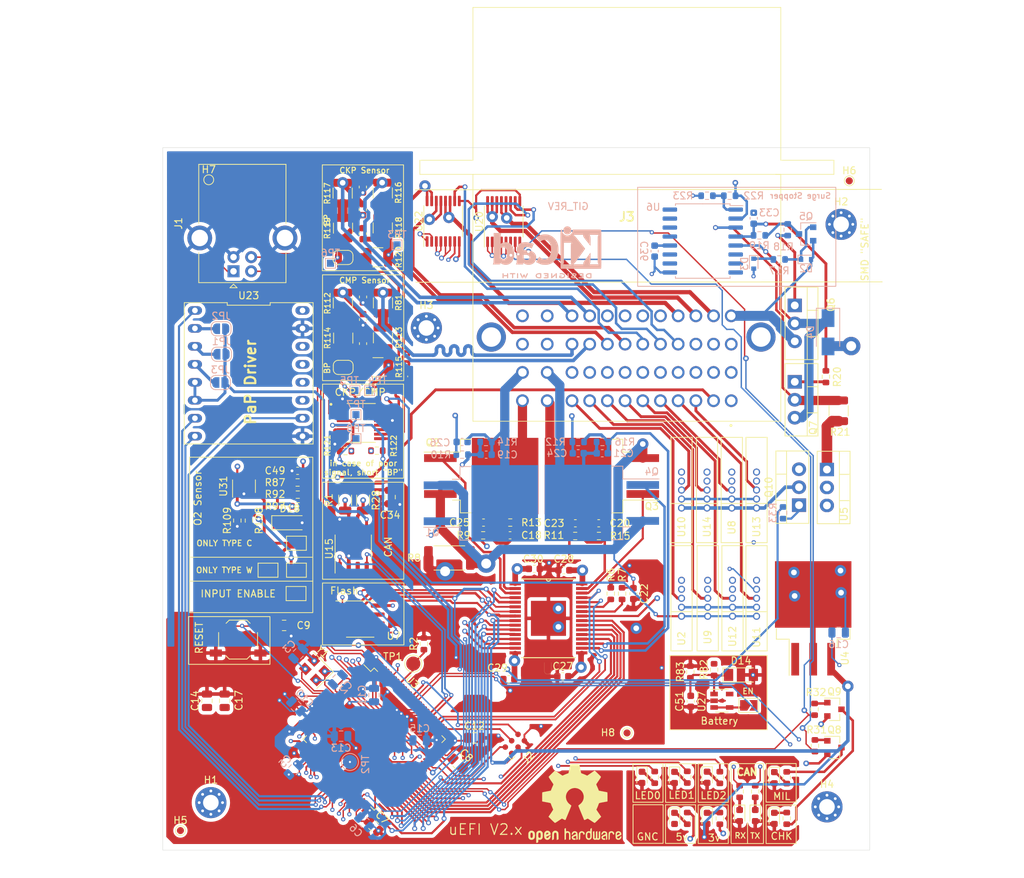
<source format=kicad_pcb>
(kicad_pcb (version 20210228) (generator pcbnew)
  (layers (0 "F.Cu" signal) (1 "In1.Cu" power) (2 "In2.Cu" signal) (31 "B.Cu" signal) (34 "B.Paste" user) (35 "F.Paste" user) (36 "B.SilkS" user "B.Silkscreen") (37 "F.SilkS" user "F.Silkscreen") (38 "B.Mask" user) (39 "F.Mask" user) (44 "Edge.Cuts" user))
  (net 0 "")
  (net 1 "GND")
  (net 2 "/INY3")
  (net 3 "/INY4")
  (net 4 "/INY2")
  (net 5 "/INY1")
  (net 6 "+5V")
  (net 7 "OSC_IN")
  (net 8 "OSC_OUT")
  (net 9 "+3V3")
  (net 10 "Net-(C7-Pad1)")
  (net 11 "Net-(C8-Pad1)")
  (net 12 "/NRST")
  (net 13 "/USB_D+")
  (net 14 "/USB_D-")
  (net 15 "/SYS_SWO")
  (net 16 "/SYS_SWCLK")
  (net 17 "/SYS_SWDIO")
  (net 18 "Net-(R2-Pad1)")
  (net 19 "Net-(TP2-Pad1)")
  (net 20 "Net-(D1-Pad1)")
  (net 21 "/MTR_STEP")
  (net 22 "/MTR_DIR")
  (net 23 "/MTR_FAULT")
  (net 24 "/ECN2")
  (net 25 "/ECN3")
  (net 26 "/ECN4")
  (net 27 "/MTR_ENABLE")
  (net 28 "/RPM_OUT")
  (net 29 "/AUX_CS_1")
  (net 30 "/AUX_CS_2")
  (net 31 "/Sheet5FA9324A/FB0")
  (net 32 "/AUX_OUT_4")
  (net 33 "/Sheet5FA9324A/FB1")
  (net 34 "/Sheet5FA9324A/FB2")
  (net 35 "/CAN1_RX")
  (net 36 "/CAN1_TX")
  (net 37 "/AUX_IN_1")
  (net 38 "/AUX_IN_2")
  (net 39 "/AUX_IN_3")
  (net 40 "/AUX_IN_4")
  (net 41 "/LED_CAN_RX")
  (net 42 "/LED_CAN_TX")
  (net 43 "/VBUS")
  (net 44 "/Sheet5FA9324A/FB3")
  (net 45 "/R_LMB")
  (net 46 "/Sensores/PC5")
  (net 47 "/Sensores/PC0")
  (net 48 "/Sheet5FA9324A/GD1")
  (net 49 "/ECN1")
  (net 50 "/Sheet5FA9324A/GD0")
  (net 51 "/Sheet5FA9324A/GD2")
  (net 52 "/MEMORY_CS")
  (net 53 "/Sheet5FA9324A/GD3")
  (net 54 "/Sensores/PA0")
  (net 58 "Net-(Q8-Pad1)")
  (net 59 "Net-(Q9-Pad1)")
  (net 60 "/MIL_OUT")
  (net 61 "/CHK_OUT")
  (net 62 "/PMIC_ENABLE")
  (net 63 "/PMIC_MAXI")
  (net 64 "/PMIC_NOMI")
  (net 65 "/PMIC_SPARK")
  (net 66 "/SPI2_MISO")
  (net 67 "/SPI2_SCK")
  (net 68 "/PMIC_CS")
  (net 69 "/PWM_ENABLE_1")
  (net 70 "/PWM_ENABLE_2")
  (net 71 "/PAP_ENABLE")
  (net 72 "/MTR_M1")
  (net 73 "/MTR_M_2")
  (net 74 "/SPI2_MOSI")
  (net 75 "/GNC_GLP")
  (net 76 "/RSN")
  (net 77 "/RSP")
  (net 78 "Net-(C22-Pad2)")
  (net 79 "/Sensores/PA1")
  (net 80 "/Sensores/PA2")
  (net 81 "/Sensores/PA3")
  (net 82 "/Sensores/PA4")
  (net 83 "/Sensores/PA5")
  (net 84 "/Sensores/PA6")
  (net 85 "/Sensores/PA7")
  (net 86 "M1")
  (net 87 "L1")
  (net 88 "M2")
  (net 89 "L2")
  (net 90 "H4")
  (net 91 "G4")
  (net 92 "F4")
  (net 93 "E4")
  (net 94 "CMP-")
  (net 95 "CMP+")
  (net 96 "CKP+")
  (net 97 "H3")
  (net 98 "H2")
  (net 99 "G3")
  (net 100 "G2")
  (net 101 "F3")
  (net 102 "L4")
  (net 103 "L3")
  (net 104 "+12VA")
  (net 105 "+12V")
  (net 106 "Net-(D18-Pad1)")
  (net 107 "Net-(R97-Pad1)")
  (net 110 "Net-(JP15-Pad1)")
  (net 111 "Net-(JP17-Pad2)")
  (net 112 "Net-(JP18-Pad2)")
  (net 117 "Net-(C33-Pad1)")
  (net 118 "Net-(C36-Pad1)")
  (net 119 "Net-(D2-Pad1)")
  (net 120 "Net-(D3-Pad1)")
  (net 121 "Net-(D4-Pad1)")
  (net 130 "Net-(JP11-Pad1)")
  (net 135 "Net-(Q6-Pad1)")
  (net 136 "Net-(Q7-Pad2)")
  (net 137 "Net-(Q7-Pad1)")
  (net 138 "Net-(R22-Pad2)")
  (net 140 "Net-(C51-Pad1)")
  (net 141 "+5VA")
  (net 142 "Net-(JP23-Pad2)")
  (net 143 "Net-(JP24-Pad2)")
  (net 144 "Net-(R113-Pad1)")
  (net 145 "Net-(R112-Pad2)")
  (net 146 "Net-(R116-Pad2)")
  (net 147 "Net-(R117-Pad2)")
  (net 148 "/CKP")
  (net 149 "/CMP")
  (net 150 "/CKP/CMP_sensors/IN1+")
  (net 151 "/CKP/CMP_sensors/IN1-")
  (net 152 "/CKP/CMP_sensors/IN2-")
  (net 153 "/CKP/CMP_sensors/IN2+")
  (net 154 "/R_ECN_INY")
  (net 155 "/R_GNC_GLP")
  (net 156 "/R_AAC")
  (net 157 "/TIM9_CH1")
  (net 158 "/TIM9_CH2")
  (net 159 "Net-(D5-Pad1)")
  (net 160 "Net-(D6-Pad1)")
  (net 161 "Net-(D7-Pad1)")
  (net 162 "Net-(C34-Pad1)")
  (net 163 "J1")
  (net 164 "Net-(D8-Pad1)")
  (net 165 "Net-(D9-Pad1)")
  (net 166 "Net-(D10-Pad1)")
  (net 167 "/LED0")
  (net 168 "/LED1")
  (net 169 "/LED2")
  (net 170 "Net-(D12-Pad1)")
  (net 171 "Net-(D13-Pad1)")
  (net 172 "/MIL")
  (net 173 "/CHK")
  (net 174 "CKP-")
  (net 175 "Net-(JP1-Pad2)")
  (net 176 "Net-(JP2-Pad2)")
  (net 177 "Net-(JP3-Pad2)")
  (net 180 "M4")
  (net 181 "M3")
  (net 182 "CAN+")
  (net 183 "K1")
  (net 184 "CAN-")
  (net 185 "Net-(Q5-Pad3)")
  (net 186 "Net-(Q10-Pad1)")
  (net 187 "5V_ENABLE")
  (net 188 "D4")
  (net 189 "H1")
  (net 190 "F1")
  (net 191 "E1")
  (net 192 "D1")
  (net 193 "C1")
  (net 194 "B1")
  (net 195 "A1")
  (net 196 "G1")
  (net 197 "F2")
  (net 198 "E3")
  (net 199 "E2")
  (net 200 "D3")
  (net 201 "D2")
  (net 202 "C4")
  (net 203 "C3")
  (net 204 "C2")
  (net 205 "B4")
  (net 206 "B3")
  (net 207 "B2")
  (net 208 "A3")
  (net 209 "A2")
  (footprint "Capacitor_SMD:C_0603_1608Metric" (layer "F.Cu") (at 112.1536 94.1462 180)
    (fp_text reference "C49")
    (fp_text value "240pF")
  )
  (footprint "Diode_SMD:D_MiniMELF" (layer "F.Cu") (at 111.0514 101.4868)
    (fp_text reference "D18")
    (fp_text value "DZ2S033X0L")
  )
  (footprint "Resistor_SMD:R_0603_1608Metric" (layer "F.Cu") (at 112.1536 95.7972 180)
    (fp_text reference "R87")
    (fp_text value "3.32k +-1%")
  )
  (footprint "Resistor_SMD:R_0603_1608Metric" (layer "F.Cu") (at 112.1791 97.5117 180)
    (fp_text reference "R92")
    (fp_text value "28.6k +-1%")
  )
  (footprint "Resistor_SMD:R_0603_1608Metric" (layer "F.Cu") (at 112.1791 99.1627)
    (fp_text reference "R97")
    (fp_text value "2.2k")
  )
  (footprint "Package_TO_SOT_SMD:SOT-23-5" (layer "F.Cu") (at 104.582 96.3228 90)
    (fp_text reference "U31")
    (fp_text value "LM321")
  )
  (footprint "Symbol:OSHW-Logo2_14.6x12mm_SilkScreen" (layer "F.Cu") (at 151.325 141.175)
    (fp_text reference "LOGO1" hide)
    (fp_text value "Logo_Open_Hardware_Large" hide)
  )
  (footprint "Jumper:SolderJumper-2_P1.3mm_Open_TrianglePad1.0x1.5mm" (layer "F.Cu") (at 111.9886 104.3824)
    (fp_text reference "JP15" hide)
    (fp_text value "Jumper_NC_Small")
  )
  (footprint "Jumper:SolderJumper-2_P1.3mm_Open_TrianglePad1.0x1.5mm" (layer "F.Cu") (at 107.9754 108.1924 180)
    (fp_text reference "JP17" hide)
    (fp_text value "Jumper_NC_Small")
  )
  (footprint "Jumper:SolderJumper-2_P1.3mm_Open_TrianglePad1.0x1.5mm" (layer "F.Cu") (at 111.9886 108.1924 180)
    (fp_text reference "JP18" hide)
    (fp_text value "Jumper_NC_Small")
  )
  (footprint "Jumper:SolderJumper-2_P1.3mm_Open_TrianglePad1.0x1.5mm" (layer "F.Cu") (at 111.9378 111.4944 180)
    (fp_text reference "JP19" hide)
    (fp_text value "Jumper_NC_Small")
  )
  (footprint "Resistor_SMD:R_0603_1608Metric" (layer "F.Cu") (at 105.283 101.1819 -90)
    (fp_text reference "R108")
    (fp_text value "10k")
  )
  (footprint "Resistor_SMD:R_0603_1608Metric" (layer "F.Cu") (at 103.6408 101.1737 90)
    (fp_text reference "R109")
    (fp_text value "10k")
  )
  (footprint "Resistor_SMD:R_0603_1608Metric" (layer "F.Cu") (at 123.35 91.3002)
    (fp_text reference "R122")
    (fp_text value "R_Small")
  )
  (footprint "Resistor_SMD:R_0603_1608Metric" (layer "F.Cu") (at 167.2125 143.2775 90)
    (fp_text reference "R4" hide)
    (fp_text value "R_Small")
  )
  (footprint "OpenEFI-STM32F_rev3:Sensors_v2" (layer "F.Cu") (at 170.1 112.16 90)
    (fp_text reference "U9")
    (fp_text value "SensorsV2")
  )
  (footprint "Capacitor_SMD:C_0805_2012Metric" (layer "F.Cu") (at 99.35 126.65 90)
    (fp_text reference "C14")
    (fp_text value "100nF")
  )
  (footprint "Capacitor_SMD:C_0805_2012Metric" (layer "F.Cu") (at 110.25 116 180)
    (fp_text reference "C9")
    (fp_text value "100nF")
  )
  (footprint "Package_TO_SOT_THT:TO-220-3_Vertical" (layer "F.Cu") (at 182.4 81.56 -90)
    (fp_text reference "Q7")
    (fp_text value "IRF540N")
  )
  (footprint "Resistor_SMD:R_0603_1608Metric" (layer "F.Cu") (at 171.8125 137.5025 90)
    (fp_text reference "R27" hide)
    (fp_text value "R_Small")
  )
  (footprint "Resistor_SMD:R_0603_1608Metric" (layer "F.Cu") (at 151.375 103.36)
    (fp_text reference "R11")
    (fp_text value "4.02k")
  )
  (footprint "Resistor_SMD:R_0603_1608Metric" (layer "F.Cu") (at 174.6125 139.4775 90)
    (fp_text reference "R24" hide)
    (fp_text value "R_Small")
  )
  (footprint "Capacitor_SMD:C_0603_1608Metric" (layer "F.Cu") (at 149.625 123.2)
    (fp_text reference "C27")
    (fp_text value "10nF")
  )
  (footprint "Capacitor_SMD:C_0603_1608Metric" (layer "F.Cu") (at 151.4 101.56 180)
    (fp_text reference "C23")
    (fp_text value "10nF")
  )
  (footprint "MountingHole:MountingHole_2.2mm_M2_Pad_Via" (layer "F.Cu") (at 188.95 59.3)
    (fp_text reference "H2")
    (fp_text value "MountingHole")
  )
  (footprint "LED_SMD:LED_0603_1608Metric" (layer "F.Cu") (at 174.6125 142.8775 -90)
    (fp_text reference "D7" hide)
    (fp_text value "LED")
  )
  (footprint "Jumper:SolderJumper-2_P1.3mm_Open_RoundedPad1.0x1.5mm" (layer "F.Cu") (at 118.5706 63.985)
    (fp_text reference "JP24" hide)
    (fp_text value "SolderJumper_2_Open")
  )
  (footprint "LED_SMD:LED_0603_1608Metric" (layer "F.Cu") (at 170.0125 143.2775 -90)
    (fp_text reference "D1" hide)
    (fp_text value "LED")
  )
  (footprint "Capacitor_SMD:C_0603_1608Metric" (layer "F.Cu") (at 138.425 101.46 180)
    (fp_text reference "C25")
    (fp_text value "10nF")
  )
  (footprint "Resistor_SMD:R_0603_1608Metric" (layer "F.Cu") (at 162.6125 137.4775 90)
    (fp_text reference "R25" hide)
    (fp_text value "R_Small")
  )
  (footprint "Capacitor_SMD:C_0603_1608Metric" (layer "F.Cu") (at 121.4024 76.1598 90)
    (fp_text reference "C54" hide)
    (fp_text value "0.01uF")
  )
  (footprint "TestPoint:TestPoint_Pad_D1.0mm" (layer "F.Cu") (at 95.6 145)
    (fp_text reference "H5")
    (fp_text value "MountingHole")
  )
  (footprint "Resistor_SMD:R_0603_1608Metric" (layer "F.Cu") (at 154.725 103.36 180)
    (fp_text reference "R15")
    (fp_text value "36K")
  )
  (footprint "Package_SO:TSSOP-16_4.4x5mm_P0.65mm" (layer "F.Cu") (at 141.275 58.91 90)
    (fp_text reference "U20")
    (fp_text value "TPL7407LAPWR")
  )
  (footprint "LED_SMD:LED_0603_1608Metric" (layer "F.Cu") (at 176.8125 142.8775 -90)
    (fp_text reference "D6" hide)
    (fp_text value "LED")
  )
  (footprint "Package_SO:TSSOP-16_4.4x5mm_P0.65mm" (layer "F.Cu") (at 132.725 58.86 90)
    (fp_text reference "U22")
    (fp_text value "TPL7407LAPWR")
  )
  (footprint "LED_SMD:LED_0603_1608Metric" (layer "F.Cu") (at 170.0125 137.465 -90)
    (fp_text reference "D10" hide)
    (fp_text value "LED")
  )
  (footprint "Resistor_SMD:R_0603_1608Metric" (layer "F.Cu") (at 158 111.5 -90)
    (fp_text reference "R7")
    (fp_text value "100R")
  )
  (footprint "Resistor_SMD:R_1210_3225Metric" (layer "F.Cu") (at 124.188 54.8668 -90)
    (fp_text reference "R116")
    (fp_text value "4.99K 1/2W")
  )
  (footprint "Package_TO_SOT_SMD:SOT-23" (layer "F.Cu") (at 188 133.26)
    (fp_text reference "Q8")
    (fp_text value "SS8050")
  )
  (footprint "Resistor_SMD:R_0603_1608Metric" (layer "F.Cu") (at 185.25 133.01 90)
    (fp_text reference "R31")
    (fp_text value "1k")
  )
  (footprint "OpenEFI-STM32F_rev3:Sensors_v2" (layer "F.Cu") (at 173.6 112.16 90)
    (fp_text reference "U12")
    (fp_text value "SensorsV2")
  )
  (footprint "Package_QFP:LQFP-100_14x14mm_P0.5mm" (layer "F.Cu") (at 122.975 132.075 -45)
    (fp_text reference "U3")
    (fp_text value "STM32F407VGTx")
  )
  (footprint "Resistor_SMD:R_0603_1608Metric" (layer "F.Cu") (at 167.2125 137.4525 90)
    (fp_text reference "R26" hide)
    (fp_text value "R_Small")
  )
  (footprint "Package_TO_SOT_THT:TO-220-3_Vertical" (layer "F.Cu") (at 186.944 93.96 -90)
    (fp_text reference "U5")
    (fp_text value "MIC2940A-5.0WT")
  )
  (footprint "LED_SMD:LED_0603_1608Metric" (layer "F.Cu") (at 179.5125 137.5275 -90)
    (fp_text reference "D12" hide)
    (fp_text value "LED")
  )
  (footprint "LED_SMD:LED_0603_1608Metric" (layer "F.Cu") (at 160.8125 137.4775 -90)
    (fp_text reference "D8" hide)
    (fp_text value "LED")
  )
  (footprint "Resistor_SMD:R_1206_3216Metric" (layer "F.Cu") (at 118.872 98.298 -90)
    (fp_text reference "R1")
    (fp_text value "R_Small")
  )
  (footprint "Resistor_SMD:R_1210_3225Metric" (layer "F.Cu") (at 118.5524 70.4273 -90)
    (fp_text reference "R112")
    (fp_text value "4.99K 1/2W")
  )
  (footprint "Capacitor_SMD:C_0603_1608Metric" (layer "F.Cu") (at 121.373 60.6196 90)
    (fp_text reference "C57" hide)
    (fp_text value "0.01uF")
  )
  (footprint "Capacitor_SMD:C_0805_2012Metric" (layer "F.Cu") (at 122.9 144.35 -45)
    (fp_text reference "C7")
    (fp_text value "2.2uF")
  )
  (footprint "Resistor_SMD:R_0603_1608Metric" (layer "F.Cu") (at 156.4 111.5 -90)
    (fp_text reference "R6")
    (fp_text value "100R")
  )
  (footprint "Resistor_SMD:R_1210_3225Metric" (layer "F.Cu") (at 118.573 59.8371 -90)
    (fp_text reference "R119")
    (fp_text value "4.99K 1/2W")
  )
  (footprint "Capacitor_SMD:C_0805_2012Metric" (layer "F.Cu") (at 134.8 135.55 -45)
    (fp_text reference "C8")
    (fp_text value "2.2uF")
  )
  (footprint "MountingHole:MountingHole_2.2mm_M2_Pad_Via" (layer "F.Cu") (at 99.9 141.05)
    (fp_text reference "H1")
    (fp_text value "MountingHole")
  )
  (footprint "Capacitor_SMD:C_0603_1608Metric" (layer "F.Cu") (at 142.175 103.26)
    (fp_text reference "C18")
    (fp_text value "10pF")
  )
  (footprint "TestPoint:TestPoint_Pad_D1.0mm" (layer "F.Cu") (at 99.6 53)
    (fp_text reference "H7")
    (fp_text value "MountingHole")
  )
  (footprint "OpenEFI-STM32F_rev3:DIP-16_598_ELL" (layer "F.Cu") (at 105.25 80.36 -90)
    (fp_text reference "U23")
    (fp_text value "PaP_Driver_v1")
  )
  (footprint "Connector:Tag-Connect_TC2030-IDC-NL_2x03_P1.27mm_Vertical" (layer "F.Cu") (at 142.85 132.75 45)
    (fp_text reference "J2")
    (fp_text value "Tag connect")
  )
  (footprint "Diode_SMD:D_MiniMELF" (layer "F.Cu") (at 174.8 123)
    (fp_text reference "D14")
    (fp_text value "DZ2S033X0L")
  )
  (footprint "MountingHole:MountingHole_2.2mm_M2_Pad_Via" (layer "F.Cu") (at 186.95 141.65)
    (fp_text reference "H4")
    (fp_text value "MountingHole")
  )
  (footprint "Package_SO:SOIC-8_3.9x4.9mm_P1.27mm" (layer "F.Cu") (at 121 115.1)
    (fp_text reference "U7")
    (fp_text value "25LCxxx")
  )
  (footprint "TestPoint:TestPoint_Pad_D2.0mm" (layer "F.Cu") (at 128.5 121.4)
    (fp_text reference "TP1")
    (fp_text value "BOOT0")
  )
  (footprint "Resistor_SMD:R_2512_6332Metric" (layer "F.Cu") (at 133.6 106.46 180)
    (fp_text reference "R8")
    (fp_text value "0.02R")
  )
  (footprint "OpenEFI-STM32F_rev3:SOP65P1030X245-33N" (layer "F.Cu") (at 147.6 115)
    (fp_text reference "U1")
    (fp_text value "MCZ33810EK")
  )
  (footprint "LED_SMD:LED_0603_1608Metric" (layer "F.Cu") (at 165.4125 143.2775 -90)
    (fp_text reference "D5" hide)
    (fp_text value "LED")
  )
  (footprint "OpenEFI-STM32F_rev3:Sensors_v2" (layer "F.Cu") (at 166.4 96.86 90)
    (fp_text reference "U10")
    (fp_text value "SensorsV2")
  )
  (footprint "Resistor_SMD:R_1210_3225Metric" (layer "F.Cu") (at 118.523 54.8871 -90)
    (fp_text reference "R117")
    (fp_text value "4.99K 1/2W")
  )
  (footprint "Resistor_SMD:R_1210_3225Metric" (layer "F.Cu") (at 124.188 59.8051 -90)
    (fp_text reference "R118")
    (fp_text value "4.99K 1/2W")
  )
  (footprint "Package_TO_SOT_THT:TO-220-3_Vertical" (layer "F.Cu") (at 183 99 90)
    (fp_text reference "Q10")
    (fp_text value "IRF540N")
  )
  (footprint "Resistor_SMD:R_1210_3225Metric" (layer "F.Cu") (at 123.4875 63.96 180)
    (fp_text reference "R120")
    (fp_text value "4.99K 1/2W")
  )
  (footprint "OpenEFI-STM32F_rev3:Sensors_v2" (layer "F.Cu") (at 177 96.86 90)
    (fp_text reference "U13")
    (fp_text value "SensorsV2")
  )
  (footprint "Resistor_SMD:R_1210_3225Metric" (layer "F.Cu") (at 123.5169 79.5002 180)
    (fp_text reference "R115")
    (fp_text value "4.99K 1/2W")
  )
  (footprint "OpenEFI-STM32F_rev3:Sensors_v2" (layer "F.Cu") (at 177 112.16 90)
    (fp_text reference "U11")
    (fp_text value "SensorsV2")
  )
  (footprint "OpenEFI-STM32F_rev3:Sensors_v2" (layer "F.Cu") (at 166.4 112.16 90)
    (fp_text reference "U2")
    (fp_text value "SensorsV2")
  )
  (footprint "MountingHole:MountingHole_2.2mm_M2_Pad_Via" (layer "F.Cu") (at 130.35 73.95)
    (fp_text reference "H3")
    (fp_text value "MountingHole")
  )
  (footprint "Resistor_SMD:R_0603_1608Metric" (layer "F.Cu") (at 118.925 91.3502 180)
    (fp_text reference "R121")
    (fp_text value "R_Small")
  )
  (footprint "Resistor_SMD:R_0603_1608Metric" (layer "F.Cu") (at 171.8125 143.2775 -90)
    (fp_text reference "R3" hide)
    (fp_text value "R_Small")
  )
  (footprint "LED_SMD:LED_0603_1608Metric" (layer "F.Cu") (at 179.5125 143.2775 -90)
    (fp_text reference "D13" hide)
    (fp_text value "LED")
  )
  (footprint "Package_TO_SOT_SMD:TO-263-3_TabPin2" (layer "F.Cu") (at 185 115 90)
    (fp_text reference "U4")
    (fp_text value "MIC2940A-3.3WU")
  )
  (footprint "LED_SMD:LED_0603_1608Metric" (layer "F.Cu") (at 165.4125 137.49 -90)
    (fp_text reference "D9" hide)
    (fp_text value "LED")
  )
  (footprint "Capacitor_SMD:C_0805_2012Metric" (layer "F.Cu") (at 137.15 131.9)
    (fp_text reference "C12")
    (fp_text value "100nF")
  )
  (footprint "Package_TO_SOT_SMD:SOT-23-5" (layer "F.Cu") (at 172.1 126.65)
    (fp_text reference "U27")
    (fp_text value "LM321")
  )
  (footprint "TestPoint:TestPoint_Pad_D1.0mm" (layer "F.Cu") (at 190.1 53.15)
    (fp_text reference "H6")
    (fp_text value "MountingHole")
  )
  (footprint "Capacitor_SMD:C_0603_1608Metric" (layer "F.Cu") (at 121.373 57.2246 -90)
    (fp_text reference "C55" hide)
    (fp_text value "0.01uF")
  )
  (footprint "OpenEFI-STM32F_rev3:Sensors_v2" (layer "F.Cu") (at 170 96.86 90)
    (fp_text reference "U14")
    (fp_text value "SensorsV2")
  )
  (footprint "Resistor_SMD:R_0603_1608Metric" (layer "F.Cu") (at 171 122.25 90)
    (fp_text reference "R82")
    (fp_text value "100k 1/10W +-1%")
  )
  (footprint "Capacitor_SMD:C_0603_1608Metric" (layer "F.Cu") (at 121.4024 72.7648 -90)
    (fp_text reference "C52" hide)
    (fp_text value "0.01uF")
  )
  (footprint "Resistor_SMD:R_0603_1608Metric" (layer "F.Cu") (at 130 118.6 90)
    (fp_text reference "R2")
    (fp_text value "10k")
  )
  (footprint "Capacitor_SMD:C_0603_1608Metric" (layer "F.Cu") (at 154.7 101.56)
    (fp_text reference "C20")
    (fp_text value "10pF")
  )
  (footprint "Capacitor_SMD:C_0603_1608Metric" (layer "F.Cu") (at 142 123.6)
    (fp_text reference "C29")
    (fp_text value "10nF")
  )
  (footprint "Resistor_SMD:R_1210_3225Metric" (layer "F.Cu") (at 118.6024 75.3773 -90)
    (fp_text reference "R114")
    (fp_text value "4.99K 1/2W")
  )
  (footprint "OpenEFI-STM32F_rev3:Sensors_v2" (layer "F.Cu") (at 173.5 96.86 90)
    (fp_text reference "U8")
    (fp_text value "SensorsV2")
  )
  (footprint "Package_TO_SOT_SMD:TO-263-2" (layer "F.Cu") (at 138.1 94.885)
    (fp_text reference "Q2")
    (fp_text value "ISL9V5045S3ST")
  )
  (footprint "Package_TO_SOT_SMD:TO-263-2" (layer "F.Cu") (at 155.15 94.885 180)
    (fp_text reference "Q3")
    (fp_text value "ISL9V5045S3ST")
  )
  (footprint "TestPoint:TestPoint_Pad_D1.0mm" (layer "F.Cu") (at 158.7 131.2)
    (fp_text reference "H8")
    (fp_text value "MountingHole")
  )
  (footprint "Resistor_SMD:R_0603_1608Metric" (layer "F.Cu") (at 138.375 103.26)
    (fp_text reference "R9")
    (fp_text value "4.02k")
  )
  (footprint "Resistor_SMD:R_0603_1608Metric" (layer "F.Cu") (at 167.65 122.575 90)
    (fp_text reference "R83")
    (fp_text value "20k  1/10W +-1%")
  )
  (footprint "Capacitor_SMD:C_0603_1608Metric" (layer "F.Cu") (at 149.775 108.2)
    (fp_text reference "C28")
    (fp_text value "10nF")
  )
  (footprint "Capacitor_SMD:C_0603_1608Metric" (layer "F.Cu") (at 159.6 111.5 90)
    (fp_text reference "C22")
    (fp_text value "10pF")
  )
  (footprint "Package_TO_SOT_THT:TO-220-3_Vertical" (layer "F.Cu") (at 182.4 70.76 -90)
    (fp_text reference "Q6")
    (fp_text value "IRF540N")
  )
  (footprint "Resistor_SMD:R_0603_1608Metric" (layer "F.Cu") (at 186.8 80.835 90)
    (fp_text reference "R20")
    (fp_text value "10R 1/10W")
  )
  (footprint "Jumper:SolderJumper-2_P1.3mm_Open_TrianglePad1.0x1.5mm" (layer "F.Cu") (at 175.9 127.3)
    (fp_text reference "JP11" hide)
    (fp_text value "Jumper_NC_Small")
  )
  (footprint "Capacitor_SMD:C_0603_1608Metric" (layer "F.Cu") (at 167.7 126.725 -90)
    (fp_text reference "C51")
    (fp_text value "240pF")
  )
  (footprint "Resistor_SMD:R_1210_3225Metric" (layer "F.Cu") (at 124.2174 70.407 -90)
    (fp_text reference "R81")
    (fp_text value "4.99K 1/2W")
  )
  (footprint "Connector_USB:USB_B_OST_USB-B1HSxx_Horizontal" (layer "F.Cu") (at 103.1 65.9375 90)
    (fp_text reference "J1")
    (fp_text value "USB_B")
  )
  (footprint "OpenEFI-STM32F_rev3:SOP63P602X175-16N" (layer "F.Cu") (at 121.15 87.3752)
    (fp_text reference "U36")
    (fp_text value "MAX9926UAEE+")
  )
  (footprint "Package_TO_SOT_SMD:SOT-23" (layer "F.Cu") (at 188 127.86)
    (fp_text reference "Q9")
    (fp_text value "SS8050")
  )
  (footprint "Resistor_SMD:R_1206_3216Metric" (layer "F.Cu") (at 121.412 98.298 -90)
    (fp_text reference "R28")
    (fp_text value "R_Small")
  )
  (footprint "Button_Switch_SMD:SW_SPST_TL3342" (layer "F.Cu") (at 103.75 118)
    (fp_text reference "SW1" hide)
    (fp_text value "SW_Push")
  )
  (footprint "Resistor_SMD:R_1210_3225Metric" (layer "F.Cu") (at 124.2174 75.3453 -90)
    (fp_text reference "R113")
    (fp_text value "4.99K 1/2W")
  )
  (footprint "Jumper:SolderJumper-2_P1.3mm_Open_RoundedPad1.0x1.5mm" (layer "F.Cu") (at 118.6 79.5252)
    (fp_text reference "JP23" hide)
    (fp_text value "SolderJumper_2_Open")
  )
  (footprint "Capacitor_SMD:C_0805_2012Metric" (layer "F.Cu") (at 101.85 126.65 90)
    (fp_text reference "C17")
    (fp_text value "100nF")
  )
  (footprint "Capacitor_SMD:C_0805_2012Metric" (layer "F.Cu") (at 125.222 97.856 -90)
    (fp_text reference "C34")
    (fp_text value "4.7nF")
  )
  (footprint "Resistor_SMD:R_1210_3225Metric" (layer "F.Cu") (at 188.6 85.66 90)
    (fp_text reference "R21")
    (fp_text value "0.01R")
  )
  (footprint "Package_SO:HTSOP-8-1EP_3.9x4.9mm_P1.27mm_EP2.4x3.2mm" (layer "F.Cu") (at 120.015 105.156 90)
    (fp_text reference "U15")
    (fp_text value "TJA1042T3118")
  )
  (footprint "Resistor_SMD:R_0603_1608Metric" (layer "F.Cu") (at 176.8125 139.4775 90)
    (fp_text reference "R5" hide)
    (fp_text value "R_Small")
  )
  (footprint "OpenEFI-STM32F_rev3:366380002" (layer "F.Cu") (at 158.675 58.235 180)
    (fp_text reference "J3")
    (fp_text value "36638-0002" hide)
  )
  (footprint "Resistor_SMD:R_0603_1608Metric" (layer "F.Cu") (at 181.2625 143.2775 -90)
    (fp_text reference "R30" hide)
    (fp_text value "R_Small")
  )
  (footprint "Resistor_SMD:R_0603_1608Metric" (layer "F.Cu") (at 181.2625 137.5275 90)
    (fp_text reference "R29" hide)
    (fp_text value "R_Small")
  )
  (footprint "Capacitor_SMD:C_0603_1608Metric" (layer "F.Cu") (at 121.373 54.0246 -90)
    (fp_text reference "C56" hide)
    (fp_text value "0.01uF")
  )
  (footprint "Capacitor_SMD:C_0603_1608Metric" (layer "F.Cu") (at 121.4024 69.5648 -90)
    (fp_text reference "C53" hide)
    (fp_text value "0.01uF")
  )
  (footprint "Crystal:Crystal_SMD_3225-4Pin_3.2x2.5mm" (layer "F.Cu") (at 114.621142 122.323223 135)
    (fp_text reference "Y1")
    (fp_text value "25MHz")
  )
  (footprint "Resistor_SMD:R_0603_1608Metric" (layer "F.Cu") (at 142.2 101.46 180)
    (fp_text reference "R13")
    (fp_text value "36K")
  )
  (footprint "Capacitor_SMD:C_0603_1608Metric" (layer "F.Cu") (at 145.6 108 180)
    (fp_text reference "C30")
    (fp_text value "10nF")
  )
  (footprint "Resistor_SMD:R_0603_1608Metric" (layer "F.Cu") (at 185.2 127.86 90)
    (fp_text reference "R32")
    (fp_text value "1k")
  )
  (footprint "Diode_SMD:D_SOD-523" (layer "B.Cu") (at 184 64.26)
    (fp_text reference "D2")
    (fp_text value "1N4148")
  )
  (footprint "Capacitor_SMD:C_0603_1608Metric" (layer "B.Cu") (at 155.2 91.66)
    (fp_text reference "C21")
    (fp_text value "10pF")
  )
  (footprint "Capacitor_SMD:C_0805_2012Metric" (layer "B.Cu") (at 122.95 125.850001 -90)
    (fp_text reference "C11")
    (fp_text value "100nF")
  )
  (footprint "TestPoint:TestPoint_Pad_D2.0mm" (layer "B.Cu") (at 119.55 135.3 45)
    (fp_text reference "TP2")
    (fp_text value "BOOT1")
  )
  (footprint "Package_TO_SOT_SMD:SOT-23" (layer "B.Cu") (at 184 60.66 180)
    (fp_text reference "Q5")
    (fp_text value "SS8050")
  )
  (footprint "Symbol:KiCad-Logo2_6mm_SilkScreen" (layer "B.Cu") (at 147.407487 62.564848 180)
    (fp_text reference "SYM1" hide)
    (fp_text value "SYM_Hot_Small" hide)
  )
  (footprint "Resistor_SMD:R_0603_1608Metric" (layer "B.Cu") (at 151.8 90.06)
    (fp_text reference "R12")
    (fp_text value "4.02k")
  )
  (footprint "Capacitor_SMD:C_0603_1608Metric" (layer "B.Cu") (at 176.6 58.435 90)
    (fp_text reference "C33")
    (fp_text value "47nF")
  )
  (footprint "Capacitor_SMD:C_0805_2012Metric" (layer "B.Cu") (at 118.3 131.65)
    (fp_text reference "C13")
    (fp_text value "100nF")
  )
  (footprint "Capacitor_SMD:C_0805_2012Metric" (layer "B.Cu") (at 112.25 120 45)
    (fp_text reference "C3")
    (fp_text value "15pF")
  )
  (footprint "Resistor_SMD:R_0603_1608Metric" (layer "B.Cu") (at 138.775 90.06)
    (fp_text reference "R14")
    (fp_text value "36K")
  )
  (footprint "TestPoint:TestPoint_Pad_1.0x1.0mm" (layer "B.Cu") (at 120.25 82.8 180)
    (fp_text reference "TP5")
    (fp_text value "TestPoint")
  )
  (footprint "Package_SO:SOIC-16W_7.5x10.3mm_P1.27mm" (layer "B.Cu") (at 169.4 61.66 180)
    (fp_text reference "U6")
    (fp_text value "LT4363IMS")
  )
  (footprint "TestPoint:TestPoint_Pad_1.0x1.0mm" (layer "B.Cu") (at 120.4 86.2 180)
    (fp_text reference "TP7")
    (fp_text value "TestPoint")
  )
  (footprint "Diode_SMD:D_SMA" (layer "B.Cu") (at 187.1 74.56 -90)
    (fp_text reference "D4")
    (fp_text value "SMAJ58CA")
  )
  (footprint "Capacitor_SMD:C_0805_2012Metric" (layer "B.Cu") (at 188.6 117)
    (fp_text reference "C16")
    (fp_text value "4.7uF")
  )
  (footprint "Capacitor_SMD:C_0603_1608Metric" (layer "B.Cu") (at 135.4 90.06 180)
    (fp_text reference "C26")
    (fp_text value "10nF")
  )
  (footprint "Capacitor_SMD:C_0805_2012Metric" (layer "B.Cu") (at 129.4 132.25 180)
    (fp_text reference "C15")
    (fp_text value "100nF")
  )
  (footprint "Jumper:SolderJumper-2_P1.3mm_Open_RoundedPad1.0x1.5mm" (layer "B.Cu") (at 101.25 81.66 180)
    (fp_text reference "JP3")
    (fp_text value "SolderJumper_2_Open")
  )
  (footprint "Jumper:SolderJumper-2_P1.3mm_Open_RoundedPad1.0x1.5mm" (layer "B.Cu") (at 101.35 74.06 180)
    (fp_text reference "JP2")
    (fp_text value "SolderJumper_2_Open")
  )
  (footprint "Package_TO_SOT_SMD:TO-263-2" (layer "B.Cu") (at 138.05 98.735)
    (fp_text reference "Q1")
    (fp_text value "ISL9V5045S3ST")
  )
  (footprint "Resistor_SMD:R_0603_1608Metric" (layer "B.Cu") (at 181.4 60.06 90)
    (fp_text reference "R18")
    (fp_text value "10R 1/10W")
  )
  (footprint "TestPoint:TestPoint_Pad_1.0x1.0mm" (layer "B.Cu") (at 126.2 62.2 180)
    (fp_text reference "TP3")
    (fp_text value "TestPoint")
  )
  (footprint "TestPoint:TestPoint_Pad_1.0x1.0mm" (layer "B.Cu") (at 116.8 64.8 180)
    (fp_text reference "TP6")
    (fp_text value "TestPoint")
  )
  (footprint "Resistor_SMD:R_0603_1608Metric" (layer "B.Cu") (at 173.2 55.26 180)
    (fp_text reference "R22")
    (fp_text value "57.6K 1/10W")
  )
  (footprint "Capacitor_SMD:C_0805_2012Metric" (layer "B.Cu") (at 111.6 136.4 -135)
    (fp_text reference "C5")
    (fp_text value "100nF")
  )
  (footprint "Resistor_SMD:R_0603_1608Metric" (layer "B.Cu") (at 180.75 100.075 -90)
    (fp_text reference "R33")
    (fp_text value "10R 1/10W")
  )
  (footprint "Resistor_SMD:R_0603_1608Metric" (layer "B.Cu") (at 135.4 91.86)
    (fp_text reference "R10")
    (fp_text value "4.02k")
  )
  (footprint "Package_TO_SOT_SMD:TO-263-2" (layer "B.Cu") (at 155.15 98.685 180)
    (fp_text reference "Q4")
    (fp_text value "ISL9V5045S3ST")
  )
  (footprint "Jumper:SolderJumper-2_P1.3mm_Open_RoundedPad1.0x1.5mm" (layer "B.Cu") (at 101.4 77.66 180)
    (fp_text reference "JP1")
    (fp_text value "SolderJumper_2_Open")
  )
  (footprint "Capacitor_SMD:C_0603_1608Metric" (layer "B.Cu") (at 151.8 91.66 180)
    (fp_text reference "C24")
    (fp_text value "10nF")
  )
  (footprint "Capacitor_SMD:C_0603_1608Metric" (layer "B.Cu") (at 162.6 63.085 -90)
    (fp_text reference "C36")
    (fp_text value "0.1uF")
  )
  (footprint "Resistor_SMD:R_0603_1608Metric" (layer "B.Cu") (at 177.4 60.86)
    (fp_text reference "R19")
    (fp_text value "1M 1/10W")
  )
  (footprint "Capacitor_SMD:C_0805_2012Metric" (layer "B.Cu") (at 121.571751 143.821751 -45)
    (fp_text reference "C6")
    (fp_text value "1uF")
  )
  (footprint "Diode_SMD:D_SOD-523" (layer "B.Cu") (at 176.6 64.86 -90)
    (fp_text reference "D3")
    (fp_text value "1N4148")
  )
  (footprint "Resistor_SMD:R_0603_1608Metric" (layer "B.Cu") (at 155.225 90.06 180)
    (fp_text reference "R16")
    (fp_text value "36K")
  )
  (footprint "Resistor_SMD:R_0603_1608Metric" (layer "B.Cu") (at 170 55.26)
    (fp_text reference "R23")
    (fp_text value "4.99K 1/10W")
  )
  (footprint "TestPoint:TestPoint_Pad_1.0x1.0mm" (layer "B.Cu") (at 122.325 82.8 180)
    (fp_text reference "TP4")
    (fp_text value "TestPoint")
  )
  (footprint "Capacitor_SMD:C_0805_2012Metric" (layer "B.Cu") (at 117.828249 123.671751 -135)
    (fp_text reference "C2")
    (fp_text value "15pF")
  )
  (footprint "Capacitor_SMD:C_0805_2012Metric" (layer "B.Cu") (at 111.95 127.45 135)
    (fp_text reference "C10")
    (fp_text value "100nF")
  )
  (footprint "Capacitor_SMD:C_0603_1608Metric" (layer "B.Cu") (at 138.8 91.86 180)
    (fp_text reference "C19")
    (fp_text value "10pF")
  )
  (footprint "TestPoint:TestPoint_Pad_1.0x1.0mm" (layer "B.Cu") (at 120.4 89.6 180)
    (fp_text reference "TP8")
    (fp_text value "TestPoint")
  )
  (footprint "Resistor_SMD:R_0603_1608Metric" (layer "B.Cu") (at 180.2 64.26 180)
    (fp_text reference "R17")
    (fp_text value "10K 1/10W")
  )
  (gr_rect (start 160.2 54.06) (end 188.2 68.06) (layer "B.SilkS") (width 0.12) (fill none))
  (gr_line (start 127.712 80.7362) (end 127.712 80.8632) (layer "F.SilkS") (width 0.12))
  (gr_rect (start 96.901 92.2158) (end 114.3 114.1868) (layer "F.SilkS") (width 0.12) (fill none))
  (gr_line (start 114.3 109.7418) (end 96.901 109.7418) (layer "F.SilkS") (width 0.12))
  (gr_rect (start 178.349836 141.376238) (end 182.601168 146.833763) (layer "F.SilkS") (width 0.12) (fill none))
  (gr_rect (start 115.685349 95.758) (end 127.1524 109.474) (layer "F.SilkS") (width 0.12) (fill none))
  (gr_rect (start 164.146834 135.551238) (end 168.398166 141.008763) (layer "F.SilkS") (width 0.12) (fill none))
  (gr_rect (start 115.675 110) (end 127.175 118.75) (layer "F.SilkS") (width 0.12) (fill none))
  (gr_rect (start 115.6794 66.431778) (end 127.15155 81.390826) (layer "F.SilkS") (width 0.12) (fill none))
  (gr_rect (start 164.134836 141.356238) (end 168.386168 146.813763) (layer "F.SilkS") (width 0.12) (fill none))
  (gr_line (start 128.875 67.485) (end 194.75 67.435) (layer "F.SilkS") (width 0.12))
  (gr_rect (start 164.75 120.25) (end 178.5 130.75) (layer "F.SilkS") (width 0.12) (fill none))
  (gr_rect (start 168.754154 141.365946) (end 173.005486 146.823471) (layer "F.SilkS") (width 0.12) (fill none))
  (gr_rect (start 178.348504 135.523739) (end 182.599836 140.981264) (layer "F.SilkS") (width 0.12) (fill none))
  (gr_rect (start 159.534836 135.539976) (end 163.786168 140.997501) (layer "F.SilkS") (width 0.12) (fill none))
  (gr_line (start 97.0534 106.3636) (end 114.2238 106.3636) (layer "F.SilkS") (width 0.12))
  (gr_rect (start 159.553504 141.348738) (end 163.804836 146.806263) (layer "F.SilkS") (width 0.12) (fill none))
  (gr_rect (start 115.65 50.891578) (end 127.12215 65.850626) (layer "F.SilkS") (width 0.12) (fill none))
  (gr_line (start 175.729963 143.877085) (end 175.730434 146.828309) (layer "F.SilkS") (width 0.12))
  (gr_line (start 128.775 54.41) (end 194.65 54.36) (layer "F.SilkS") (width 0.12))
  (gr_rect (start 96.75 114.75) (end 108.25 121.5) (layer "F.SilkS") (width 0.12) (fill none))
  (gr_rect (start 168.761168 135.548738) (end 173.0125 141.006263) (layer "F.SilkS") (width 0.12) (fill none))
  (gr_rect (start 173.406561 135.539201) (end 177.970712 146.834182) (layer "F.SilkS") (width 0.12) (fill none))
  (gr_rect (start 127.128968 81.88933) (end 115.685349 95.181923) (layer "F.SilkS") (width 0.12) (fill none))
  (gr_rect (start 93.092797 48.466185) (end 193 147.76) (layer "Edge.Cuts") (width 0.05) (fill none))
  (gr_text "GIT_REV" (at 150.4 56.76) (layer "B.SilkS") (effects (font (size 1 1)) (justify mirror)))
  (gr_text "Surge Stopper" (at 183.2 55.26) (layer "B.SilkS") (effects (font (size 0.8 0.8)) (justify mirror)))
  (gr_text "ONLY TYPE W" (at 101.809 108.1893) (layer "F.SilkS") (effects (font (size 0.8 0.8))))
  (gr_text "CAN" (at 175.651168 136.728763) (layer "F.SilkS") (effects (font (size 1 1) (thickness 0.25))))
  (gr_text "3v" (at 171.009836 146.028738) (layer "F.SilkS") (effects (font (size 1 1))))
  (gr_text "CAN" (at 124.968 104.902 90) (layer "F.SilkS") (effects (font (size 1 1))))
  (gr_text "Flash" (at 118.75 111.1) (layer "F.SilkS") (effects (font (size 1 1))))
  (gr_text "EN" (at 175.8 125.3) (layer "F.SilkS") (effects (font (size 0.8 0.8))))
  (gr_text "CKP Sensor" (at 121.6 51.6752) (layer "F.SilkS") (effects (font (size 0.8 0.8))))
  (gr_text "5v" (at 166.439836 145.916238) (layer "F.SilkS") (effects (font (size 1 1))))
  (gr_text "GNC\n" (at 161.614836 145.868738) (layer "F.SilkS") (effects (font (size 1 1))))
  (gr_text "RX" (at 174.691168 145.718763) (layer "F.SilkS") (effects (font (size 0.8 0.8))))
  (gr_text "CKP/CMP" (at 121 83.0252) (layer "F.SilkS") (effects (font (size 1 1))))
  (gr_text "TX" (at 176.801168 145.738763) (layer "F.SilkS") (effects (font (size 0.8 0.8))))
  (gr_text "CHK" (at 180.529836 145.793763) (layer "F.SilkS") (effects (font (size 1 1))))
  (gr_text "MIL" (at 180.55417 140.151264) (layer "F.SilkS") (effects (font (size 1 1))))
  (gr_text "INPUT ENABLE" (at 103.759 111.5198) (layer "F.SilkS") (effects (font (size 1 1))))
  (gr_text "uEFI V2.x" (at 138.7 144.85) (layer "F.SilkS") (effects (font (size 1.5 1.5))))
  (gr_text "BP" (at 116.3 58.6664 90) (layer "F.SilkS") (effects (font (size 0.8 0.8))))
  (gr_text "LED2" (at 170.912501 140.046238) (layer "F.SilkS") (effects (font (size 1 1))))
  (gr_text "LED0" (at 161.624836 140.048738) (layer "F.SilkS") (effects (font (size 1 1))))
  (gr_text "O2 Sensor" (at 98.0582 98 90) (layer "F.SilkS") (effects (font (size 1 1))))
  (gr_text "ONLY TYPE C" (at 101.809 104.3793) (layer "F.SilkS") (effects (font (size 0.8 0.8))))
  (gr_text "BP" (at 116.3294 79.6214 90) (layer "F.SilkS") (effects (font (size 0.8 0.8))))
  (gr_text "SMD {dblquote}SAFE{dblquote}" (at 192.3 62.85 90) (layer "F.SilkS") (effects (font (size 1 1))))
  (gr_text "in case of poor\nsignal, short \"BP\"" (at 121.45 93.726) (layer "F.SilkS") (effects (font (size 0.8 0.8))))
  (gr_text "RESET" (at 98.25 117.75 90) (layer "F.SilkS") (effects (font (size 1 1))))
  (gr_text "CMP Sensor" (at 121.6294 67.2154) (layer "F.SilkS") (effects (font (size 0.8 0.8))))
  (gr_text "Battery" (at 171.75 129.5) (layer "F.SilkS") (effects (font (size 1 1))))
  (gr_text "LED1" (at 166.402501 139.996238) (layer "F.SilkS") (effects (font (size 1 1))))
  (gr_text "PaP Driver" (at 105.5 81.6 90) (layer "F.SilkS") (effects (font (size 1.5 1.5) (thickness 0.3))))
  (segment (start 137.55 103.473) (end 138.9 104.823) (width 0.35) (layer "F.Cu") (net 1))
  (segment (start 186.05 135.26) (end 185.81 135.5) (width 0.35) (layer "F.Cu") (net 1))
  (segment (start 168.09 142.99) (end 168.09 145.7) (width 0.35) (layer "F.Cu") (net 1))
  (segment (start 185 111.625) (end 182.585 111.625) (width 0.25) (layer "F.Cu") (net 1))
  (segment (start 137.65 101.46) (end 137.65 103.16) (width 0.35) (layer "F.Cu") (net 1))
  (segment (start 171.8125 144.9225) (end 172.3 145.41) (width 0.35) (layer "F.Cu") (net 1))
  (segment (start 188.685 111.625) (end 188.94 111.37) (width 0.25) (layer "F.Cu") (net 1))
  (segment (start 114.31 128.39) (end 111.61 125.69) (width 0.2) (layer "F.Cu") (net 1))
  (segment (start 108.85 119.9) (end 111.25 117.5) (width 0.2) (layer "F.Cu") (net 1))
  (segment (start 145.4 130.25) (end 146.55 130.25) (width 0.25) (layer "F.Cu") (net 1))
  (segment (start 135.471751 136.221751) (end 138.1 133.593502) (width 0.2) (layer "F.Cu") (net 1))
  (segment (start 144.197038 131.452962) (end 145.4 130.25) (width 0.25) (layer "F.Cu") (net 1))
  (segment (start 134.52 64.23) (end 135 63.75) (width 0.3) (layer "F.Cu") (net 1))
  (segment (start 135 63.75) (end 135 61.7225) (width 0.3) (layer "F.Cu") (net 1))
  (segment (start 143.55 62.64) (end 144.06 63.15) (width 0.3) (layer "F.Cu") (net 1))
  (segment (start 118.1 101) (end 118.1 102.496) (width 0.45) (layer "F.Cu") (net 1))
  (segment (start 118.1648 89.6252) (end 117.42 90.37) (width 0.35) (layer "F.Cu") (net 1))
  (segment (start 156.4 110.19) (end 159.05 107.54) (width 0.45) (layer "F.Cu") (net 1))
  (segment (start 138.1 133.593502) (end 138.1 131.9) (width 0.2) (layer "F.Cu") (net 1))
  (segment (start 124.67 125.4) (end 123.81 124.54) (width 0.2) (layer "F.Cu") (net 1))
  (segment (start 144.06 63.15) (end 144.77 63.15) (width 0.3) (layer "F.Cu") (net 1))
  (segment (start 185 111.23) (end 182.28 108.51) (width 0.25) (layer "F.Cu") (net 1))
  (segment (start 185 111.625) (end 185 111.23) (width 0.25) (layer "F.Cu") (net 1))
  (segment (start 125.1475 88.3277) (end 125.55 87.9252) (width 0.35) (layer "F.Cu") (net 1))
  (segment (start 156.4 110.675) (end 156.4 110.19) (width 0.45) (layer "F.Cu") (net 1))
  (segment (start 137.65 103.16) (end 137.55 103.26) (width 0.35) (layer "F.Cu") (net 1))
  (segment (start 106.9 119.9) (end 108.85 119.9) (width 0.2) (layer "F.Cu") (net 1))
  (segment (start 117.367989 90.317989) (end 117.367989 88.407211) (width 0.35) (layer "F.Cu") (net 1))
  (segment (start 116.65 86.0252) (end 116.65 84.2252) (width 0.35) (layer "F.Cu") (net 1))
  (segment (start 112.19 134.6) (end 111.66 134.07) (width 0.2) (layer "F.Cu") (net 1))
  (segment (start 130.6375 107.8375) (end 130.6375 106.46) (width 1.4) (layer "F.Cu") (net 1))
  (segment (start 185.485 111.625) (end 188.86 108.25) (width 0.25) (layer "F.Cu") (net 1))
  (segment (start 148.8 108) (end 149 108.2) (width 0.35) (layer "F.Cu") (net 1))
  (segment (start 117.367989 88.407211) (end 117.4475 88.3277) (width 0.35) (layer "F.Cu") (net 1))
  (segment (start 150.625 103.285) (end 150.55 103.36) (width 0.35) (layer "F.Cu") (net 1))
  (segment (start 146.375 108) (end 148.8 108) (width 0.35) (layer "F.Cu") (net 1))
  (segment (start 141.225 123.6) (end 141.225 124.225) (width 0.6) (layer "F.Cu") (net 1))
  (segment (start 146.375 108) (end 146.84 108) (width 0.45) (layer "F.Cu") (net 1))
  (segment (start 123.785 87.0577) (end 125.5175 87.0577) (width 0.35) (layer "F.Cu") (net 1))
  (segment (start 117.42 90.37) (end 117.367989 90.317989) (width 0.35) (layer "F.Cu") (net 1))
  (segment (start 123.81 124.54) (end 123.81 123.461825) (width 0.2) (layer "F.Cu") (net 1))
  (segment (start 182.585 111.625) (end 182.38 111.83) (width 0.25) (layer "F.Cu") (net 1))
  (segment (start 187 134.31) (end 186.05 135.26) (width 0.35) (layer "F.Cu") (net 1))
  (segment (start 123.785 88.3277) (end 125.1475 88.3277) (width 0.35) (layer "F.Cu") (net 1))
  (segment (start 141.225 124.225) (end 142.2 125.2) (width 0.6) (layer "F.Cu") (net 1))
  (segment (start 111.2 116) (end 111.2 117.45) (width 0.2) (layer "F.Cu") (net 1))
  (segment (start 111.61 125.69) (end 110.34 125.69) (width 0.2) (layer "F.Cu") (net 1))
  (segment (start 112.68 134.6) (end 112.19 134.6) (width 0.2) (layer "F.Cu") (net 1))
  (segment (start 171.8125 144.1025) (end 171.8125 144.9225) (width 0.35) (layer "F.Cu") (net 1))
  (segment (start 167.5525 142.4525) (end 168.09 142.99) (width 0.35) (layer "F.Cu") (net 1))
  (segment (start 125.55 87.9252) (end 125.55 87.0252) (width 0.35) (layer "F.Cu") (net 1))
  (segment (start 140.224011 131.9) (end 138.1 131.9) (width 0.2) (layer "F.Cu") (net 1))
  (segment (start 150.55 103.36) (end 150.55 106.65) (width 0.35) (layer "F.Cu") (net 1))
  (segment (start 132.291132 133.612957) (end 133.058175 134.38) (width 0.2) (layer "F.Cu") (net 1))
  (segment (start 117.0475 86.4227) (end 116.65 86.0252) (width 0.35) (layer "F.Cu") (net 1))
  (segment (start 136.54 133.46) (end 138.1 131.9) (width 0.2) (layer "F.Cu") (net 1))
  (segment (start 185.81 135.5) (end 184.01 135.5) (width 0.35) (layer "F.Cu") (net 1))
  (segment (start 147.8 115) (end 149 116.2) (width 0.6) (layer "F.Cu") (net 1))
  (segment (start 150.625 101.56) (end 150.625 103.285) (width 0.35) (layer "F.Cu") (net 1))
  (segment (start 125.222 98.806) (end 126.506 98.806) (width 0.45) (layer "F.Cu") (net 1))
  (segment (start 150.55 106.65) (end 149 108.2) (width 0.35) (layer "F.Cu") (net 1))
  (segment (start 185 111.625) (end 188.685 111.625) (width 0.25) (layer "F.Cu") (net 1))
  (segment (start 118.5 85.1377) (end 118.5 83.9752) (width 0.35) (layer "F.Cu") (net 1))
  (segment (start 187 134.21) (end 187 134.31) (width 0.35) (layer "F.Cu") (net 1))
  (segment (start 144.197038 132.300987) (end 144.197038 131.452962) (width 0.25) (layer "F.Cu") (net 1))
  (segment (start 125.5175 87.0577) (end 125.55 87.0252) (width 0.35) (layer "F.Cu") (net 1))
  (segment (start 111.2 117.45) (end 111.25 117.5) (width 0.2) (layer "F.Cu") (net 1))
  (segment (start 115.073082 129.122829) (end 115.042829 129.122829) (width 0.2) (layer "F.Cu") (net 1))
  (segment (start 119.38 107.806) (end 119.38 106.172) (width 0.45) (layer "F.Cu") (net 1))
  (segment (start 119.5 126.478679) (end 118.608616 125.587295) (width 0.3) (layer "F.Cu") (net 1))
  (segment (start 119.5 126.98866) (end 119.5 126.478679) (width 0.3) (layer "F.Cu") (net 1))
  (segment (start 185 111.625) (end 185.485 111.625) (width 0.25) (layer "F.Cu") (net 1))
  (segment (start 118.4875 89.6252) (end 118.1648 89.6252) (width 0.35) (layer "F.Cu") (net 1))
  (segment (start 147.6 115) (end 149 113.6) (width 0.6) (layer "F.Cu") (net 1))
  (segment (start 187 129.08) (end 186.12 129.96) (width 0.35) (layer "F.Cu") (net 1))
  (segment (start 113.658868 133.621132) (end 112.68 134.6) (width 0.2) (layer "F.Cu") (net 1))
  (segment (start 118.515 86.4227) (end 117.0475 86.4227) (width 0.35) (layer "F.Cu") (net 1))
  (segment (start 116.9 83.9752) (end 118.5 83.9752) (width 0.35) (layer "F.Cu") (net 1))
  (segment (start 140.524011 131.6) (end 140.224011 131.9) (width 0.2) (layer "F.Cu") (net 1))
  (segment (start 111.3661 94.1462) (end 111.3661 95.7972) (width 0.4) (layer "F.Cu") (net 1))
  (segment (start 146.84 108) (end 147.68 107.16) (width 0.45) (layer "F.Cu") (net 1))
  (segment (start 131.148 108.348) (end 130.6375 107.8375) (width 1.4) (layer "F.Cu") (net 1))
  (segment (start 187 128.81) (end 187 129.08) (width 0.35) (layer "F.Cu") (net 1))
  (segment (start 124.862 125.4) (end 124.67 125.4) (width 0.2) (layer "F.Cu") (net 1))
  (segment (start 117.4475 88.3277) (end 118.515 88.3277) (width 0.35) (layer "F.Cu") (net 1))
  (segment (start 133 108.348) (end 131.148 108.348) (width 1.4) (layer "F.Cu") (net 1))
  (segment (start 116.65 84.2252) (end 116.9 83.9752) (width 0.35) (layer "F.Cu") (net 1))
  (segment (start 133.3 134.38) (end 134.22 133.46) (width 0.2) (layer "F.Cu") (net 1))
  (segment (start 168.09 145.7) (end 167.63 146.16) (width 0.35) (layer "F.Cu") (net 1))
  (segment (start 113.658868 133.612957) (end 113.658868 133.621132) (width 0.2) (layer "F.Cu") (net 1))
  (segment (start 167.2125 142.4525) (end 167.5525 142.4525) (width 0.35) (layer "F.Cu") (net 1))
  (segment (start 143.55 61.7725) (end 143.55 62.64) (width 0.3) (layer "F.Cu") (net 1))
  (segment (start 147.6 115) (end 147.8 115) (width 0.6) (layer "F.Cu") (net 1))
  (segment (start 137.55 103.26) (end 137.55 103.473) (width 0.35) (layer "F.Cu") (net 1))
  (segment (start 134.22 133.46) (end 136.54 133.46) (width 0.2) (layer "F.Cu") (net 1))
  (segment (start 133.058175 134.38) (end 133.3 134.38) (width 0.2) (layer "F.Cu") (net 1))
  (segment (start 126.506 98.806) (end 126.6 98.9) (width 0.45) (layer "F.Cu") (net 1))
  (segment (start 115.042829 129.122829) (end 114.31 128.39) (width 0.2) (layer "F.Cu") (net 1))
  (segment (start 123.81 123.461825) (end 124.512957 122.758868) (width 0.2) (layer "F.Cu") (net 1))
  (segment (start 185 120.775) (end 185 111.625) (width 0.7) (layer "F.Cu") (net 1))
  (via (at 138.9 104.823) (size 0.8) (drill 0.4) (layers "F.Cu" "B.Cu") (net 1))
  (via (at 146.55 130.25) (size 0.6) (drill 0.3) (layers "F.Cu" "B.Cu") (net 1))
  (via (at 123.571751 145.021751) (size 0.6) (drill 0.3) (layers "F.Cu" "B.Cu") (net 1))
  (via (at 114.75 123.75) (size 0.8) (drill 0.4) (layers "F.Cu" "B.Cu") (net 1))
  (via (at 163.6 122) (size 0.6) (drill 0.3) (layers "F.Cu" "B.Cu") (net 1))
  (via (at 162.2 66.32) (size 0.6) (drill 0.3) (layers "F.Cu" "B.Cu") (net 1))
  (via (at 190.37 76.51) (size 2.6) (drill 1.4) (layers "F.Cu" "B.Cu") (net 1))
  (via (at 118.1 101) (size 0.8) (drill 0.4) (layers "F.Cu" "B.Cu") (net 1))
  (via (at 121.4024 70.3648) (size 0.8) (drill 0.4) (layers "F.Cu" "B.Cu") (net 1))
  (via (at 119.5 126.98866) (size 0.6) (drill 0.3) (layers "F.Cu" "B.Cu") (net 1))
  (via (at 172.3 145.41) (size 0.8) (drill 0.4) (layers "F.Cu" "B.Cu") (net 1))
  (via (at 184.01 135.5) (size 0.8) (drill 0.4) (layers "F.Cu" "B.Cu") (net 1))
  (via (at 104.5718 97.3974) (size 0.7) (drill 0.4) (layers "F.Cu" "B.Cu") (net 1))
  (via (at 159.05 107.54) (size 0.6) (drill 0.3) (layers "F.Cu" "B.Cu") (net 1))
  (via (at 149 113.6) (size 1.6) (drill 0.8) (layers "F.Cu" "B.Cu") (net 1))
  (via (at 147.68 107.16) (size 0.6) (drill 0.3) (layers "F.Cu" "B.Cu") (net 1))
  (via (at 110.91 137.08) (size 0.6) (drill 0.3) (layers "F.Cu" "B.Cu") (net 1))
  (via (at 126.6 98.9) (size 0.8) (drill 0.4) (layers "F.Cu" "B.Cu") (net 1))
  (via (at 188.94 111.37) (size 1.6) (drill 0.8) (layers "F.Cu" "B.Cu") (net 1))
  (via (at 168 55.24) (size 0.6) (drill 0.3) (layers "F.Cu" "B.Cu") (net 1))
  (via (at 188.86 108.25) (size 1.6) (drill 0.8) (layers "F.Cu" "B.Cu") (net 1))
  (via (at 103.632 101.9948) (size 0.7) (drill 0.4) (layers "F.Cu" "B.Cu") (net 1))
  (via (at 118.5 83.9752) (size 0.7) (drill 0.4) (layers "F.Cu" "B.Cu") (net 1))
  (via (at 119.38 106.172) (size 0.8) (drill 0.4) (layers "F.Cu" "B.Cu") (net 1))
  (via (at 121.4024 73.5648) (size 0.8) (drill 0.4) (layers "F.Cu" "B.Cu") (net 1))
  (via (at 142.2 125.2) (size 0.7) (drill 0.4) (layers "F.Cu" "B.Cu") (net 1))
  (via (at 121.373 58.0246) (size 0.8) (drill 0.4) (layers "F.Cu" "B.Cu") (net 1))
  (via (at 124.862 125.4) (size 0.6) (drill 0.3) (layers "F.Cu" "B.Cu") (net 1))
  (via (at 110.34 125.69) (size 0.6) (drill 0.3) (layers "F.Cu" "B.Cu") (net 1))
  (via (at 182.38 111.83) (size 1.6) (drill 0.8) (layers "F.Cu" "B.Cu") (net 1))
  (via (at 120.4 133.34) (size 0.6) (drill 0.3) (layers "F.Cu" "B.Cu") (net 1))
  (via (at 140.524011 131.6) (size 0.6) (drill 0.3) (layers "F.Cu" "B.Cu") (net 1))
  (via (at 176.57 66.64) (size 0.6) (drill 0.3) (layers "F.Cu" "B.Cu") (net 1))
  (via (at 134.425 86.325) (size 0.8) (drill 0.4) (layers "F.Cu" "B.Cu") (net 1))
  (via (at 114.5 121) (size 0.8) (drill 0.4) (layers "F.Cu" "B.Cu") (net 1))
  (via (at 111.3661 94.1462) (size 0.7) (drill 0.4) (layers "F.Cu" "B.Cu") (net 1))
  (via (at 167.63 146.16) (size 0.8) (drill 0.4) (layers "F.Cu" "B.Cu") (net 1))
  (via (at 121.373 54.8246) (size 0.8) (drill 0.4) (layers "F.Cu" "B.Cu") (net 1))
  (via (at 149 116.2) (size 1.6) (drill 0.8) (layers "F.Cu" "B.Cu") (net 1))
  (via (at 160 116.4) (size 1.6) (drill 0.8) (layers "F.Cu" "B.Cu") (net 1))
  (via (at 111.66 134.07) (size 0.6) (drill 0.3) (layers "F.Cu" "B.Cu") (net 1))
  (via (at 111.25 117.5) (size 0.8) (drill 0.4) (layers "F.Cu" "B.Cu") (net 1))
  (via (at 144.77 63.15) (size 0.8) (drill 0.4) (layers "F.Cu" "B.Cu") (net 1))
  (via (at 112.801404 101.4868) (size 0.8) (drill 0.4) (layers "F.Cu" "B.Cu") (net 1))
  (via (at 134.52 64.23) (size 0.8) (drill 0.4) (layers "F.Cu" "B.Cu") (net 1))
  (via (at 125.55 87.0252) (size 0.7) (drill 0.4) (layers "F.Cu" "B.Cu") (net 1))
  (via (at 176.5 123) (size 0.6) (drill 0.3) (layers "F.Cu" "B.Cu") (net 1))
  (via (at 176.59 57.68) (size 0.6) (drill 0.3) (layers "F.Cu" "B.Cu") (net 1))
  (via (at 133 108.348) (size 2.6) (drill 1.4) (layers "F.Cu" "B.Cu") (net 1))
  (via (at 186.12 129.96) (size 0.8) (drill 0.4) (layers "F.Cu" "B.Cu") (net 1))
  (via (at 117.42 90.37) (size 0.7) (drill 0.4) (layers "F.Cu" "B.Cu") (net 1))
  (via (at 150.9 86.4) (size 0.8) (drill 0.4) (layers "F.Cu" "B.Cu") (net 1))
  (via (at 182.28 108.51) (size 1.6) (drill 0.8) (layers "F.Cu" "B.Cu") (net 1))
  (segment (start 119.25 132.19) (end 120.4 133.34) (width 0.25) (layer "B.Cu") (net 1))
  (segment (start 150.975 86.475) (end 150.9 86.4) (width 0.35) (layer "B.Cu") (net 1))
  (segment (start 189.55 117) (end 189.55 111.98) (width 0.25) (layer "B.Cu") (net 1))
  (segment (start 151.025 90.11) (end 150.975 90.06) (width 0.35) (layer "B.Cu") (net 1))
  (segment (start 124.4 129.8) (end 126.85 132.25) (width 0.25) (layer "B.Cu") (net 1))
  (segment (start 163.425 66.105) (end 162.6 65.28) (width 0.3) (layer "B.Cu") (net 1))
  (segment (start 122.95 126.800001) (end 119.688659 126.800001) (width 0.25) (layer "B.Cu") (net 1))
  (segment (start 117.156498 124.343502) (end 116.562996 123.75) (width 0.2) (layer "B.Cu") (net 1))
  (segment (start 110.918249 137.071751) (end 110.91 137.08) (width 0.2) (layer "B.Cu") (net 1))
  (segment (start 134.575 91.86) (end 134.575 90.11) (width 0.35) (layer "B.Cu") (net 1))
  (segment (start 176.6 57.67) (end 176.59 57.68) (width 0.3) (layer "B.Cu") (net 1))
  (segment (start 123.043502 144.493502) (end 123.571751 145.021751) (width 0.2) (layer "B.Cu") (net 1))
  (segment (start 124.4 125.862) (end 124.4 129.8) (width 0.25) (layer "B.Cu") (net 1))
  (segment (start 190.37 76.51) (end 187.76 76.51) (width 1.4) (layer "B.Cu") (net 1))
  (segment (start 189.55 111.98) (end 188.94 111.37) (width 0.25) (layer "B.Cu") (net 1))
  (segment (start 187.76 76.51) (end 187.71 76.56) (width 1.4) (layer "B.Cu") (net 1))
  (segment (start 164.75 66.105) (end 163.425 66.105) (width 0.3) (layer "B.Cu") (net 1))
  (segment (start 169.175 55.26) (end 168.02 55.26) (width 0.3) (layer "B.Cu") (net 1))
  (segment (start 176.6 65.56) (end 176.6 66.61) (width 0.3) (layer "B.Cu") (net 1))
  (segment (start 134.575 90.11) (end 134.625 90.06) (width 0.35) (layer "B.Cu") (net 1))
  (segment (start 134.625 86.525) (end 134.425 86.325) (width 0.35) (layer "B.Cu") (net 1))
  (segment (start 134.625 90.06) (end 134.625 86.525) (width 0.35) (layer "B.Cu") (net 1))
  (segment (start 110.34 125.84) (end 111.278249 126.778249) (width 0.2) (layer "B.Cu") (net 1))
  (segment (start 162.6 65.28) (end 162.6 65.92) (width 0.3) (layer "B.Cu") (net 1))
  (segment (start 114.5 120.906498) (end 114.5 121) (width 0.2) (layer "B.Cu") (net 1))
  (segment (start 176.6 66.61) (end 176.57 66.64) (width 0.3) (layer "B.Cu") (net 1))
  (segment (start 122.243502 144.493502) (end 123.043502 144.493502) (width 0.2) (layer "B.Cu") (net 1))
  (segment (start 162.6 65.28) (end 162.6 63.86) (width 0.3) (layer "B.Cu") (net 1))
  (segment (start 110.928249 137.071751) (end 110.918249 137.071751) (width 0.2) (layer "B.Cu") (net 1))
  (segment (start 119.25 131.65) (end 119.25 132.19) (width 0.25) (layer "B.Cu") (net 1))
  (segment (start 151.025 91.66) (end 151.025 90.11) (width 0.35) (layer "B.Cu") (net 1))
  (segment (start 124.862 125.4) (end 124.4 125.862) (width 0.25) (layer "B.Cu") (net 1))
  (segment (start 187.71 76.56) (end 187.1 76.56) (width 1.4) (layer "B.Cu") (net 1))
  (segment (start 119.688659 126.800001) (end 119.5 126.98866) (width 0.25) (layer "B.Cu") (net 1))
  (segment (start 176.6 57.66) (end 176.6 57.67) (width 0.3) (layer "B.Cu") (net 1))
  (segment (start 126.85 132.25) (end 128.45 132.25) (width 0.25) (layer "B.Cu") (net 1))
  (segment (start 168.02 55.26) (end 168 55.24) (width 0.3) (layer "B.Cu") (net 1))
  (segment (start 110.34 125.69) (end 110.34 125.84) (width 0.2) (layer "B.Cu") (net 1))
  (segment (start 150.975 90.06) (end 150.975 86.475) (width 0.35) (layer "B.Cu") (net 1))
  (segment (start 112.921751 119.328249) (end 114.5 120.906498) (width 0.2) (layer "B.Cu") (net 1))
  (segment (start 162.6 65.92) (end 162.2 66.32) (width 0.3) (layer "B.Cu") (net 1))
  (segment (start 116.562996 123.75) (end 114.75 123.75) (width 0.2) (layer "B.Cu") (net 1))
  (segment (start 138.44 117.22) (end 142.835 117.22) (width 0.3) (layer "F.Cu") (net 2))
  (segment (start 130.65 143.9) (end 130.557359 143.9) (width 0.25) (layer "F.Cu") (net 2))
  (segment (start 130.557359 143.9) (end 126.280724 139.623365) (width 0.25) (layer "F.Cu") (net 2))
  (via (at 138.44 117.22) (size 0.7) (drill 0.4) (layers "F.Cu" "B.Cu") (net 2))
  (via (at 130.65 143.9) (size 0.7) (drill 0.4) (layers "F.Cu" "B.Cu") (net 2))
  (segment (start 130.65 143.9) (end 130.65 143.157796) (width 0.3) (layer "B.Cu") (net 2))
  (segment (start 138.15404 117.50596) (end 138.44 117.22) (width 0.3) (layer "B.Cu") (net 2))
  (segment (start 138.15404 135.653756) (end 138.15404 117.50596) (width 0.3) (layer "B.Cu") (net 2))
  (segment (start 130.65 143.157796) (end 138.15404 135.653756) (width 0.3) (layer "B.Cu") (net 2))
  (segment (start 139.27 117.89) (end 139.301 117.921) (width 0.3) (layer "F.Cu") (net 3))
  (segment (start 130.35571 142.991243) (end 126.634278 139.269811) (width 0.25) (layer "F.Cu") (net 3))
  (segment (start 131.441243 142.991243) (end 130.35571 142.991243) (width 0.25) (layer "F.Cu") (net 3))
  (segment (start 131.75 143.3) (end 131.441243 142.991243) (width 0.25) (layer "F.Cu") (net 3))
  (segment (start 139.301 117.921) (end 142.901 117.921) (width 0.3) (layer "F.Cu") (net 3))
  (via (at 131.75 143.3) (size 0.7) (drill 0.4) (layers "F.Cu" "B.Cu") (net 3))
  (via (at 139.27 117.89) (size 0.7) (drill 0.4) (layers "F.Cu" "B.Cu") (net 3))
  (segment (start 131.75 143.3) (end 131.75 142.661694) (width 0.25) (layer "B.Cu") (net 3))
  (segment (start 131.75 142.661694) (end 138.58106 135.830634) (width 0.25) (layer "B.Cu") (net 3))
  (segment (start 138.58106 135.830634) (end 138.58106 118.57894) (width 0.25) (layer "B.Cu") (net 3))
  (segment (start 138.58106 118.57894) (end 139.27 117.89) (width 0.25) (layer "B.Cu") (net 3))
  (segment (start 138.935589 116.575589) (end 142.850989 116.575589) (width 0.3) (layer "F.Cu") (net 4))
  (segment (start 129.9 143.949747) (end 125.927171 139.976918) (width 0.25) (layer "F.Cu") (net 4))
  (segment (start 129.9 144.7) (end 129.9 143.949747) (width 0.25) (layer "F.Cu") (net 4))
  (segment (start 138.52 116.16) (end 138.935589 116.575589) (width 0.3) (layer "F.Cu") (net 4))
  (via (at 129.9 144.7) (size 0.7) (drill 0.4) (layers "F.Cu" "B.Cu") (net 4))
  (via (at 138.52 116.16) (size 0.7) (drill 0.4) (layers "F.Cu" "B.Cu") (net 4))
  (segment (start 137.72702 135.476878) (end 137.72702 116.95298) (width 0.25) (layer "B.Cu") (net 4))
  (segment (start 137.72702 116.95298) (end 138.52 116.16) (width 0.25) (layer "B.Cu") (net 4))
  (segment (start 129.9 144.7) (end 129.9 143.303898) (width 0.25) (layer "B.Cu") (net 4))
  (segment (start 129.9 143.303898) (end 137.72702 135.476878) (width 0.25) (layer "B.Cu") (net 4))
  (segment (start 138.738988 115.324011) (end 139.380177 115.9652) (width 0.3) (layer "F.Cu") (net 5))
  (segment (start 128.7 144.720011) (end 128.7 143.456855) (width 0.3) (layer "F.Cu") (net 5))
  (segment (start 128.7 143.456855) (end 125.573617 140.330472) (width 0.3) (layer "F.Cu") (net 5))
  (segment (start 139.380177 115.9652) (end 142.901 115.9652) (width 0.3) (layer "F.Cu") (net 5))
  (segment (start 138.13 115.324011) (end 138.738988 115.324011) (width 0.3) (layer "F.Cu") (net 5))
  (via (at 138.13 115.324011) (size 0.7) (drill 0.4) (layers "F.Cu" "B.Cu") (net 5))
  (via (at 128.7 144.720011) (size 0.7) (drill 0.4) (layers "F.Cu" "B.Cu") (net 5))
  (segment (start 137.3 116.154011) (end 138.13 115.324011) (width 0.3) (layer "B.Cu") (net 5))
  (segment (start 128.7 144.720011) (end 128.7 143.9) (width 0.3) (layer "B.Cu") (net 5))
  (segment (start 128.7 143.9) (end 137.3 135.3) (width 0.3) (layer "B.Cu") (net 5))
  (segment (start 137.3 135.3) (end 137.3 116.154011) (width 0.3) (layer "B.Cu") (net 5))
  (segment (start 116 122.5) (end 116 124.392893) (width 0.2) (layer "F.Cu") (net 7))
  (segment (start 116 124.392893) (end 117.901509 126.294402) (width 0.2) (layer "F.Cu") (net 7))
  (via (at 116 122.5) (size 0.8) (drill 0.4) (layers "F.Cu" "B.Cu") (net 7))
  (segment (start 118.5 123) (end 118 122.5) (width 0.2) (layer "B.Cu") (net 7))
  (segment (start 118 122.5) (end 116 122.5) (width 0.2) (layer "B.Cu") (net 7))
  (segment (start 116.15 125.25) (end 114.5 125.25) (width 0.2) (layer "F.Cu") (net 8))
  (segment (start 114.5 125.25) (end 112.75 123.5) (width 0.2) (layer "F.Cu") (net 8))
  (segment (start 117.547955 126.647955) (end 116.15 125.25) (width 0.2) (layer "F.Cu") (net 8))
  (segment (start 112.75 122.63873) (end 113.242284 122.146446) (width 0.2) (layer "F.Cu") (net 8))
  (segment (start 112.75 123.5) (end 112.75 122.63873) (width 0.2) (layer "F.Cu") (net 8))
  (via (at 113.242284 122.146446) (size 0.8) (drill 0.4) (layers "F.Cu" "B.Cu") (net 8))
  (segment (start 111.578249 120.671751) (end 113.052944 122.146446) (width 0.2) (layer "B.Cu") (net 8))
  (segment (start 113.052944 122.146446) (end 113.242284 122.146446) (width 0.2) (layer "B.Cu") (net 8))
  (segment (start 139.21182 114.51182) (end 139.2 114.5) (width 0.3) (layer "F.Cu") (net 9))
  (segment (start 134.055079 112.830841) (end 137.530841 112.830841) (width 0.3) (layer "F.Cu") (net 9))
  (segment (start 111.1 126.6) (end 109.6 126.6) (width 0.2) (layer "F.Cu") (net 9))
  (segment (start 169.6125 145.9175) (end 169.6125 144.465) (width 0.35) (layer "F.Cu") (net 9))
  (segment (start 118.190849 125.940849) (end 117.5 125.25) (width 0.2) (layer "F.Cu") (net 9))
  (segment (start 123.475 113.195) (end 124.17 112.5) (width 0.3) (layer "F.Cu") (net 9))
  (segment (start 140.57222 114.51182) (end 139.21182 114.51182) (width 0.4) (layer "F.Cu") (net 9))
  (segment (start 117.5 124.75) (end 118.75 123.5) (width 0.2) (layer "F.Cu") (net 9))
  (segment (start 114.719528 129.476383) (end 114.365975 129.829936) (width 0.2) (layer "F.Cu") (net 9))
  (segment (start 134.4 132.3) (end 133.604089 132.3) (width 0.25) (layer "F.Cu") (net 9))
  (segment (start 120.849747 125) (end 120.022829 124.173082) (width 0.2) (layer "F.Cu") (net 9))
  (segment (start 124.159404 121.409404) (end 124.159404 122.390596) (width 0.2) (layer "F.Cu") (net 9))
  (segment (start 140.7302 114.6698) (end 140.57222 114.51182) (width 0.4) (layer "F.Cu") (net 9))
  (segment (start 142.901 114.6698) (end 142.879189 114.647989) (width 0.4) (layer "F.Cu") (net 9))
  (segment (start 114.012422 133.987578) (end 112.5 135.5) (width 0.2) (layer "F.Cu") (net 9))
  (segment (start 188.7 121.6) (end 187.875 120.775) (width 0.2) (layer "F.Cu") (net 9))
  (segment (start 125.595 113.195) (end 125.6 113.2) (width 0.4) (layer "F.Cu") (net 9))
  (segment (start 121.9 101) (end 121.9 102.486) (width 0.4) (layer "F.Cu") (net 9))
  (segment (start 169.6125 144.465) (end 170.0125 144.065) (width 0.35) (layer "F.Cu") (net 9))
  (segment (start 133.604089 132.3) (end 132.644685 133.259404) (width 0.25) (layer "F.Cu") (net 9))
  (segment (start 114.95 130.4) (end 114.379936 129.829936) (width 0.2) (layer "F.Cu") (net 9))
  (segment (start 141.7 135.4) (end 142.400987 134.699013) (width 0.25) (layer "F.Cu") (net 9))
  (segment (start 135.8 132.3) (end 136.2 131.9) (width 0.25) (layer "F.Cu") (net 9))
  (segment (start 119.349747 123.5) (end 120.022829 124.173082) (width 0.2) (layer "F.Cu") (net 9))
  (segment (start 112.5 135.5) (end 111.85 135.5) (width 0.2) (layer "F.Cu") (net 9))
  (segment (start 121.4 125) (end 120.849747 125) (width 0.2) (layer "F.Cu") (net 9))
  (segment (start 114.329936 129.829936) (end 111.1 126.6) (width 0.2) (layer "F.Cu") (net 9))
  (segment (start 137.530841 112.830841) (end 139.2 114.5) (width 0.3) (layer "F.Cu") (net 9))
  (segment (start 187.54 122.24) (end 189.9 124.6) (width 0.8) (layer "F.Cu") (net 9))
  (segment (start 114.2 127.4) (end 114.2 127.542641) (width 0.2) (layer "F.Cu") (net 9))
  (segment (start 139.7 135.4) (end 141.7 135.4) (width 0.25) (layer "F.Cu") (net 9))
  (segment (start 118.75 123.5) (end 119.349747 123.5) (width 0.2) (layer "F.Cu") (net 9))
  (segment (start 114.2 127.542641) (end 115.426635 128.769276) (width 0.2) (layer "F.Cu") (net 9))
  (segment (start 124.17 112.5) (end 133.724238 112.5) (width 0.3) (layer "F.Cu") (net 9))
  (segment (start 134.4 132.3) (end 135.8 132.3) (width 0.25) (layer "F.Cu") (net 9))
  (segment (start 117.5 125.25) (end 117.5 124.75) (width 0.2) (layer "F.Cu") (net 9))
  (segment (start 123.25 120.5) (end 124.159404 121.409404) (width 0.2) (layer "F.Cu") (net 9))
  (segment (start 121.790596 141.744685) (end 121.944685 141.744685) (width 0.2) (layer "F.Cu") (net 9))
  (segment (start 142.901 114.6698) (end 140.7302 114.6698) (width 0.4) (layer "F.Cu") (net 9))
  (segment (start 133.724238 112.5) (end 134.055079 112.830841) (width 0.3) (layer "F.Cu") (net 9))
  (segment (start 123.475 113.195) (end 125.595 113.195) (width 0.4) (layer "F.Cu") (net 9))
  (segment (start 142.400987 134.699013) (end 142.400987 134.097038) (width 0.25) (layer "F.Cu") (net 9))
  (segment (start 121.944685 141.744685) (end 122.35 142.15) (width 0.2) (layer "F.Cu") (net 9))
  (via (at 189.9 124.6) (size 1.6) (drill 0.8) (layers "F.Cu" "B.Cu") (net 9))
  (via (at 109.6 126.6) (size 0.6) (drill 0.3) (layers "F.Cu" "B.Cu") (net 9))
  (via (at 123.25 120.5) (size 0.6) (drill 0.3) (layers "F.Cu" "B.Cu") (net 9))
  (via (at 139.2 114.5) (size 0.6) (drill 0.3) (layers "F.Cu" "B.Cu") (net 9))
  (via (at 131.8 132.2) (size 0.6) (drill 0.3) (layers "F.Cu" "B.Cu") (net 9))
  (via (at 125.6 113.2) (size 0.6) (drill 0.3) (layers "F.Cu" "B.Cu") (net 9))
  (via (at 121.9 101) (size 0.6) (drill 0.3) (layers "F.Cu" "B.Cu") (net 9))
  (via (at 188.7 121.6) (size 0.6) (drill 0.3) (layers "F.Cu" "B.Cu") (net 9))
  (via (at 169.6125 145.9175) (size 0.7) (drill 0.4) (layers "F.Cu" "B.Cu") (net 9))
  (via (at 139.7 135.4) (size 0.6) (drill 0.3) (layers "F.Cu" "B.Cu") (net 9))
  (via (at 114.2 127.4) (size 0.6) (drill 0.3) (layers "F.Cu" "B.Cu") (net 9))
  (via (at 122.35 142.15) (size 0.6) (drill 0.3) (layers "F.Cu" "B.Cu") (net 9))
  (via (at 111.85 135.5) (size 0.6) (drill 0.3) (layers "F.Cu" "B.Cu") (net 9))
  (via (at 121.4 125) (size 0.6) (drill 0.3) (layers "F.Cu" "B.Cu") (net 9))
  (via (at 134.4 132.3) (size 0.6) (drill 0.3) (layers "F.Cu" "B.Cu") (net 9))
  (segment (start 101.9 83.1) (end 101.9 81.66) (width 0.4) (layer "B.Cu") (net 9))
  (segment (start 101.9 81.66) (end 103.21 82.97) (width 0.4) (layer "B.Cu") (net 9))
  (segment (start 113.478249 128.121751) (end 114.2 127.4) (width 0.2) (layer "B.Cu") (net 9))
  (segment (start 189.9 132.3) (end 189.9 124.6) (width 0.5) (layer "B.Cu") (net 9))
  (segment (start 111.121751 128.121751) (end 112.621751 128.121751) (width 0.2) (layer "B.Cu") (net 9))
  (segment (start 114.65 82.97) (end 115.84 84.16) (width 0.4) (layer "B.Cu") (net 9))
  (segment (start 121.499999 124.900001) (end 122.95 124.900001) (width 0.2) (layer "B.Cu") (net 9))
  (segment (start 112.621751 128.121751) (end 113.478249 128.121751) (width 0.2) (layer "B.Cu") (net 9))
  (segment (start 121.4 125) (end 121.499999 124.900001) (width 0.2) (layer "B.Cu") (net 9))
  (segment (start 188.45 133.75) (end 183.74 138.46) (width 0.35) (layer "B.Cu") (net 9))
  (segment (start 100.83 84.17) (end 101.9 83.1) (width 0.4) (layer "B.Cu") (net 9))
  (segment (start 139.5 119.3) (end 140.5 118.3) (width 0.3) (layer "B.Cu") (net 9))
  (segment (start 131.8 132.2) (end 130.4 132.2) (width 0.25) (layer "B.Cu") (net 9))
  (segment (start 140.5 118.3) (end 140.5 115.085023) (width 0.3) (layer "B.Cu") (net 9))
  (segment (start 97.65 81.63) (end 97.65 84.17) (width 0.4) (layer "B.Cu") (net 9))
  (segment (start 121.35 143.15) (end 122.35 142.15) (width 0.2) (layer "B.Cu") (net 9))
  (segment (start 175.06 138.46) (end 169.6125 143.9075) (width 0.35) (layer "B.Cu") (net 9))
  (segment (start 141.4 135.4) (end 143.05 133.75) (width 0.5) (layer "B.Cu") (net 9))
  (segment (start 139.5 135.2) (end 139.5 119.3) (width 0.3) (layer "B.Cu") (net 9))
  (segment (start 114.2 128.5) (end 117.35 131.65) (width 0.2) (layer "B.Cu") (net 9))
  (segment (start 103.21 82.97) (end 114.65 82.97) (width 0.4) (layer "B.Cu") (net 9))
  (segment (start 117.9 99.9) (end 120.8 99.9) (width 0.4) (layer "B.Cu") (net 9))
  (segment (start 140.5 115.085023) (end 139.914977 114.5) (width 0.3) (layer "B.Cu") (net 9))
  (segment (start 115.84 97.84) (end 117.9 99.9) (width 0.4) (layer "B.Cu") (net 9))
  (segment (start 143.05 133.75) (end 188.45 133.75) (width 0.5) (layer "B.Cu") (net 9))
  (segment (start 139.914977 114.5) (end 139.2 114.5) (width 0.3) (layer "B.Cu") (net 9))
  (segment (start 188.7 121.6) (end 187.65 120.55) (width 0.2) (layer "B.Cu") (net 9))
  (segment (start 169.6125 143.9075) (end 169.6125 145.9175) (width 0.35) (layer "B.Cu") (net 9))
  (segment (start 139.7 135.4) (end 141.4 135.4) (width 0.5) (layer "B.Cu") (net 9))
  (segment (start 183.74 138.46) (end 175.06 138.46) (width 0.35) (layer "B.Cu") (net 9))
  (segment (start 188.45 133.75) (end 189.9 132.3) (width 0.5) (layer "B.Cu") (net 9))
  (segment (start 97.65 84.17) (end 100.83 84.17) (width 0.4) (layer "B.Cu") (net 9))
  (segment (start 109.6 126.6) (end 111.121751 128.121751) (width 0.2) (layer "B.Cu") (net 9))
  (segment (start 187.65 120.55) (end 187.65 117) (width 0.2) (layer "B.Cu") (net 9))
  (segment (start 130.4 132.2) (end 130.35 132.25) (width 0.25) (layer "B.Cu") (net 9))
  (segment (start 114.2 127.4) (end 114.2 128.5) (width 0.2) (layer "B.Cu") (net 9))
  (segment (start 101.9 81.66) (end 101.9 74.16) (width 0.45) (layer "B.Cu") (net 9))
  (segment (start 139.7 135.4) (end 139.5 135.2) (width 0.3) (layer "B.Cu") (net 9))
  (segment (start 120.8 99.9) (end 121.9 101) (width 0.4) (layer "B.Cu") (net 9))
  (segment (start 115.84 84.16) (end 115.84 97.84) (width 0.4) (layer "B.Cu") (net 9))
  (segment (start 120.45 142.378175) (end 121.437043 141.391132) (width 0.2) (layer "F.Cu") (net 10))
  (segment (start 122.228249 143.678249) (end 121.128249 143.678249) (width 0.2) (layer "F.Cu") (net 10))
  (segment (start 121.128249 143.678249) (end 120.45 143) (width 0.2) (layer "F.Cu") (net 10))
  (segment (start 120.45 143) (end 120.45 142.378175) (width 0.2) (layer "F.Cu") (net 10))
  (segment (start 132.849316 134.878249) (end 134.128249 134.878249) (width 0.25) (layer "F.Cu") (net 11))
  (segment (start 131.937578 133.966511) (end 132.849316 134.878249) (width 0.25) (layer "F.Cu") (net 11))
  (segment (start 117.191509 127.001509) (end 117.194402 127.001509) (width 0.2) (layer "F.Cu") (net 12))
  (segment (start 128.3 135.3) (end 125.492893 135.3) (width 0.25) (layer "F.Cu") (net 12))
  (segment (start 104.31 116.06) (end 104.27 116.1) (width 0.2) (layer "F.Cu") (net 12))
  (segment (start 104.31 116.06) (end 104.35 116.1) (width 0.2) (layer "F.Cu") (net 12))
  (segment (start 129.05 134.55) (end 128.3 135.3) (width 0.25) (layer "F.Cu") (net 12))
  (segment (start 125.492893 135.3) (end 117.194402 127.001509) (width 0.25) (layer "F.Cu") (net 12))
  (segment (start 129.4 134.55) (end 129.05 134.55) (width 0.25) (layer "F.Cu") (net 12))
  (segment (start 104.27 116.1) (end 100.6 116.1) (width 0.2) (layer "F.Cu") (net 12))
  (segment (start 143.8 134.7) (end 143.8 133.7) (width 0.25) (layer "F.Cu") (net 12))
  (segment (start 114.354189 125.60202) (end 115.79202 125.60202) (width 0.2) (layer "F.Cu") (net 12))
  (segment (start 104.35 116.1) (end 106.9 116.1) (width 0.2) (layer "F.Cu") (net 12))
  (segment (start 115.79202 125.60202) (end 117.191509 127.001509) (width 0.2) (layer "F.Cu") (net 12))
  (segment (start 109.3 116) (end 107 116) (width 0.2) (layer "F.Cu") (net 12))
  (segment (start 112.582169 123.83) (end 114.354189 125.60202) (width 0.2) (layer "F.Cu") (net 12))
  (segment (start 141.130504 137.369496) (end 143.8 134.7) (width 0.25) (layer "F.Cu") (net 12))
  (segment (start 143.8 133.7) (end 143.299013 133.199013) (width 0.25) (layer "F.Cu") (net 12))
  (segment (start 112.2 123.83) (end 112.582169 123.83) (width 0.2) (layer "F.Cu") (net 12))
  (segment (start 140.870817 137.369496) (end 141.130504 137.369496) (width 0.25) (layer "F.Cu") (net 12))
  (via (at 112.2 123.83) (size 0.6) (drill 0.3) (layers "F.Cu" "B.Cu") (net 12))
  (via (at 140.870817 137.369496) (size 0.6) (drill 0.3) (layers "F.Cu" "B.Cu") (net 12))
  (via (at 104.31 116.06) (size 0.6) (drill 0.3) (layers "F.Cu" "B.Cu") (net 12))
  (via (at 129.4 134.55) (size 0.6) (drill 0.3) (layers "F.Cu" "B.Cu") (net 12))
  (segment (start 112.2 123.83) (end 112.08 123.83) (width 0.2) (layer "B.Cu") (net 12))
  (segment (start 112.08 123.83) (end 104.31 116.06) (width 0.2) (layer "B.Cu") (net 12))
  (segment (start 117.44318 119.52498) (end 121.24318 119.52498) (width 0.2) (layer "F.Cu") (net 13))
  (segment (start 121.24318 119.52498) (end 123.22502 121.50682) (width 0.2) (layer "F.Cu") (net 13))
  (segment (start 105.6 63.9375) (end 111.0875 63.9375) (width 0.2) (layer "F.Cu") (net 13))
  (segment (start 123.22502 126.668165) (end 131.230472 134.673617) (width 0.2) (layer "F.Cu") (net 13))
  (segment (start 111.0875 63.9375) (end 115.425 68.275) (width 0.2) (layer "F.Cu") (net 13))
  (segment (start 115.425 68.275) (end 115.425 117.5068) (width 0.2) (layer "F.Cu") (net 13))
  (segment (start 123.22502 121.50682) (end 123.22502 126.668165) (width 0.2) (layer "F.Cu") (net 13))
  (segment (start 115.425 117.5068) (end 117.44318 119.52498) (width 0.2) (layer "F.Cu") (net 13))
  (segment (start 108.5875 66.712701) (end 108.654256 66.705179) (width 0.2) (layer "F.Cu") (net 14))
  (segment (start 122.775 126.925253) (end 130.876918 135.027171) (width 0.2) (layer "F.Cu") (net 14))
  (segment (start 108.2875 66.2375) (end 108.2875 66.412701) (width 0.2) (layer "F.Cu") (net 14))
  (segment (start 117.2568 119.975) (end 121.056776 119.975) (width 0.2) (layer "F.Cu") (net 14))
  (segment (start 108.917209 66.107334) (end 108.95295 66.050453) (width 0.2) (layer "F.Cu") (net 14))
  (segment (start 108.35295 66.599747) (end 108.400453 66.64725) (width 0.2) (layer "F.Cu") (net 14))
  (segment (start 105.6 65.9375) (end 107.9875 65.9375) (width 0.2) (layer "F.Cu") (net 14))
  (segment (start 108.400453 66.64725) (end 108.457334 66.682991) (width 0.2) (layer "F.Cu") (net 14))
  (segment (start 108.895021 66.170743) (end 108.917209 66.107334) (width 0.2) (layer "F.Cu") (net 14))
  (segment (start 108.295021 66.479457) (end 108.317209 66.542866) (width 0.2) (layer "F.Cu") (net 14))
  (segment (start 112.3875 65.9375) (end 114.975 68.525) (width 0.2) (layer "F.Cu") (net 14))
  (segment (start 108.879978 66.479457) (end 108.8875 66.412701) (width 0.2) (layer "F.Cu") (net 14))
  (segment (start 108.774546 66.64725) (end 108.822049 66.599747) (width 0.2) (layer "F.Cu") (net 14))
  (segment (start 109.000453 66.00295) (end 109.057334 65.967209) (width 0.2) (layer "F.Cu") (net 14))
  (segment (start 108.822049 66.599747) (end 108.85779 66.542866) (width 0.2) (layer "F.Cu") (net 14))
  (segment (start 108.520743 66.705179) (end 108.5875 66.712701) (width 0.2) (layer "F.Cu") (net 14))
  (segment (start 108.717665 66.682991) (end 108.774546 66.64725) (width 0.2) (layer "F.Cu") (net 14))
  (segment (start 122.775 121.693224) (end 122.775 126.925253) (width 0.2) (layer "F.Cu") (net 14))
  (segment (start 107.9875 65.9375) (end 108.054256 65.945021) (width 0.2) (layer "F.Cu") (net 14))
  (segment (start 108.117665 65.967209) (end 108.174546 66.00295) (width 0.2) (layer "F.Cu") (net 14))
  (segment (start 109.1875 65.9375) (end 112.3875 65.9375) (width 0.2) (layer "F.Cu") (net 14))
  (segment (start 114.975 117.6932) (end 117.2568 119.975) (width 0.2) (layer "F.Cu") (net 14))
  (segment (start 108.174546 66.00295) (end 108.222049 66.050453) (width 0.2) (layer "F.Cu") (net 14))
  (segment (start 108.2875 66.412701) (end 108.295021 66.479457) (width 0.2) (layer "F.Cu") (net 14))
  (segment (start 108.457334 66.682991) (end 108.520743 66.705179) (width 0.2) (layer "F.Cu") (net 14))
  (segment (start 108.279978 66.170743) (end 108.2875 66.2375) (width 0.2) (layer "F.Cu") (net 14))
  (segment (start 108.95295 66.050453) (end 109.000453 66.00295) (width 0.2) (layer "F.Cu") (net 14))
  (segment (start 108.054256 65.945021) (end 108.117665 65.967209) (width 0.2) (layer "F.Cu") (net 14))
  (segment (start 108.654256 66.705179) (end 108.717665 66.682991) (width 0.2) (layer "F.Cu") (net 14))
  (segment (start 108.85779 66.542866) (end 108.879978 66.479457) (width 0.2) (layer "F.Cu") (net 14))
  (segment (start 108.8875 66.2375) (end 108.895021 66.170743) (width 0.2) (layer "F.Cu") (net 14))
  (segment (start 108.317209 66.542866) (end 108.35295 66.599747) (width 0.2) (layer "F.Cu") (net 14))
  (segment (start 114.975 68.525) (end 114.975 117.6932) (width 0.2) (layer "F.Cu") (net 14))
  (segment (start 121.056776 119.975) (end 122.775 121.693224) (width 0.2) (layer "F.Cu") (net 14))
  (segment (start 108.222049 66.050453) (end 108.25779 66.107334) (width 0.2) (layer "F.Cu") (net 14))
  (segment (start 109.120743 65.945021) (end 109.1875 65.9375) (width 0.2) (layer "F.Cu") (net 14))
  (segment (start 109.057334 65.967209) (end 109.120743 65.945021) (width 0.2) (layer "F.Cu") (net 14))
  (segment (start 108.8875 66.412701) (end 108.8875 66.2375) (width 0.2) (layer "F.Cu") (net 14))
  (segment (start 108.25779 66.107334) (end 108.279978 66.170743) (width 0.2) (layer "F.Cu") (net 14))
  (segment (start 129.9 124.05) (end 129.9 124.442893) (width 0.25) (layer "F.Cu") (net 15))
  (segment (start 129.9 124.442893) (end 128.048491 126.294402) (width 0.25) (layer "F.Cu") (net 15))
  (segment (start 141.896051 130) (end 143.299013 131.402962) (width 0.25) (layer "F.Cu") (net 15))
  (segment (start 134.873 130) (end 141.896051 130) (width 0.25) (layer "F.Cu") (net 15))
  (segment (start 134.8 130.073) (end 134.873 130) (width 0.25) (layer "F.Cu") (net 15))
  (via (at 129.9 124.05) (size 0.6) (drill 0.3) (layers "F.Cu" "B.Cu") (net 15))
  (via (at 134.8 130.073) (size 0.6) (drill 0.3) (layers "F.Cu" "B.Cu") (net 15))
  (segment (start 130.45 124.05) (end 134.8 128.4) (width 0.25) (layer "B.Cu") (net 15))
  (segment (start 129.9 124.05) (end 130.45 124.05) (width 0.25) (layer "B.Cu") (net 15))
  (segment (start 134.8 128.4) (end 134.8 130.073) (width 0.25) (layer "B.Cu") (net 15))
  (segment (start 140.75 130.65) (end 142.400987 132.300987) (width 0.25) (layer "F.Cu") (net 16))
  (segment (start 132.885281 130.65) (end 140.75 130.65) (width 0.25) (layer "F.Cu") (net 16))
  (segment (start 135.542376 137.25) (end 135.530952 137.261424) (width 0.25) (layer "F.Cu") (net 17))
  (segment (start 136.7 137.25) (end 135.542376 137.25) (width 0.25) (layer "F.Cu") (net 17))
  (segment (start 140.750987 133.199013) (end 136.7 137.25) (width 0.25) (layer "F.Cu") (net 17))
  (segment (start 141.502962 133.199013) (end 140.750987 133.199013) (width 0.25) (layer "F.Cu") (net 17))
  (segment (start 134.525385 137.261424) (end 131.584025 134.320064) (width 0.25) (layer "F.Cu") (net 17))
  (segment (start 135.530952 137.261424) (end 134.525385 137.261424) (width 0.25) (layer "F.Cu") (net 17))
  (segment (start 128.5 122.307359) (end 128.5 121.4) (width 0.25) (layer "F.Cu") (net 18))
  (segment (start 130 119.9) (end 128.5 121.4) (width 0.25) (layer "F.Cu") (net 18))
  (segment (start 130 119.425) (end 130 119.9) (width 0.25) (layer "F.Cu") (net 18))
  (segment (start 126.280724 124.526635) (end 128.5 122.307359) (width 0.25) (layer "F.Cu") (net 18))
  (segment (start 117.194402 137.148491) (end 117.194402 137.130598) (width 0.2) (layer "F.Cu") (net 19))
  (segment (start 119.025 135.3) (end 119.55 135.3) (width 0.2) (layer "F.Cu") (net 19))
  (segment (start 117.194402 137.130598) (end 119.025 135.3) (width 0.2) (layer "F.Cu") (net 19))
  (via (at 119.55 135.3) (size 0.6) (drill 0.3) (layers "F.Cu" "B.Cu") (net 19))
  (segment (start 170.0125 142.49) (end 171.775 142.49) (width 0.4) (layer "F.Cu") (net 20))
  (segment (start 114.647989 140.402011) (end 117.547955 137.502045) (width 0.2) (layer "F.Cu") (net 21))
  (segment (start 114.647989 141.279989) (end 114.647989 140.402011) (width 0.2) (layer "F.Cu") (net 21))
  (segment (start 114.72 141.352) (end 114.647989 141.279989) (width 0.2) (layer "F.Cu") (net 21))
  (via (at 114.72 141.352) (size 0.6) (drill 0.3) (layers "F.Cu" "B.Cu") (net 21))
  (segment (start 114.72 141.352) (end 106.671252 141.352) (width 0.3) (layer "B.Cu") (net 21))
  (segment (start 95.85 88.51) (end 97.65 86.71) (width 0.3) (layer "B.Cu") (net 21))
  (segment (start 95.85 130.530748) (end 95.85 88.51) (width 0.3) (layer "B.Cu") (net 21))
  (segment (start 106.671252 141.352) (end 95.85 130.530748) (width 0.3) (layer "B.Cu") (net 21))
  (segment (start 115.2 140.557107) (end 115.2 140.75) (width 0.2) (layer "F.Cu") (net 22))
  (segment (start 117.901509 137.855598) (end 115.2 140.557107) (width 0.2) (layer "F.Cu") (net 22))
  (via (at 115.2 140.75) (size 0.6) (drill 0.3) (layers "F.Cu" "B.Cu") (net 22))
  (segment (start 96.30202 130.343516) (end 106.708504 140.75) (width 0.3) (layer "B.Cu") (net 22))
  (segment (start 96.30202 90.59798) (end 96.30202 130.343516) (width 0.3) (layer "B.Cu") (net 22))
  (segment (start 106.708504 140.75) (end 115.2 140.75) (width 0.3) (layer "B.Cu") (net 22))
  (segment (start 97.65 89.25) (end 96.30202 90.59798) (width 0.3) (layer "B.Cu") (net 22))
  (segment (start 116.02 140.99) (end 116.02 140.444213) (width 0.2) (layer "F.Cu") (net 23))
  (segment (start 116.02 140.444213) (end 118.255062 138.209151) (width 0.2) (layer "F.Cu") (net 23))
  (via (at 116.02 140.99) (size 0.6) (drill 0.3) (layers "F.Cu" "B.Cu") (net 23))
  (segment (start 116.02 140.99) (end 116.02 140.679023) (width 0.3) (layer "B.Cu") (net 23))
  (segment (start 104.76 86.71) (end 112.85 86.71) (width 0.3) (layer "B.Cu") (net 23))
  (segment (start 115.488977 140.148) (end 106.745756 140.148) (width 0.3) (layer "B.Cu") (net 23))
  (segment (start 96.75404 130.156284) (end 96.75404 94.71596) (width 0.3) (layer "B.Cu") (net 23))
  (segment (start 96.75404 94.71596) (end 104.76 86.71) (width 0.3) (layer "B.Cu") (net 23))
  (segment (start 106.745756 140.148) (end 96.75404 130.156284) (width 0.3) (layer "B.Cu") (net 23))
  (segment (start 116.02 140.679023) (end 115.488977 140.148) (width 0.3) (layer "B.Cu") (net 23))
  (segment (start 130.726659 141.94798) (end 139.212768 141.94798) (width 0.3) (layer "F.Cu") (net 24))
  (segment (start 157.781058 123.37969) (end 157.781058 117.181058) (width 0.3) (layer "F.Cu") (net 24))
  (segment (start 127.341384 138.562705) (end 130.726659 141.94798) (width 0.3) (layer "F.Cu") (net 24))
  (segment (start 139.212768 141.94798) (end 157.781058 123.37969) (width 0.3) (layer "F.Cu") (net 24))
  (segment (start 157.781058 117.181058) (end 156.5652 115.9652) (width 0.3) (layer "F.Cu") (net 24))
  (segment (start 156.5652 115.9652) (end 152.299 115.9652) (width 0.3) (layer "F.Cu") (net 24))
  (segment (start 157.329038 117.36829) (end 157.329038 123.192458) (width 0.3) (layer "F.Cu") (net 25))
  (segment (start 139.025536 141.49596) (end 130.981747 141.49596) (width 0.3) (layer "F.Cu") (net 25))
  (segment (start 156.586348 116.6256) (end 157.329038 117.36829) (width 0.3) (layer "F.Cu") (net 25))
  (segment (start 157.329038 123.192458) (end 139.025536 141.49596) (width 0.3) (layer "F.Cu") (net 25))
  (segment (start 130.981747 141.49596) (end 127.694938 138.209151) (width 0.3) (layer "F.Cu") (net 25))
  (segment (start 152.299 116.6256) (end 156.586348 116.6256) (width 0.3) (layer "F.Cu") (net 25))
  (segment (start 138.838304 141.04394) (end 131.236833 141.04394) (width 0.3) (layer "F.Cu") (net 26))
  (segment (start 131.236833 141.04394) (end 128.048491 137.855598) (width 0.3) (layer "F.Cu") (net 26))
  (segment (start 156.877019 123.005225) (end 138.838304 141.04394) (width 0.3) (layer "F.Cu") (net 26))
  (segment (start 156.877019 117.677019) (end 156.877019 123.005225) (width 0.3) (layer "F.Cu") (net 26))
  (segment (start 156.486 117.286) (end 156.877019 117.677019) (width 0.3) (layer "F.Cu") (net 26))
  (segment (start 152.299 117.286) (end 156.486 117.286) (width 0.3) (layer "F.Cu") (net 26))
  (segment (start 116.186977 141.64) (end 116.71798 141.108997) (width 0.2) (layer "F.Cu") (net 27))
  (segment (start 115.5 141.64) (end 116.186977 141.64) (width 0.2) (layer "F.Cu") (net 27))
  (segment (start 116.71798 141.108997) (end 116.71798 140.45702) (width 0.2) (layer "F.Cu") (net 27))
  (segment (start 116.71798 140.45702) (end 118.608616 138.566384) (width 0.2) (layer "F.Cu") (net 27))
  (via (at 115.5 141.64) (size 0.6) (drill 0.3) (layers "F.Cu" "B.Cu") (net 27))
  (segment (start 106.634011 141.954011) (end 95.39798 130.71798) (width 0.3) (layer "B.Cu") (net 27))
  (segment (start 95.39798 73.72202) (end 97.65 71.47) (width 0.3) (layer "B.Cu") (net 27))
  (segment (start 115.5 141.64) (end 115.185989 141.954011) (width 0.3) (layer "B.Cu") (net 27))
  (segment (start 115.185989 141.954011) (end 106.634011 141.954011) (width 0.3) (layer "B.Cu") (net 27))
  (segment (start 95.39798 130.71798) (end 95.39798 73.72202) (width 0.3) (layer "B.Cu") (net 27))
  (segment (start 117.07 140.808427) (end 117.07 142.07) (width 0.2) (layer "F.Cu") (net 28))
  (segment (start 118.962169 138.916258) (end 117.07 140.808427) (width 0.2) (layer "F.Cu") (net 28))
  (via (at 117.07 142.07) (size 0.6) (drill 0.3) (layers "F.Cu" "B.Cu") (net 28))
  (segment (start 118.772011 141.227736) (end 120.022829 139.976918) (width 0.2) (layer "F.Cu") (net 29))
  (segment (start 118.772011 141.514966) (end 118.772011 141.227736) (width 0.2) (layer "F.Cu") (net 29))
  (segment (start 118 142.286977) (end 118.772011 141.514966) (width 0.2) (layer "F.Cu") (net 29))
  (segment (start 118 142.6) (end 118 142.286977) (width 0.2) (layer "F.Cu") (net 29))
  (via (at 118 142.6) (size 0.6) (drill 0.3) (layers "F.Cu" "B.Cu") (net 29))
  (segment (start 118.6 143.4) (end 118.6 142.184809) (width 0.2) (layer "F.Cu") (net 30))
  (segment (start 120.376383 140.408426) (end 120.376383 140.330472) (width 0.2) (layer "F.Cu") (net 30))
  (segment (start 118.6 142.184809) (end 120.376383 140.408426) (width 0.2) (layer "F.Cu") (net 30))
  (via (at 118.6 143.4) (size 0.6) (drill 0.3) (layers "F.Cu" "B.Cu") (net 30))
  (segment (start 141.325 104.885) (end 142.09798 104.11202) (width 0.35) (layer "F.Cu") (net 31))
  (segment (start 140.29 104.35) (end 141.86 104.35) (width 0.45) (layer "F.Cu") (net 31))
  (segment (start 142.95 103.26) (end 142.95 101.535) (width 0.45) (layer "F.Cu") (net 31))
  (segment (start 142.901 110.7836) (end 141.6086 110.7836) (width 0.35) (layer "F.Cu") (net 31))
  (segment (start 141.325 110.5) (end 141.325 104.885) (width 0.35) (layer "F.Cu") (net 31))
  (segment (start 142.09798 104.11202) (end 142.95 103.26) (width 0.45) (layer "F.Cu") (net 31))
  (segment (start 139.2 103.26) (end 140.29 104.35) (width 0.45) (layer "F.Cu") (net 31))
  (segment (start 141.86 104.35) (end 142.09798 104.11202) (width 0.45) (layer "F.Cu") (net 31))
  (segment (start 141.6086 110.7836) (end 141.325 110.5) (width 0.35) (layer "F.Cu") (net 31))
  (segment (start 130.523365 135.380724) (end 131.272641 136.13) (width 0.2) (layer "F.Cu") (net 32))
  (segment (start 133.738 137.718) (end 138.448907 137.718) (width 0.2) (layer "F.Cu") (net 32))
  (segment (start 132.15 136.13) (end 133.738 137.718) (width 0.2) (layer "F.Cu") (net 32))
  (segment (start 131.272641 136.13) (end 132.15 136.13) (width 0.2) (layer "F.Cu") (net 32))
  (via (at 138.448907 137.718) (size 0.6) (drill 0.3) (layers "F.Cu" "B.Cu") (net 32))
  (segment (start 135.77098 116.806626) (end 138.180754 119.2164) (width 0.3) (layer "F.Cu") (net 33))
  (segment (start 138.180754 119.2164) (end 142.901 119.2164) (width 0.3) (layer "F.Cu") (net 33))
  (via (at 135.425 93.275) (size 0.7) (drill 0.4) (layers "F.Cu" "B.Cu") (net 33))
  (via (at 135.77098 116.806626) (size 0.7) (drill 0.4) (layers "F.Cu" "B.Cu") (net 33))
  (segment (start 136.225 91.86) (end 136.225 92.475) (width 0.45) (layer "B.Cu") (net 33))
  (segment (start 136.225 92.475) (end 135.425 93.275) (width 0.45) (layer "B.Cu") (net 33))
  (segment (start 136.225 91.86) (end 138.025 91.86) (width 0.45) (layer "B.Cu") (net 33))
  (segment (start 137.95 90.06) (end 137.95 91.785) (width 0.45) (layer "B.Cu") (net 33))
  (segment (start 155.55 103.71) (end 155.55 103.36) (width 0.45) (layer "F.Cu") (net 34))
  (segment (start 153.184012 110.7836) (end 155.55 108.417612) (width 0.35) (layer "F.Cu") (net 34))
  (segment (start 155.04798 104.21202) (end 155.55 103.71) (width 0.45) (layer "F.Cu") (net 34))
  (segment (start 155.55 108.417612) (end 155.55 103.36) (width 0.35) (layer "F.Cu") (net 34))
  (segment (start 153.05202 104.21202) (end 155.04798 104.21202) (width 0.45) (layer "F.Cu") (net 34))
  (segment (start 152.299 110.7836) (end 153.184012 110.7836) (width 0.35) (layer "F.Cu") (net 34))
  (segment (start 152.2 103.36) (end 153.05202 104.21202) (width 0.45) (layer "F.Cu") (net 34))
  (segment (start 155.55 103.36) (end 155.55 101.635) (width 0.45) (layer "F.Cu") (net 34))
  (segment (start 133.870096 125.844378) (end 133.870096 126.129651) (width 0.25) (layer "F.Cu") (net 35))
  (segment (start 121.95 105.95) (end 121.95 107.776) (width 0.25) (layer "F.Cu") (net 35))
  (segment (start 133.870096 126.129651) (end 130.876918 129.122829) (width 0.25) (layer "F.Cu") (net 35))
  (via (at 133.870096 125.844378) (size 0.6) (drill 0.3) (layers "F.Cu" "B.Cu") (net 35))
  (via (at 121.95 105.95) (size 0.6) (drill 0.3) (layers "F.Cu" "B.Cu") (net 35))
  (segment (start 132.97596 124.905981) (end 132.97596 116.634418) (width 0.25) (layer "B.Cu") (net 35))
  (segment (start 133.870096 125.844378) (end 133.870096 125.800117) (width 0.25) (layer "B.Cu") (net 35))
  (segment (start 122.291542 105.95) (end 121.95 105.95) (width 0.25) (layer "B.Cu") (net 35))
  (segment (start 133.870096 125.800117) (end 132.97596 124.905981) (width 0.25) (layer "B.Cu") (net 35))
  (segment (start 132.97596 116.634418) (end 122.291542 105.95) (width 0.25) (layer "B.Cu") (net 35))
  (segment (start 133.120501 125.904499) (end 133.120501 126.17214) (width 0.25) (layer "F.Cu") (net 36))
  (segment (start 118.1 106.3) (end 118.1 107.796) (width 0.25) (layer "F.Cu") (net 36))
  (segment (start 133.120501 126.17214) (end 130.523365 128.769276) (width 0.25) (layer "F.Cu") (net 36))
  (via (at 133.120501 125.904499) (size 0.6) (drill 0.3) (layers "F.Cu" "B.Cu") (net 36))
  (via (at 118.1 106.3) (size 0.6) (drill 0.3) (layers "F.Cu" "B.Cu") (net 36))
  (segment (start 123.123 107.35) (end 119.15 107.35) (width 0.25) (layer "B.Cu") (net 36))
  (segment (start 132.57394 116.80094) (end 123.123 107.35) (width 0.25) (layer "B.Cu") (net 36))
  (segment (start 132.57394 125.357938) (end 132.57394 116.80094) (width 0.25) (layer "B.Cu") (net 36))
  (segment (start 119.15 107.35) (end 118.1 106.3) (width 0.25) (layer "B.Cu") (net 36))
  (segment (start 133.120501 125.904499) (end 132.57394 125.357938) (width 0.25) (layer "B.Cu") (net 36))
  (segment (start 129.485533 129.1) (end 130.169811 128.415722) (width 0.2) (layer "F.Cu") (net 37))
  (segment (start 128.496849 129.1) (end 129.485533 129.1) (width 0.2) (layer "F.Cu") (net 37))
  (segment (start 128.225 129.371849) (end 128.496849 129.1) (width 0.2) (layer "F.Cu") (net 37))
  (via (at 128.225 129.371849) (size 0.6) (drill 0.3) (layers "F.Cu" "B.Cu") (net 37))
  (segment (start 127.82498 128.70404) (end 129.174387 128.70404) (width 0.2) (layer "F.Cu") (net 38))
  (segment (start 129.174387 128.70404) (end 129.816258 128.062169) (width 0.2) (layer "F.Cu") (net 38))
  (segment (start 127.625 128.90402) (end 127.82498 128.70404) (width 0.2) (layer "F.Cu") (net 38))
  (via (at 127.625 128.90402) (size 0.6) (drill 0.3) (layers "F.Cu" "B.Cu") (net 38))
  (segment (start 128.819301 128.35202) (end 129.462705 127.708616) (width 0.2) (layer "F.Cu") (net 39))
  (segment (start 126.92298 128.35202) (end 128.819301 128.35202) (width 0.2) (layer "F.Cu") (net 39))
  (segment (start 126.8 128.475) (end 126.92298 128.35202) (width 0.2) (layer "F.Cu") (net 39))
  (via (at 126.8 128.475) (size 0.6) (drill 0.3) (layers "F.Cu" "B.Cu") (net 39))
  (segment (start 128.541224 127.922989) (end 129.109151 127.355062) (width 0.2) (layer "F.Cu") (net 40))
  (segment (start 126.175 127.95) (end 126.202011 127.922989) (width 0.2) (layer "F.Cu") (net 40))
  (segment (start 126.202011 127.922989) (end 128.541224 127.922989) (width 0.2) (layer "F.Cu") (net 40))
  (via (at 126.175 127.95) (size 0.6) (drill 0.3) (layers "F.Cu" "B.Cu") (net 40))
  (segment (start 132.56 123.2) (end 128.758491 127.001509) (width 0.2) (layer "F.Cu") (net 41))
  (segment (start 139.8 123.2) (end 132.56 123.2) (width 0.2) (layer "F.Cu") (net 41))
  (segment (start 173.7725 137.8125) (end 174.6125 138.6525) (width 0.2) (layer "F.Cu") (net 41))
  (segment (start 173.7725 135.9875) (end 173.7725 137.8125) (width 0.2) (layer "F.Cu") (net 41))
  (segment (start 140.2 123.6) (end 139.8 123.2) (width 0.2) (layer "F.Cu") (net 41))
  (via (at 173.7725 135.9875) (size 0.6) (drill 0.3) (layers "F.Cu" "B.Cu") (net 41))
  (via (at 140.2 123.6) (size 0.6) (drill 0.3) (layers "F.Cu" "B.Cu") (net 41))
  (via (at 181.75 132.82) (size 0.6) (drill 0.3) (layers "F.Cu" "B.Cu") (net 41))
  (segment (start 140.2 123.6) (end 141.10404 124.50404) (width 0.2) (layer "B.Cu") (net 41))
  (segment (start 141.10404 124.50404) (end 173.43404 124.50404) (width 0.2) (layer "B.Cu") (net 41))
  (segment (start 173.43404 124.50404) (end 181.75 132.82) (width 0.2) (layer "B.Cu") (net 41))
  (segment (start 177.5125 137.9525) (end 176.8125 138.6525) (width 0.2) (layer "F.Cu") (net 42))
  (segment (start 140.2 122.802) (end 140.198 122.8) (width 0.2) (layer "F.Cu") (net 42))
  (segment (start 140.198 122.8) (end 132.25 122.8) (width 0.2) (layer "F.Cu") (net 42))
  (segment (start 132.25 122.8) (end 128.402045 126.647955) (width 0.2) (layer "F.Cu") (net 42))
  (segment (start 177.5125 135.9675) (end 177.5125 137.9525) (width 0.2) (layer "F.Cu") (net 42))
  (via (at 182.99 132.11) (size 0.6) (drill 0.3) (layers "F.Cu" "B.Cu") (net 42))
  (via (at 140.2 122.802) (size 0.6) (drill 0.3) (layers "F.Cu" "B.Cu") (net 42))
  (via (at 177.5125 135.9675) (size 0.6) (drill 0.3) (layers "F.Cu" "B.Cu") (net 42))
  (segment (start 141.55002 124.15202) (end 175.03202 124.15202) (width 0.2) (layer "B.Cu") (net 42))
  (segment (start 175.03202 124.15202) (end 182.99 132.11) (width 0.2) (layer "B.Cu") (net 42))
  (segment (start 140.2 122.802) (end 141.55002 124.15202) (width 0.2) (layer "B.Cu") (net 42))
  (segment (start 131.25 136.8) (end 131.235533 136.8) (width 0.2) (layer "F.Cu") (net 43))
  (segment (start 102.2375 65.9375) (end 101.25 64.95) (width 0.2) (layer "F.Cu") (net 43))
  (segment (start 111.097831 63.45) (end 115.77702 68.129189) (width 0.2) (layer "F.Cu") (net 43))
  (segment (start 102.05 62.3) (end 106.95 62.3) (width 0.2) (layer "F.Cu") (net 43))
  (segment (start 108.1 63.45) (end 111.097831 63.45) (width 0.2) (layer "F.Cu") (net 43))
  (segment (start 106.95 62.3) (end 108.1 63.45) (width 0.2) (layer "F.Cu") (net 43))
  (segment (start 115.77702 68.129189) (end 115.77702 117.22702) (width 0.2) (layer "F.Cu") (net 43))
  (segment (start 117.35 118.8) (end 120.75 118.8) (width 0.2) (layer "F.Cu") (net 43))
  (segment (start 101.25 64.95) (end 101.25 63.1) (width 0.2) (layer "F.Cu") (net 43))
  (segment (start 101.25 63.1) (end 102.05 62.3) (width 0.2) (layer "F.Cu") (net 43))
  (segment (start 115.77702 117.22702) (end 117.35 118.8) (width 0.2) (layer "F.Cu") (net 43))
  (segment (start 131.235533 136.8) (end 130.169811 135.734278) (width 0.2) (layer "F.Cu") (net 43))
  (segment (start 103.1 65.9375) (end 102.2375 65.9375) (width 0.2) (layer "F.Cu") (net 43))
  (via (at 120.75 118.8) (size 0.8) (drill 0.4) (layers "F.Cu" "B.Cu") (net 43))
  (via (at 131.25 136.8) (size 0.8) (drill 0.4) (layers "F.Cu" "B.Cu") (net 43))
  (segment (start 131.25 136.8) (end 135.26692 132.78308) (width 0.2) (layer "B.Cu") (net 43))
  (segment (start 122.43 118.8) (end 120.75 118.8) (width 0.2) (layer "B.Cu") (net 43))
  (segment (start 135.26692 132.78308) (end 135.26692 131.63692) (width 0.2) (layer "B.Cu") (net 43))
  (segment (start 135.26692 131.63692) (end 122.43 118.8) (width 0.2) (layer "B.Cu") (net 43))
  (segment (start 154.7264 119.2164) (end 152.299 119.2164) (width 0.35) (layer "F.Cu") (net 44))
  (segment (start 155.06 119.55) (end 154.7264 119.2164) (width 0.35) (layer "F.Cu") (net 44))
  (via (at 155.06 119.55) (size 0.7) (drill 0.4) (layers "F.Cu" "B.Cu") (net 44))
  (segment (start 161.975 88.85) (end 157.26 88.85) (width 0.35) (layer "B.Cu") (net 44))
  (segment (start 164.50202 91.37702) (end 161.975 88.85) (width 0.35) (layer "B.Cu") (net 44))
  (segment (start 161.309964 119.55) (end 164.50202 116.357944) (width 0.35) (layer "B.Cu") (net 44))
  (segment (start 164.50202 116.357944) (end 164.50202 91.37702) (width 0.35) (layer "B.Cu") (net 44))
  (segment (start 157.26 88.85) (end 156.05 90.06) (width 0.35) (layer "B.Cu") (net 44))
  (segment (start 156.05 90.06) (end 155.05 89.06) (width 0.45) (layer "B.Cu") (net 44))
  (segment (start 155.06 119.55) (end 161.309964 119.55) (width 0.35) (layer "B.Cu") (net 44))
  (segment (start 156.05 90.06) (end 156.05 91.585) (width 0.45) (layer "B.Cu") (net 44))
  (segment (start 155.05 89.06) (end 153.4 89.06) (width 0.45) (layer "B.Cu") (net 44))
  (segment (start 153.4 89.06) (end 152.625 89.835) (width 0.45) (layer "B.Cu") (net 44))
  (segment (start 134.35 63.41) (end 133.45 64.31) (width 0.25) (layer "F.Cu") (net 45))
  (segment (start 126.31 122.37) (end 126.31 121.62) (width 0.2) (layer "F.Cu") (net 45))
  (segment (start 134.35 61.7225) (end 134.35 63.41) (width 0.25) (layer "F.Cu") (net 45))
  (segment (start 125.220064 123.459936) (end 126.31 122.37) (width 0.2) (layer "F.Cu") (net 45))
  (segment (start 125.220064 123.465975) (end 125.220064 123.459936) (width 0.2) (layer "F.Cu") (net 45))
  (via (at 133.45 64.31) (size 0.6) (drill 0.3) (layers "F.Cu" "B.Cu") (net 45))
  (via (at 126.31 121.62) (size 0.6) (drill 0.3) (layers "F.Cu" "B.Cu") (net 45))
  (segment (start 135.77098 115.6) (end 138.768969 118.597989) (width 0.3) (layer "F.Cu") (net 48))
  (segment (start 138.768969 118.597989) (end 142.849989 118.597989) (width 0.3) (layer "F.Cu") (net 48))
  (via (at 131 103.25) (size 0.7) (drill 0.4) (layers "F.Cu" "B.Cu") (net 48))
  (via (at 135.77098 115.6) (size 0.7) (drill 0.4) (layers "F.Cu" "B.Cu") (net 48))
  (segment (start 132.275 101.275) (end 132.275 101.975) (width 0.3) (layer "B.Cu") (net 48))
  (segment (start 132.275 101.975) (end 131 103.25) (width 0.3) (layer "B.Cu") (net 48))
  (segment (start 158.233078 116.983078) (end 158.233078 123.566922) (width 0.3) (layer "F.Cu") (net 49))
  (segment (start 139.4 142.4) (end 130.471573 142.4) (width 0.3) (layer "F.Cu") (net 49))
  (segment (start 130.471573 142.4) (end 126.987831 138.916258) (width 0.3) (layer "F.Cu") (net 49))
  (segment (start 158.233078 123.566922) (end 139.4 142.4) (width 0.3) (layer "F.Cu") (net 49))
  (segment (start 156.5802 115.3302) (end 158.233078 116.983078) (width 0.3) (layer "F.Cu") (net 49))
  (segment (start 152.299 115.3302) (end 156.5802 115.3302) (width 0.3) (layer "F.Cu") (net 49))
  (segment (start 141.533637 111.4186) (end 142.901 111.4186) (width 0.35) (layer "F.Cu") (net 50))
  (segment (start 140.8 110.684963) (end 141.533637 111.4186) (width 0.35) (layer "F.Cu") (net 50))
  (segment (start 138.457989 105.632989) (end 139.807989 105.632989) (width 0.35) (layer "F.Cu") (net 50))
  (segment (start 140.8 106.625) (end 140.8 110.684963) (width 0.35) (layer "F.Cu") (net 50))
  (segment (start 135.85 103.025) (end 138.457989 105.632989) (width 0.35) (layer "F.Cu") (net 50))
  (segment (start 139.807989 105.632989) (end 140.8 106.625) (width 0.35) (layer "F.Cu") (net 50))
  (segment (start 135.85 95.87) (end 135.85 103.025) (width 0.35) (layer "F.Cu") (net 50))
  (segment (start 132.325 92.345) (end 135.85 95.87) (width 0.35) (layer "F.Cu") (net 50))
  (segment (start 160.925 103.71722) (end 160.925 97.425) (width 0.3) (layer "F.Cu") (net 51))
  (segment (start 152.299 111.4186) (end 153.22362 111.4186) (width 0.3) (layer "F.Cu") (net 51))
  (segment (start 153.22362 111.4186) (end 160.925 103.71722) (width 0.3) (layer "F.Cu") (net 51))
  (segment (start 118.49 113.16) (end 118.525 113.195) (width 0.2) (layer "F.Cu") (net 52))
  (segment (start 119.666635 139.623365) (end 118.34 140.95) (width 0.2) (layer "F.Cu") (net 52))
  (segment (start 118.22 141.07) (end 118.22 141.25) (width 0.2) (layer "F.Cu") (net 52))
  (segment (start 118.49 112.01) (end 118.49 113.16) (width 0.2) (layer "F.Cu") (net 52))
  (segment (start 119.669276 139.623365) (end 119.666635 139.623365) (width 0.2) (layer "F.Cu") (net 52))
  (segment (start 118.34 140.95) (end 118.22 141.07) (width 0.2) (layer "F.Cu") (net 52))
  (via (at 118.49 112.01) (size 0.6) (drill 0.3) (layers "F.Cu" "B.Cu") (net 52))
  (via (at 118.22 141.25) (size 0.6) (drill 0.3) (layers "F.Cu" "B.Cu") (net 52))
  (segment (start 155.3214 118.5814) (end 152.299 118.5814) (width 0.35) (layer "F.Cu") (net 53))
  (segment (start 155.61 118.87) (end 155.3214 118.5814) (width 0.35) (layer "F.Cu") (net 53))
  (via (at 155.61 118.87) (size 0.7) (drill 0.4) (layers "F.Cu" "B.Cu") (net 53))
  (segment (start 155.61 118.87) (end 155.932011 118.547989) (width 0.35) (layer "B.Cu") (net 53))
  (segment (start 161.602011 118.547989) (end 164 116.15) (width 0.35) (layer "B.Cu") (net 53))
  (segment (start 164 116.15) (end 164 99.22) (width 0.35) (layer "B.Cu") (net 53))
  (segment (start 155.932011 118.547989) (end 161.602011 118.547989) (width 0.35) (layer "B.Cu") (net 53))
  (segment (start 164 99.22) (end 160.925 96.145) (width 0.35) (layer "B.Cu") (net 53))
  (segment (start 113.473271 129.644338) (end 114.012422 130.183489) (width 0.2) (layer "F.Cu") (net 54))
  (segment (start 112.355662 129.644338) (end 113.473271 129.644338) (width 0.2) (layer "F.Cu") (net 54))
  (segment (start 111 131) (end 112.355662 129.644338) (width 0.2) (layer "F.Cu") (net 54))
  (via (at 111 131) (size 0.6) (drill 0.3) (layers "F.Cu" "B.Cu") (net 54))
  (segment (start 185.25 132.185) (end 186.875 132.185) (width 0.35) (layer "F.Cu") (net 58))
  (segment (start 185.2 127.035) (end 186.875 127.035) (width 0.35) (layer "F.Cu") (net 59))
  (segment (start 131.764213 139.45) (end 129.109151 136.794938) (width 0.2) (layer "F.Cu") (net 60))
  (segment (start 185.25 133.835) (end 185.085 133.835) (width 0.2) (layer "F.Cu") (net 60))
  (segment (start 140.625679 142.025679) (end 141.442656 142.025679) (width 0.2) (layer "F.Cu") (net 60))
  (segment (start 175.310489 78.060489) (end 175.5 78.25) (width 0.2) (layer "F.Cu") (net 60))
  (segment (start 142.9 63.075) (end 142.9 61.7725) (width 0.2) (layer "F.Cu") (net 60))
  (segment (start 141.442656 142.025679) (end 141.87769 141.590645) (width 0.2) (layer "F.Cu") (net 60))
  (segment (start 164.525 60.525) (end 175.310489 71.310489) (width 0.2) (layer "F.Cu") (net 60))
  (segment (start 185.085 133.835) (end 184 132.75) (width 0.2) (layer "F.Cu") (net 60))
  (segment (start 175.310489 71.310489) (end 175.310489 78.060489) (width 0.2) (layer "F.Cu") (net 60))
  (segment (start 162.2 60.425) (end 162.3 60.525) (width 0.2) (layer "F.Cu") (net 60))
  (segment (start 141.87769 141.590645) (end 141.87769 141.020142) (width 0.2) (layer "F.Cu") (net 60))
  (segment (start 138.25 139.45) (end 131.764213 139.45) (width 0.2) (layer "F.Cu") (net 60))
  (segment (start 143.35 63.525) (end 142.9 63.075) (width 0.2) (layer "F.Cu") (net 60))
  (segment (start 184 132.75) (end 184 131) (width 0.2) (layer "F.Cu") (net 60))
  (segment (start 184 131) (end 183.5 130.5) (width 0.2) (layer "F.Cu") (net 60))
  (segment (start 141.87769 141.020142) (end 149.047832 133.85) (width 0.2) (layer "F.Cu") (net 60))
  (segment (start 149.047832 133.85) (end 185.235 133.85) (width 0.2) (layer "F.Cu") (net 60))
  (segment (start 162.3 60.525) (end 164.525 60.525) (width 0.2) (layer "F.Cu") (net 60))
  (segment (start 138.6 139.8) (end 138.25 139.45) (width 0.2) (layer "F.Cu") (net 60))
  (via (at 162.2 60.425) (size 0.6) (drill 0.3) (layers "F.Cu" "B.Cu") (net 60))
  (via (at 183.5 130.5) (size 0.8) (drill 0.4) (layers "F.Cu" "B.Cu") (net 60))
  (via (at 175.5 78.25) (size 0.8) (drill 0.4) (layers "F.Cu" "B.Cu") (net 60))
  (via (at 143.35 63.525) (size 0.6) (drill 0.3) (layers "F.Cu" "B.Cu") (net 60))
  (via (at 140.625679 142.025679) (size 0.6) (drill 0.3) (layers "F.Cu" "B.Cu") (net 60))
  (via (at 138.6 139.8) (size 0.6) (drill 0.3) (layers "F.Cu" "B.Cu") (net 60))
  (segment (start 143.35 63.525) (end 146.648 60.227) (width 0.2) (layer "B.Cu") (net 60))
  (segment (start 146.648 60.227) (end 162.002 60.227) (width 0.2) (layer "B.Cu") (net 60))
  (segment (start 175.5 82.5) (end 175.5 78.25) (width 0.2) (layer "B.Cu") (net 60))
  (segment (start 162.002 60.227) (end 162.2 60.425) (width 0.2) (layer "B.Cu") (net 60))
  (segment (start 185 92) (end 175.5 82.5) (width 0.2) (layer "B.Cu") (net 60))
  (segment (start 184.60404 121.35404) (end 185 120.95808) (width 0.2) (layer "B.Cu") (net 60))
  (segment (start 185 120.95808) (end 185 92) (width 0.2) (layer "B.Cu") (net 60))
  (segment (start 183.5 130.5) (end 184.60404 129.39596) (width 0.2) (layer "B.Cu") (net 60))
  (segment (start 140.625679 142.025679) (end 138.6 140) (width 0.2) (layer "B.Cu") (net 60))
  (segment (start 138.6 140) (end 138.6 139.8) (width 0.2) (layer "B.Cu") (net 60))
  (segment (start 184.60404 129.39596) (end 184.60404 121.35404) (width 0.2) (layer "B.Cu") (net 60))
  (segment (start 142.29 63.67) (end 142.25 63.63) (width 0.2) (layer "F.Cu") (net 61))
  (segment (start 132.119301 139.09798) (end 129.462705 136.441384) (width 0.2) (layer "F.Cu") (net 61))
  (segment (start 142.25 63.63) (end 142.25 61.7725) (width 0.2) (layer "F.Cu") (net 61))
  (segment (start 184.435 128.685) (end 183.75 128) (width 0.2) (layer "F.Cu") (net 61))
  (segment (start 185.2 128.685) (end 184.435 128.685) (width 0.2) (layer "F.Cu") (net 61))
  (segment (start 141.325679 141.074321) (end 148.95 133.45) (width 0.2) (layer "F.Cu") (net 61))
  (segment (start 179.55 133.45) (end 184.315 128.685) (width 0.2) (layer "F.Cu") (net 61))
  (segment (start 139.4 139.57604) (end 138.92194 139.09798) (width 0.2) (layer "F.Cu") (net 61))
  (segment (start 148.95 133.45) (end 179.55 133.45) (width 0.2) (layer "F.Cu") (net 61))
  (segment (start 141.325679 141.325679) (end 141.325679 141.074321) (width 0.2) (layer "F.Cu") (net 61))
  (segment (start 138.92194 139.09798) (end 132.119301 139.09798) (width 0.2) (layer "F.Cu") (net 61))
  (segment (start 184.315 128.685) (end 185.2 128.685) (width 0.2) (layer "F.Cu") (net 61))
  (via (at 141.325679 141.325679) (size 0.6) (drill 0.3) (layers "F.Cu" "B.Cu") (net 61))
  (via (at 142.29 63.67) (size 0.8) (drill 0.4) (layers "F.Cu" "B.Cu") (net 61))
  (via (at 139.4 139.57604) (size 0.6) (drill 0.3) (layers "F.Cu" "B.Cu") (net 61))
  (via (at 183.75 128) (size 0.8) (drill 0.4) (layers "F.Cu" "B.Cu") (net 61))
  (segment (start 139.4 139.57604) (end 139.47806 139.49798) (width 0.2) (layer "B.Cu") (net 61))
  (segment (start 183.75 121.606209) (end 183.75 128) (width 0.2) (layer "B.Cu") (net 61))
  (segment (start 184.64798 120.708229) (end 183.75 121.606209) (width 0.2) (layer "B.Cu") (net 61))
  (segment (start 162.125 67.75) (end 171.25 67.75) (width 0.2) (layer "B.Cu") (net 61))
  (segment (start 174.847989 82.345821) (end 184.64798 92.145812) (width 0.2) (layer "B.Cu") (net 61))
  (segment (start 158.625 64.25) (end 162.125 67.75) (width 0.2) (layer "B.Cu") (net 61))
  (segment (start 142.29 63.67) (end 142.87 64.25) (width 0.2) (layer "B.Cu") (net 61))
  (segment (start 173.75 74.15) (end 174.847989 75.247989) (width 0.2) (layer "B.Cu") (net 61))
  (segment (start 172.15 73.5) (end 172.8 74.15) (width 0.2) (layer "B.Cu") (net 61))
  (segment (start 139.49798 139.49798) (end 141.325679 141.325679) (width 0.2) (layer "B.Cu") (net 61))
  (segment (start 171.25 67.75) (end 172.15 68.65) (width 0.2) (layer "B.Cu") (net 61))
  (segment (start 139.47806 139.49798) (end 139.49798 139.49798) (width 0.2) (layer "B.Cu") (net 61))
  (segment (start 142.87 64.25) (end 158.625 64.25) (width 0.2) (layer "B.Cu") (net 61))
  (segment (start 184.64798 92.145812) (end 184.64798 120.708229) (width 0.2) (layer "B.Cu") (net 61))
  (segment (start 172.15 68.65) (end 172.15 73.5) (width 0.2) (layer "B.Cu") (net 61))
  (segment (start 172.8 74.15) (end 173.75 74.15) (width 0.2) (layer "B.Cu") (net 61))
  (segment (start 174.847989 75.247989) (end 174.847989 82.345821) (width 0.2) (layer "B.Cu") (net 61))
  (segment (start 124.159404 142.679404) (end 124.159404 141.744685) (width 0.3) (layer "F.Cu") (net 62))
  (segment (start 139.75 115.3) (end 139.7802 115.3302) (width 0.3) (layer "F.Cu") (net 62))
  (segment (start 126.852011 145.372011) (end 124.159404 142.679404) (width 0.3) (layer "F.Cu") (net 62))
  (segment (start 132.85 143.634977) (end 131.112966 145.372011) (width 0.3) (layer "F.Cu") (net 62))
  (segment (start 131.112966 145.372011) (end 126.852011 145.372011) (width 0.3) (layer "F.Cu") (net 62))
  (segment (start 132.85 143.3) (end 132.85 143.634977) (width 0.3) (layer "F.Cu") (net 62))
  (segment (start 139.7802 115.3302) (end 142.901 115.3302) (width 0.3) (layer "F.Cu") (net 62))
  (via (at 139.75 115.3) (size 0.7) (drill 0.4) (layers "F.Cu" "B.Cu") (net 62))
  (via (at 132.85 143.3) (size 0.7) (drill 0.4) (layers "F.Cu" "B.Cu") (net 62))
  (segment (start 139.75 115.24) (end 139.75 115.3) (width 0.3) (layer "B.Cu") (net 62))
  (segment (start 139.922011 115.472011) (end 139.75 115.3) (width 0.3) (layer "B.Cu") (net 62))
  (segment (start 139.922011 118.202966) (end 139.922011 115.472011) (width 0.3) (layer "B.Cu") (net 62))
  (segment (start 139.00808 136.007511) (end 139.00808 119.116897) (width 0.3) (layer "B.Cu") (net 62))
  (segment (start 139.00808 119.116897) (end 139.922011 118.202966) (width 0.3) (layer "B.Cu") (net 62))
  (segment (start 132.85 143.3) (end 132.85 142.165592) (width 0.3) (layer "B.Cu") (net 62))
  (segment (start 132.85 142.165592) (end 139.00808 136.007511) (width 0.3) (layer "B.Cu") (net 62))
  (segment (start 154.8 121.1) (end 154.8 122.52756) (width 0.25) (layer "F.Cu") (net 63))
  (segment (start 154.7 111.1) (end 153.721 112.079) (width 0.3) (layer "F.Cu") (net 63))
  (segment (start 153.721 112.079) (end 152.299 112.079) (width 0.3) (layer "F.Cu") (net 63))
  (segment (start 132.515981 128.89798) (end 131.584025 129.829936) (width 0.25) (layer "F.Cu") (net 63))
  (segment (start 154.8 122.52756) (end 148.42958 128.89798) (width 0.25) (layer "F.Cu") (net 63))
  (segment (start 148.42958 128.89798) (end 132.515981 128.89798) (width 0.25) (layer "F.Cu") (net 63))
  (via (at 154.8 121.1) (size 0.7) (drill 0.4) (layers "F.Cu" "B.Cu") (net 63))
  (via (at 154.7 111.1) (size 0.6) (drill 0.3) (layers "F.Cu" "B.Cu") (net 63))
  (segment (start 154.8 121.1) (end 153.4 119.7) (width 0.25) (layer "B.Cu") (net 63))
  (segment (start 153.4 119.7) (end 153.4 112.4) (width 0.25) (layer "B.Cu") (net 63))
  (segment (start 153.4 112.4) (end 154.7 111.1) (width 0.25) (layer "B.Cu") (net 63))
  (segment (start 155 112.5) (end 154.786 112.714) (width 0.3) (layer "F.Cu") (net 64))
  (segment (start 155.6 122.296102) (end 148.596102 129.3) (width 0.25) (layer "F.Cu") (net 64))
  (segment (start 148.596102 129.3) (end 132.821067 129.3) (width 0.25) (layer "F.Cu") (net 64))
  (segment (start 132.821067 129.3) (end 131.937578 130.183489) (width 0.25) (layer "F.Cu") (net 64))
  (segment (start 154.786 112.714) (end 152.299 112.714) (width 0.3) (layer "F.Cu") (net 64))
  (segment (start 155.6 120.4) (end 155.6 122.296102) (width 0.25) (layer "F.Cu") (net 64))
  (via (at 155 112.5) (size 0.6) (drill 0.3) (layers "F.Cu" "B.Cu") (net 64))
  (via (at 155.6 120.4) (size 0.7) (drill 0.4) (layers "F.Cu" "B.Cu") (net 64))
  (segment (start 154.982023 120.4) (end 154 119.417977) (width 0.25) (layer "B.Cu") (net 64))
  (segment (start 155.6 120.4) (end 154.982023 120.4) (width 0.25) (layer "B.Cu") (net 64))
  (segment (start 154 113.5) (end 155 112.5) (width 0.25) (layer "B.Cu") (net 64))
  (segment (start 154 119.417977) (end 154 113.5) (width 0.25) (layer "B.Cu") (net 64))
  (segment (start 125.5 143) (end 125.5 142.378175) (width 0.3) (layer "F.Cu") (net 65))
  (segment (start 140.922992 138.32) (end 133.17 138.32) (width 0.3) (layer "F.Cu") (net 65))
  (segment (start 133.17 138.32) (end 132.35 137.5) (width 0.3) (layer "F.Cu") (net 65))
  (segment (start 156.121 117.921) (end 156.425 118.225) (width 0.3) (layer "F.Cu") (net 65))
  (segment (start 125.5 142.378175) (end 124.512957 141.391132) (width 0.3) (layer "F.Cu") (net 65))
  (segment (start 156.425 118.225) (end 156.425 122.817992) (width 0.3) (layer "F.Cu") (net 65))
  (segment (start 156.425 122.817992) (end 140.922992 138.32) (width 0.3) (layer "F.Cu") (net 65))
  (segment (start 152.299 117.921) (end 156.121 117.921) (width 0.3) (layer "F.Cu") (net 65))
  (segment (start 125.5 143) (end 125.5 143.1) (width 0.3) (layer "F.Cu") (net 65))
  (via (at 125.5 143.1) (size 0.6) (drill 0.3) (layers "F.Cu" "B.Cu") (net 65))
  (via (at 132.35 137.5) (size 0.6) (drill 0.3) (layers "F.Cu" "B.Cu") (net 65))
  (segment (start 132.35 137.5) (end 132.35 137.9) (width 0.3) (layer "B.Cu") (net 65))
  (segment (start 132.35 137.9) (end 127.302011 142.947989) (width 0.3) (layer "B.Cu") (net 65))
  (segment (start 127.302011 142.947989) (end 125.652011 142.947989) (width 0.3) (layer "B.Cu") (net 65))
  (segment (start 125.652011 142.947989) (end 125.5 143.1) (width 0.3) (layer "B.Cu") (net 65))
  (segment (start 126.270316 142.470316) (end 124.866511 141.066511) (width 0.25) (layer "F.Cu") (net 66))
  (segment (start 138.257929 112.429711) (end 137.276198 111.44798) (width 0.35) (layer "F.Cu") (net 66))
  (segment (start 139.9348 114.0348) (end 142.901 114.0348) (width 0.25) (layer "F.Cu") (net 66))
  (segment (start 126.270316 143.6) (end 126.270316 142.470316) (width 0.25) (layer "F.Cu") (net 66))
  (segment (start 138.257929 112.429711) (end 138.329711 112.429711) (width 0.25) (layer "F.Cu") (net 66))
  (segment (start 137.276198 111.44798) (end 122.30202 111.44798) (width 0.35) (layer "F.Cu") (net 66))
  (segment (start 138.329711 112.429711) (end 139.9348 114.0348) (width 0.25) (layer "F.Cu") (net 66))
  (segment (start 122.30202 111.44798) (end 119.285 114.465) (width 0.35) (layer "F.Cu") (net 66))
  (via (at 138.257929 112.429711) (size 0.7) (drill 0.4) (layers "F.Cu" "B.Cu") (net 66))
  (via (at 126.270316 143.6) (size 0.7) (drill 0.4) (layers "F.Cu" "B.Cu") (net 66))
  (via (at 135.82098 117.95) (size 0.6) (drill 0.3) (layers "F.Cu" "B.Cu") (net 66))
  (segment (start 127.259018 143.6) (end 126.270316 143.6) (width 0.25) (layer "B.Cu") (net 66))
  (segment (start 135.82098 117.95) (end 135.99596 118.12498) (width 0.25) (layer "B.Cu") (net 66))
  (segment (start 135.99596 134.863058) (end 127.259018 143.6) (width 0.25) (layer "B.Cu") (net 66))
  (segment (start 135.99596 118.12498) (end 135.99596 134.863058) (width 0.25) (layer "B.Cu") (net 66))
  (segment (start 121.45 113.25) (end 121.45 114.75) (width 0.35) (layer "F.Cu") (net 67))
  (segment (start 120.725975 140.684025) (end 119.78 141.63) (width 0.2) (layer "F.Cu") (net 67))
  (segment (start 134.368045 112.17883) (end 134.139215 111.95) (width 0.35) (layer "F.Cu") (net 67))
  (segment (start 122.435 115.735) (end 123.475 115.735) (width 0.35) (layer "F.Cu") (net 67))
  (segment (start 119.78 141.63) (end 119.47 141.94) (width 0.2) (layer "F.Cu") (net 67))
  (segment (start 120.729936 140.684025) (end 121.513961 139.9) (width 0.2) (layer "F.Cu") (net 67))
  (segment (start 122.75 111.95) (end 121.45 113.25) (width 0.35) (layer "F.Cu") (net 67))
  (segment (start 120.729936 140.684025) (end 120.725975 140.684025) (width 0.2) (layer "F.Cu") (net 67))
  (segment (start 119.47 141.94) (end 119.47 142.7) (width 0.2) (layer "F.Cu") (net 67))
  (segment (start 140.604 112.714) (end 142.901 112.714) (width 0.35) (layer "F.Cu") (net 67))
  (segment (start 138.8 110.85) (end 138.8 110.91) (width 0.35) (layer "F.Cu") (net 67))
  (segment (start 121.45 114.75) (end 122.435 115.735) (width 0.35) (layer "F.Cu") (net 67))
  (segment (start 134.139215 111.95) (end 122.75 111.95) (width 0.35) (layer "F.Cu") (net 67))
  (segment (start 138.8 110.91) (end 140.604 112.714) (width 0.35) (layer "F.Cu") (net 67))
  (segment (start 121.513961 139.9) (end 122 139.9) (width 0.2) (layer "F.Cu") (net 67))
  (via (at 122 139.9) (size 0.6) (drill 0.3) (layers "F.Cu" "B.Cu") (net 67))
  (via (at 138.8 110.85) (size 0.7) (drill 0.4) (layers "F.Cu" "B.Cu") (net 67))
  (via (at 119.47 142.7) (size 0.6) (drill 0.3) (layers "F.Cu" "B.Cu") (net 67))
  (via (at 134.368045 112.17883) (size 0.7) (drill 0.4) (layers "F.Cu" "B.Cu") (net 67))
  (segment (start 122 139.9) (end 124.35 142.25) (width 0.2) (layer "B.Cu") (net 67))
  (segment (start 134.368045 117.314042) (end 134.368045 112.17883) (width 0.2) (layer "B.Cu") (net 67))
  (segment (start 135.61894 133.414083) (end 135.61894 118.564937) (width 0.2) (layer "B.Cu") (net 67))
  (segment (start 135.61894 118.564937) (end 134.368045 117.314042) (width 0.2) (layer "B.Cu") (net 67))
  (segment (start 124.35 142.25) (end 126.783023 142.25) (width 0.2) (layer "B.Cu") (net 67))
  (segment (start 138.8 110.85) (end 135.696875 110.85) (width 0.35) (layer "B.Cu") (net 67))
  (segment (start 135.696875 110.85) (end 134.368045 112.17883) (width 0.35) (layer "B.Cu") (net 67))
  (segment (start 126.783023 142.25) (end 135.61894 133.414083) (width 0.2) (layer "B.Cu") (net 67))
  (segment (start 139.898 111) (end 139.898 111.128) (width 0.25) (layer "F.Cu") (net 68))
  (segment (start 121.775 138.275) (end 120.310533 138.275) (width 0.25) (layer "F.Cu") (net 68))
  (segment (start 140.849 112.079) (end 142.901 112.079) (width 0.25) (layer "F.Cu") (net 68))
  (segment (start 139.898 111.128) (end 140.849 112.079) (width 0.25) (layer "F.Cu") (net 68))
  (segment (start 120.310533 138.275) (end 119.315722 139.269811) (width 0.25) (layer "F.Cu") (net 68))
  (segment (start 125.5 145) (end 123.1 142.6) (width 0.25) (layer "F.Cu") (net 68))
  (segment (start 123.1 142.6) (end 123.1 139.6) (width 0.25) (layer "F.Cu") (net 68))
  (segment (start 123.1 139.6) (end 121.775 138.275) (width 0.25) (layer "F.Cu") (net 68))
  (via (at 125.5 145) (size 0.7) (drill 0.4) (layers "F.Cu" "B.Cu") (net 68))
  (via (at 139.898 111) (size 0.7) (drill 0.4) (layers "F.Cu" "B.Cu") (net 68))
  (segment (start 136.8 115.75) (end 139.898 112.652) (width 0.25) (layer "B.Cu") (net 68))
  (segment (start 139.898 112.652) (end 139.898 111) (width 0.25) (layer "B.Cu") (net 68))
  (segment (start 125.5 145) (end 126.996102 145) (width 0.25) (layer "B.Cu") (net 68))
  (segment (start 136.8 135.196102) (end 136.8 115.75) (width 0.25) (layer "B.Cu") (net 68))
  (segment (start 126.996102 145) (end 136.8 135.196102) (width 0.25) (layer "B.Cu") (net 68))
  (segment (start 126.793712 144.315678) (end 126.897316 144.212074) (width 0.25) (layer "F.Cu") (net 74))
  (segment (start 126.05 116.95) (end 125.995 117.005) (width 0.25) (layer "F.Cu") (net 74))
  (segment (start 139.1 112.3) (end 137.79596 110.99596) (width 0.25) (layer "F.Cu") (net 74))
  (segment (start 121.40404 110.99596) (end 121 111.4) (width 0.25) (layer "F.Cu") (net 74))
  (segment (start 140.1744 113.3744) (end 142.901 113.3744) (width 0.25) (layer "F.Cu") (net 74))
  (segment (start 139.1 112.3) (end 140.1744 113.3744) (width 0.25) (layer "F.Cu") (net 74))
  (segment (start 126.897316 142.361277) (end 125.220064 140.684025) (width 0.25) (layer "F.Cu") (net 74))
  (segment (start 125.995 117.005) (end 123.475 117.005) (width 0.25) (layer "F.Cu") (net 74))
  (segment (start 137.79596 110.99596) (end 121.40404 110.99596) (width 0.25) (layer "F.Cu") (net 74))
  (segment (start 126.897316 144.212074) (end 126.897316 142.361277) (width 0.25) (layer "F.Cu") (net 74))
  (via (at 126.05 116.95) (size 0.7) (drill 0.4) (layers "F.Cu" "B.Cu") (net 74))
  (via (at 126.793712 144.315678) (size 0.7) (drill 0.4) (layers "F.Cu" "B.Cu") (net 74))
  (via (at 121 111.4) (size 0.7) (drill 0.4) (layers "F.Cu" "B.Cu") (net 74))
  (via (at 139.1 112.3) (size 0.7) (drill 0.4) (layers "F.Cu" "B.Cu") (net 74))
  (segment (start 136.39798 135.02958) (end 127.111882 144.315678) (width 0.25) (layer "B.Cu") (net 74))
  (segment (start 126.05 116.45) (end 126.05 116.95) (width 0.25) (layer "B.Cu") (net 74))
  (segment (start 127.111882 144.315678) (end 126.793712 144.315678) (width 0.25) (layer "B.Cu") (net 74))
  (segment (start 139.1 112.3) (end 139.1 112.881458) (width 0.25) (layer "B.Cu") (net 74))
  (segment (start 136.39798 115.583478) (end 136.39798 135.02958) (width 0.25) (layer "B.Cu") (net 74))
  (segment (start 121 111.4) (end 126.05 116.45) (width 0.25) (layer "B.Cu") (net 74))
  (segment (start 139.1 112.881458) (end 136.39798 115.583478) (width 0.25) (layer "B.Cu") (net 74))
  (segment (start 155.3506 113.3744) (end 156.4 112.325) (width 0.3) (layer "F.Cu") (net 76))
  (segment (start 152.299 113.3744) (end 155.3506 113.3744) (width 0.3) (layer "F.Cu") (net 76))
  (segment (start 158 113) (end 158 112.325) (width 0.3) (layer "F.Cu") (net 77))
  (segment (start 152.299 114.0348) (end 156.9652 114.0348) (width 0.3) (layer "F.Cu") (net 77))
  (segment (start 156.9652 114.0348) (end 158 113) (width 0.3) (layer "F.Cu") (net 77))
  (segment (start 158 110.675) (end 159.55 110.675) (width 0.25) (layer "F.Cu") (net 78))
  (segment (start 132.325 97.425) (end 132.325 102.2225) (width 1.3) (layer "F.Cu") (net 78))
  (segment (start 138.8 107.26) (end 137.3625 107.26) (width 1.3) (layer "F.Cu") (net 78))
  (segment (start 159.6 110.725) (end 159.6 109.4) (width 0.25) (layer "F.Cu") (net 78))
  (segment (start 132.325 102.2225) (end 136.5625 106.46) (width 1.3) (layer "F.Cu") (net 78))
  (segment (start 160.925 92.345) (end 160.925 90.35) (width 1.3) (layer "F.Cu") (net 78))
  (segment (start 137.3625 107.26) (end 136.5625 106.46) (width 1.3) (layer "F.Cu") (net 78))
  (via (at 159.6 109.4) (size 0.6) (drill 0.3) (layers "F.Cu" "B.Cu") (net 78))
  (via (at 160.925 90.35) (size 1.6) (drill 0.8) (layers "F.Cu" "B.Cu") (net 78))
  (via (at 138.8 107.26) (size 2.6) (drill 1.4) (layers "F.Cu" "B.Cu") (net 78))
  (segment (start 135.6 97.4) (end 135.6 104.45362) (width 1.3) (layer "B.Cu") (net 78))
  (segment (start 160.925 90.35) (end 160.925 90.375) (width 1.3) (layer "B.Cu") (net 78))
  (segment (start 132.275 96.195) (end 134.395 96.195) (width 1.3) (layer "B.Cu") (net 78))
  (segment (start 157.425 104.725) (end 156.89 105.26) (width 1.3) (layer "B.Cu") (net 78))
  (segment (start 157.425 93.875) (end 157.425 104.725) (width 1.3) (layer "B.Cu") (net 78))
  (segment (start 156.89 106.69) (end 156.89 105.26) (width 0.25) (layer "B.Cu") (net 78))
  (segment (start 138.40638 107.26) (end 138.8 107.26) (width 1.3) (layer "B.Cu") (net 78))
  (segment (start 159.6 109.4) (end 156.89 106.69) (width 0.25) (layer "B.Cu") (net 78))
  (segment (start 160.925 90.375) (end 157.425 93.875) (width 1.3) (layer "B.Cu") (net 78))
  (segment (start 160.925 101.225) (end 157.425 104.725) (width 1.3) (layer "B.Cu") (net 78))
  (segment (start 134.395 96.195) (end 135.6 97.4) (width 1.3) (layer "B.Cu") (net 78))
  (segment (start 135.6 104.45362) (end 138.40638 107.26) (width 1.3) (layer "B.Cu") (net 78))
  (segment (start 156.89 105.26) (end 140.8 105.26) (width 1.3) (layer "B.Cu") (net 78))
  (segment (start 140.8 105.26) (end 138.8 107.26) (width 1.3) (layer "B.Cu") (net 78))
  (segment (start 114.6 131.478175) (end 114.6 132) (width 0.2) (layer "F.Cu") (net 79))
  (segment (start 113.658868 130.537043) (end 114.6 131.478175) (width 0.2) (layer "F.Cu") (net 79))
  (via (at 114.6 132) (size 0.6) (drill 0.3) (layers "F.Cu" "B.Cu") (net 79))
  (segment (start 112.495911 131.7) (end 113.305315 130.890596) (width 0.2) (layer "F.Cu") (net 80))
  (segment (start 112.4 131.7) (end 112.495911 131.7) (width 0.2) (layer "F.Cu") (net 80))
  (via (at 112.4 131.7) (size 0.6) (drill 0.3) (layers "F.Cu" "B.Cu") (net 80))
  (segment (start 112.395911 132.35) (end 113.305315 133.259404) (width 0.25) (layer "F.Cu") (net 81))
  (segment (start 111.2 132.35) (end 112.395911 132.35) (width 0.25) (layer "F.Cu") (net 81))
  (via (at 111.2 132.35) (size 0.6) (drill 0.3) (layers "F.Cu" "B.Cu") (net 81))
  (segment (start 114.363425 134.320064) (end 114.365975 134.320064) (width 0.2) (layer "F.Cu") (net 82))
  (segment (start 112.35 137.05) (end 112.403229 136.996771) (width 0.2) (layer "F.Cu") (net 82))
  (segment (start 112.403229 136.996771) (end 112.403229 136.28026) (width 0.2) (layer "F.Cu") (net 82))
  (segment (start 112.403229 136.28026) (end 114.363425 134.320064) (width 0.2) (layer "F.Cu") (net 82))
  (via (at 112.35 137.05) (size 0.6) (drill 0.3) (layers "F.Cu" "B.Cu") (net 82))
  (via (at 173.2 108) (size 0.6) (drill 0.3) (layers "F.Cu" "B.Cu") (net 82))
  (segment (start 173.2 108) (end 173.7 108) (width 0.2) (layer "B.Cu") (net 82))
  (segment (start 176.59 110.89) (end 177 110.89) (width 0.2) (layer "B.Cu") (net 82))
  (segment (start 173.7 108) (end 176.59 110.89) (width 0.2) (layer "B.Cu") (net 82))
  (segment (start 113.75 135.65) (end 113.375762 136.024238) (width 0.25) (layer "F.Cu") (net 83))
  (segment (start 114.719528 134.680472) (end 113.75 135.65) (width 0.25) (layer "F.Cu") (net 83))
  (segment (start 114.719528 134.673617) (end 114.719528 134.680472) (width 0.25) (layer "F.Cu") (net 83))
  (segment (start 113.375762 136.024238) (end 113.375762 136.834802) (width 0.25) (layer "F.Cu") (net 83))
  (via (at 113.375762 136.834802) (size 0.6) (drill 0.3) (layers "F.Cu" "B.Cu") (net 83))
  (segment (start 114.010704 137.40581) (end 114.010704 136.089549) (width 0.2) (layer "F.Cu") (net 84))
  (segment (start 114.010704 136.089549) (end 115.073082 135.027171) (width 0.2) (layer "F.Cu") (net 84))
  (via (at 114.010704 137.40581) (size 0.6) (drill 0.3) (layers "F.Cu" "B.Cu") (net 84))
  (segment (start 114.5 136.307359) (end 115.426635 135.380724) (width 0.25) (layer "F.Cu") (net 85))
  (segment (start 114.5 137.1) (end 114.5 136.307359) (width 0.25) (layer "F.Cu") (net 85))
  (segment (start 114.85 137.45) (end 114.5 137.1) (width 0.25) (layer "F.Cu") (net 85))
  (via (at 114.85 137.45) (size 0.6) (drill 0.3) (layers "F.Cu" "B.Cu") (net 85))
  (via (at 176.6 104.25) (size 0.6) (drill 0.3) (layers "F.Cu" "B.Cu") (net 85))
  (segment (start 141.4 103.26) (end 141.4 101.485) (width 0.45) (layer "F.Cu") (net 86))
  (segment (start 143.925 84.235) (end 143.925 92.435) (width 1.3) (layer "F.Cu") (net 86))
  (segment (start 141.375 101.46) (end 141.375 94.985) (width 0.45) (layer "F.Cu") (net 86))
  (segment (start 139.2 101.46) (end 141.375 101.46) (width 0.45) (layer "F.Cu") (net 86))
  (segment (start 153.925 101.56) (end 152.175 101.56) (width 0.45) (layer "F.Cu") (net 87))
  (segment (start 152.175 101.56) (end 152.175 95.285) (width 0.45) (layer "F.Cu") (net 87))
  (segment (start 153.9 103.36) (end 153.9 101.585) (width 0.45) (layer "F.Cu") (net 87))
  (segment (start 147.8 84.61) (end 147.8 90.91) (width 1.3) (layer "F.Cu") (net 87))
  (segment (start 147.425 84.235) (end 147.8 84.61) (width 1.3) (layer "F.Cu") (net 87))
  (segment (start 136.8 89.06) (end 136.175 89.685) (width 0.45) (layer "B.Cu") (net 88))
  (segment (start 141.175 88.485) (end 141.425 88.485) (width 0.45) (layer "B.Cu") (net 88))
  (segment (start 136.175 89.685) (end 136.175 90.06) (width 0.45) (layer "B.Cu") (net 88))
  (segment (start 139.6 90.06) (end 141.175 88.485) (width 0.45) (layer "B.Cu") (net 88))
  (segment (start 138.6 89.06) (end 136.8 89.06) (width 0.45) (layer "B.Cu") (net 88))
  (segment (start 139.6 90.06) (end 139.6 91.835) (width 0.45) (layer "B.Cu") (net 88))
  (segment (start 141.425 88.485) (end 141.425 98.735) (width 1.3) (layer "B.Cu") (net 88))
  (segment (start 143.925 80.235) (end 141.425 82.735) (width 1.3) (layer "B.Cu") (net 88))
  (segment (start 141.425 82.735) (end 141.425 88.485) (width 1.3) (layer "B.Cu") (net 88))
  (segment (start 139.6 90.06) (end 138.6 89.06) (width 0.45) (layer "B.Cu") (net 88))
  (segment (start 152.575 91.66) (end 154.425 91.66) (width 0.45) (layer "B.Cu") (net 89))
  (segment (start 154.4 90.06) (end 154.4 91.635) (width 0.45) (layer "B.Cu") (net 89))
  (segment (start 149.2 82.01) (end 149.2 96.11) (width 1.3) (layer "B.Cu") (net 89))
  (segment (start 152.575 91.66) (end 152.575 97.885) (width 0.45) (layer "B.Cu") (net 89))
  (segment (start 147.425 80.235) (end 149.2 82.01) (width 1.3) (layer "B.Cu") (net 89))
  (segment (start 118.5524 68.9648) (end 118.5524 69.1648) (width 0.8) (layer "F.Cu") (net 94))
  (segment (start 121.4024 71.9898) (end 118.5524 69.1398) (width 0.7) (layer "F.Cu") (net 94))
  (via (at 118.55 68.925) (size 1.6) (drill 0.8) (layers "F.Cu" "B.Cu") (net 94))
  (segment (start 128.175 78.55) (end 151.11 78.55) (width 0.5) (layer "B.Cu") (net 94))
  (segment (start 151.11 78.55) (end 153.425 76.235) (width 0.5) (layer "B.Cu") (net 94))
  (segment (start 118.55 68.925) (end 128.175 78.55) (width 0.5) (layer "B.Cu") (net 94))
  (segment (start 121.4024 68.7898) (end 124.0627 68.7898) (width 0.7) (layer "F.Cu") (net 95))
  (via (at 124.2174 68.9445) (size 1.6) (drill 0.8) (layers "F.Cu" "B.Cu") (net 95))
  (segment (start 135.058058 77.750484) (end 134.963255 77.690915) (width 0.5) (layer "B.Cu") (net 95))
  (segment (start 137.058058 77.750484) (end 136.963255 77.690915) (width 0.5) (layer "B.Cu") (net 95))
  (segment (start 137.163739 77.787463) (end 137.058058 77.750484) (width 0.5) (layer "B.Cu") (net 95))
  (segment (start 134.058058 76.532458) (end 133.963255 76.592027) (width 0.5) (layer "B.Cu") (net 95))
  (segment (start 133.775 77.3) (end 133.762463 77.41126) (width 0.5) (layer "B.Cu") (net 95))
  (segment (start 132.491941 76.532458) (end 132.38626 76.495479) (width 0.5) (layer "B.Cu") (net 95))
  (segment (start 132.762463 76.871682) (end 132.725484 76.766001) (width 0.5) (layer "B.Cu") (net 95))
  (segment (start 133.491941 77.750484) (end 133.38626 77.787463) (width 0.5) (layer "B.Cu") (net 95))
  (segment (start 135.38626 77.787463) (end 135.275 77.8) (width 0.5) (layer "B.Cu") (net 95))
  (segment (start 136.762463 76.871682) (end 136.725484 76.766001) (width 0.5) (layer "B.Cu") (net 95))
  (segment (start 150.925 76.235) (end 150.925 77.674339) (width 0.5) (layer "B.Cu") (net 95))
  (segment (start 136.787536 77.41126) (end 136.775 77.3) (width 0.5) (layer "B.Cu") (net 95))
  (segment (start 134.762463 76.871682) (end 134.725484 76.766001) (width 0.5) (layer "B.Cu") (net 95))
  (segment (start 133.665915 77.611744) (end 133.586744 77.690915) (width 0.5) (layer "B.Cu") (net 95))
  (segment (start 131.775 76.982943) (end 131.775 77.3) (width 0.5) (layer "B.Cu") (net 95))
  (segment (start 133.963255 76.592027) (end 133.884084 76.671198) (width 0.5) (layer "B.Cu") (net 95))
  (segment (start 135.787536 76.871682) (end 135.775 76.982943) (width 0.5) (layer "B.Cu") (net 95))
  (segment (start 132.963255 77.690915) (end 132.884084 77.611744) (width 0.5) (layer "B.Cu") (net 95))
  (segment (start 133.884084 76.671198) (end 133.824515 76.766001) (width 0.5) (layer "B.Cu") (net 95))
  (segment (start 135.725484 77.516941) (end 135.665915 77.611744) (width 0.5) (layer "B.Cu") (net 95))
  (segment (start 132.725484 76.766001) (end 132.665915 76.671198) (width 0.5) (layer "B.Cu") (net 95))
  (segment (start 134.38626 76.495479) (end 134.275 76.482943) (width 0.5) (layer "B.Cu") (net 95))
  (segment (start 133.824515 76.766001) (end 133.787536 76.871682) (width 0.5) (layer "B.Cu") (net 95))
  (segment (start 136.163739 76.495479) (end 136.058058 76.532458) (width 0.5) (layer "B.Cu") (net 95))
  (segment (start 131.787536 76.871682) (end 131.775 76.982943) (width 0.5) (layer "B.Cu") (net 95))
  (segment (start 150.799339 77.8) (end 137.275 77.8) (width 0.5) (layer "B.Cu") (net 95))
  (segment (start 128.485661 77.8) (end 124.2174 73.531739) (width 0.5) (layer "B.Cu") (net 95))
  (segment (start 135.586744 77.690915) (end 135.491941 77.750484) (width 0.5) (layer "B.Cu") (net 95))
  (segment (start 137.275 77.8) (end 137.163739 77.787463) (width 0.5) (layer "B.Cu") (net 95))
  (segment (start 132.275 76.482943) (end 132.163739 76.495479) (width 0.5) (layer "B.Cu") (net 95))
  (segment (start 136.884084 77.611744) (end 136.824515 77.516941) (width 0.5) (layer "B.Cu") (net 95))
  (segment (start 135.963255 76.592027) (end 135.884084 76.671198) (width 0.5) (layer "B.Cu") (net 95))
  (segment (start 132.787536 77.41126) (end 132.775 77.3) (width 0.5) (layer "B.Cu") (net 95))
  (segment (start 131.725484 77.516941) (end 131.665915 77.611744) (width 0.5) (layer "B.Cu") (net 95))
  (segment (start 135.884084 76.671198) (end 135.824515 76.766001) (width 0.5) (layer "B.Cu") (net 95))
  (segment (start 131.586744 77.690915) (end 131.491941 77.750484) (width 0.5) (layer "B.Cu") (net 95))
  (segment (start 136.775 77.3) (end 136.775 76.982943) (width 0.5) (layer "B.Cu") (net 95))
  (segment (start 136.725484 76.766001) (end 136.665915 76.671198) (width 0.5) (layer "B.Cu") (net 95))
  (segment (start 135.163739 77.787463) (end 135.058058 77.750484) (width 0.5) (layer "B.Cu") (net 95))
  (segment (start 136.491941 76.532458) (end 136.38626 76.495479) (width 0.5) (layer "B.Cu") (net 95))
  (segment (start 134.163739 76.495479) (end 134.058058 76.532458) (width 0.5) (layer "B.Cu") (net 95))
  (segment (start 133.775 76.982943) (end 133.775 77.3) (width 0.5) (layer "B.Cu") (net 95))
  (segment (start 131.762463 77.41126) (end 131.725484 77.516941) (width 0.5) (layer "B.Cu") (net 95))
  (segment (start 134.275 76.482943) (end 134.163739 76.495479) (width 0.5) (layer "B.Cu") (net 95))
  (segment (start 132.884084 77.611744) (end 132.824515 77.516941) (width 0.5) (layer "B.Cu") (net 95))
  (segment (start 131.824515 76.766001) (end 131.787536 76.871682) (width 0.5) (layer "B.Cu") (net 95))
  (segment (start 150.925 77.674339) (end 150.799339 77.8) (width 0.5) (layer "B.Cu") (net 95))
  (segment (start 136.775 76.982943) (end 136.762463 76.871682) (width 0.5) (layer "B.Cu") (net 95))
  (segment (start 136.38626 76.495479) (end 136.275 76.482943) (width 0.5) (layer "B.Cu") (net 95))
  (segment (start 134.963255 77.690915) (end 134.884084 77.611744) (width 0.5) (layer "B.Cu") (net 95))
  (segment (start 136.058058 76.532458) (end 135.963255 76.592027) (width 0.5) (layer "B.Cu") (net 95))
  (segment (start 132.775 77.3) (end 132.775 76.982943) (width 0.5) (layer "B.Cu") (net 95))
  (segment (start 133.725484 77.516941) (end 133.665915 77.611744) (width 0.5) (layer "B.Cu") (net 95))
  (segment (start 131.38626 77.787463) (end 131.275 77.8) (width 0.5) (layer "B.Cu") (net 95))
  (segment (start 135.775 76.982943) (end 135.775 77.3) (width 0.5) (layer "B.Cu") (net 95))
  (segment (start 132.058058 76.532458) (end 131.963255 76.592027) (width 0.5) (layer "B.Cu") (net 95))
  (segment (start 134.787536 77.41126) (end 134.775 77.3) (width 0.5) (layer "B.Cu") (net 95))
  (segment (start 135.824515 76.766001) (end 135.787536 76.871682) (width 0.5) (layer "B.Cu") (net 95))
  (segment (start 135.491941 77.750484) (end 135.38626 77.787463) (width 0.5) (layer "B.Cu") (net 95))
  (segment (start 132.665915 76.671198) (end 132.586744 76.592027) (width 0.5) (layer "B.Cu") (net 95))
  (segment (start 131.963255 76.592027) (end 131.884084 76.671198) (width 0.5) (layer "B.Cu") (net 95))
  (segment (start 132.586744 76.592027) (end 132.491941 76.532458) (width 0.5) (layer "B.Cu") (net 95))
  (segment (start 135.762463 77.41126) (end 135.725484 77.516941) (width 0.5) (layer "B.Cu") (net 95))
  (segment (start 133.787536 76.871682) (end 133.775 76.982943) (width 0.5) (layer "B.Cu") (net 95))
  (segment (start 134.665915 76.671198) (end 134.586744 76.592027) (width 0.5) (layer "B.Cu") (net 95))
  (segment (start 136.275 76.482943) (end 136.163739 76.495479) (width 0.5) (layer "B.Cu") (net 95))
  (segment (start 136.824515 77.516941) (end 136.787536 77.41126) (width 0.5) (layer "B.Cu") (net 95))
  (segment (start 131.665915 77.611744) (end 131.586744 77.690915) (width 0.5) (layer "B.Cu") (net 95))
  (segment (start 134.725484 76.766001) (end 134.665915 76.671198) (width 0.5) (layer "B.Cu") (net 95))
  (segment (start 134.884084 77.611744) (end 134.824515 77.516941) (width 0.5) (layer "B.Cu") (net 95))
  (segment (start 133.586744 77.690915) (end 133.491941 77.750484) (width 0.5) (layer "B.Cu") (net 95))
  (segment (start 131.884084 76.671198) (end 131.824515 76.766001) (width 0.5) (layer "B.Cu") (net 95))
  (segment (start 135.775 77.3) (end 135.762463 77.41126) (width 0.5) (layer "B.Cu") (net 95))
  (segment (start 132.38626 76.495479) (end 132.275 76.482943) (width 0.5) (layer "B.Cu") (net 95))
  (segment (start 134.491941 76.532458) (end 134.38626 76.495479) (width 0.5) (layer "B.Cu") (net 95))
  (segment (start 131.775 77.3) (end 131.762463 77.41126) (width 0.5) (layer "B.Cu") (net 95))
  (segment (start 133.275 77.8) (end 133.163739 77.787463) (width 0.5) (layer "B.Cu") (net 95))
  (segment (start 133.058058 77.750484) (end 132.963255 77.690915) (width 0.5) (layer "B.Cu") (net 95))
  (segment (start 133.38626 77.787463) (end 133.275 77.8) (width 0.5) (layer "B.Cu") (net 95))
  (segment (start 131.275 77.8) (end 128.485661 77.8) (width 0.5) (layer "B.Cu") (net 95))
  (segment (start 134.775 76.982943) (end 134.762463 76.871682) (width 0.5) (layer "B.Cu") (net 95))
  (segment (start 133.762463 77.41126) (end 133.725484 77.516941) (width 0.5) (layer "B.Cu") (net 95))
  (segment (start 132.775 76.982943) (end 132.762463 76.871682) (width 0.5) (layer "B.Cu") (net 95))
  (segment (start 132.824515 77.516941) (end 132.787536 77.41126) (width 0.5) (layer "B.Cu") (net 95))
  (segment (start 136.963255 77.690915) (end 136.884084 77.611744) (width 0.5) (layer "B.Cu") (net 95))
  (segment (start 135.275 77.8) (end 135.163739 77.787463) (width 0.5) (layer "B.Cu") (net 95))
  (segment (start 134.824515 77.516941) (end 134.787536 77.41126) (width 0.5) (layer "B.Cu") (net 95))
  (segment (start 136.586744 76.592027) (end 136.491941 76.532458) (width 0.5) (layer "B.Cu") (net 95))
  (segment (start 133.163739 77.787463) (end 133.058058 77.750484) (width 0.5) (layer "B.Cu") (net 95))
  (segment (start 131.491941 77.750484) (end 131.38626 77.787463) (width 0.5) (layer "B.Cu") (net 95))
  (segment (start 134.775 77.3) (end 134.775 76.982943) (width 0.5) (layer "B.Cu") (net 95))
  (segment (start 136.665915 76.671198) (end 136.586744 76.592027) (width 0.5) (layer "B.Cu") (net 95))
  (segment (start 124.2174 73.531739) (end 124.2174 68.9445) (width 0.5) (layer "B.Cu") (net 95))
  (segment (start 134.586744 76.592027) (end 134.491941 76.532458) (width 0.5) (layer "B.Cu") (net 95))
  (segment (start 132.163739 76.495479) (end 132.058058 76.532458) (width 0.5) (layer "B.Cu") (net 95))
  (segment (start 135.665915 77.611744) (end 135.586744 77.690915) (width 0.5) (layer "B.Cu") (net 95))
  (segment (start 118.523 53.4246) (end 118.523 53.6246) (width 0.8) (layer "F.Cu") (net 96))
  (segment (start 121.373 56.4496) (end 118.523 53.5996) (width 0.7) (layer "F.Cu") (net 96))
  (via (at 118.523 53.4246) (size 1.6) (drill 0.8) (layers "F.Cu" "B.Cu") (net 96))
  (segment (start 129.05 70.375) (end 118.523 59.848) (width 0.5) (layer "B.Cu") (net 96))
  (segment (start 118.523 59.848) (end 118.523 53.4246) (width 0.5) (layer "B.Cu") (net 96))
  (segment (start 150.925 72.235) (end 149.065 70.375) (width 0.5) (layer "B.Cu") (net 96))
  (segment (start 149.065 70.375) (end 129.05 70.375) (width 0.5) (layer "B.Cu") (net 96))
  (segment (start 132.03 69.93) (end 127.775 65.675) (width 0.5) (layer "F.Cu") (net 97))
  (segment (start 131.1 54.82) (end 131.1 55.9975) (width 0.35) (layer "F.Cu") (net 97))
  (segment (start 142.497477 74.56) (end 137.867477 69.93) (width 0.5) (layer "F.Cu") (net 97))
  (segment (start 155.925 76.235) (end 154.25 74.56) (width 0.5) (layer "F.Cu") (net 97))
  (segment (start 137.867477 69.93) (end 132.03 69.93) (width 0.5) (layer "F.Cu") (net 97))
  (segment (start 130.15 53.87) (end 130.45 54.17) (width 0.35) (layer "F.Cu") (net 97))
  (segment (start 130.15 53.87) (end 131.1 54.82) (width 0.35) (layer "F.Cu") (net 97))
  (segment (start 154.25 74.56) (end 142.497477 74.56) (width 0.5) (layer "F.Cu") (net 97))
  (segment (start 127.775 56.245) (end 130.15 53.87) (width 0.5) (layer "F.Cu") (net 97))
  (segment (start 130.45 54.17) (end 130.45 55.9975) (width 0.35) (layer "F.Cu") (net 97))
  (segment (start 127.775 65.675) (end 127.775 56.245) (width 0.5) (layer "F.Cu") (net 97))
  (via (at 130.15 53.87) (size 1.6) (drill 0.8) (layers "F.Cu" "B.Cu") (net 97))
  (segment (start 131.75 57.4) (end 131.75 55.9975) (width 0.35) (layer "F.Cu") (net 99))
  (segment (start 138.137552 69.27798) (end 142.767553 73.90798) (width 0.5) (layer "F.Cu") (net 99))
  (segment (start 130.775 58.375) (end 131.75 57.4) (width 0.35) (layer "F.Cu") (net 99))
  (segment (start 156.09798 73.90798) (end 158.425 76.235) (width 0.5) (layer "F.Cu") (net 99))
  (segment (start 128.42702 60.14798) (end 128.42702 65.404924) (width 0.5) (layer "F.Cu") (net 99))
  (segment (start 132.4 57.85) (end 132.4 55.9975) (width 0.35) (layer "F.Cu") (net 99))
  (segment (start 130.775 58.59598) (end 129.97902 58.59598) (width 0.5) (layer "F.Cu") (net 99))
  (segment (start 130.775 58.59598) (end 130.775 58.375) (width 0.35) (layer "F.Cu") (net 99))
  (segment (start 128.42702 65.404924) (end 132.300076 69.27798) (width 0.5) (layer "F.Cu") (net 99))
  (segment (start 132.300076 69.27798) (end 138.137552 69.27798) (width 0.5) (layer "F.Cu") (net 99))
  (segment (start 142.767553 73.90798) (end 156.09798 73.90798) (width 0.5) (layer "F.Cu") (net 99))
  (segment (start 129.97902 58.59598) (end 128.42702 60.14798) (width 0.5) (layer "F.Cu") (net 99))
  (segment (start 130.775 58.59598) (end 131.65402 58.59598) (width 0.35) (layer "F.Cu") (net 99))
  (segment (start 131.65402 58.59598) (end 132.4 57.85) (width 0.35) (layer "F.Cu") (net 99))
  (via (at 130.775 58.59598) (size 1.6) (drill 0.8) (layers "F.Cu" "B.Cu") (net 99))
  (segment (start 134.35 54.65) (end 134.35 55.9975) (width 0.35) (layer "F.Cu") (net 101))
  (segment (start 135.8 54) (end 135 54) (width 0.35) (layer "F.Cu") (net 101))
  (segment (start 135 54) (end 134.35 54.65) (width 0.35) (layer "F.Cu") (net 101))
  (via (at 135.8 54) (size 0.7) (drill 0.4) (layers "F.Cu" "B.Cu") (net 101))
  (segment (start 160.925 75.5) (end 160.925 76.235) (width 0.35) (layer "B.Cu") (net 101))
  (segment (start 135.8 65.25) (end 138.95 68.4) (width 0.35) (layer "B.Cu") (net 101))
  (segment (start 135.8 54) (end 135.8 65.25) (width 0.35) (layer "B.Cu") (net 101))
  (segment (start 156.125 74.625) (end 160.05 74.625) (width 0.35) (layer "B.Cu") (net 101))
  (segment (start 154.697989 71.397989) (end 154.697989 73.197989) (width 0.35) (layer "B.Cu") (net 101))
  (segment (start 160.05 74.625) (end 160.925 75.5) (width 0.35) (layer "B.Cu") (net 101))
  (segment (start 151.7 68.4) (end 154.697989 71.397989) (width 0.35) (layer "B.Cu") (net 101))
  (segment (start 154.697989 73.197989) (end 156.125 74.625) (width 0.35) (layer "B.Cu") (net 101))
  (segment (start 138.95 68.4) (end 151.7 68.4) (width 0.35) (layer "B.Cu") (net 101))
  (segment (start 150.4 123.2) (end 150.9 123.2) (width 0.5) (layer "F.Cu") (net 102))
  (segment (start 152.2 121.9) (end 152.2 120.083311) (width 0.8) (layer "F.Cu") (net 102))
  (segment (start 150.9 123.2) (end 152.2 121.9) (width 0.5) (layer "F.Cu") (net 102))
  (segment (start 152.2 120.083311) (end 152.299 119.984311) (width 0.8) (layer "F.Cu") (net 102))
  (via (at 152.2 121.9) (size 1.6) (drill 0.8) (layers "F.Cu" "B.Cu") (net 102))
  (segment (start 150.55 108.2) (end 152.4 108.2) (width 0.8) (layer "F.Cu") (net 103))
  (segment (start 152.4 110.015689) (end 152.299 110.015689) (width 0.8) (layer "F.Cu") (net 103))
  (segment (start 152.4 108.2) (end 152.4 110.015689) (width 0.8) (layer "F.Cu") (net 103))
  (via (at 152.4 108.2) (size 1.6) (drill 0.8) (layers "F.Cu" "B.Cu") (net 103))
  (segment (start 185 61.61) (end 185 63.96) (width 0.35) (layer "B.Cu") (net 104))
  (segment (start 185 63.96) (end 184.7 64.26) (width 0.35) (layer "B.Cu") (net 104))
  (segment (start 177.665 72.235) (end 173.425 72.235) (width 0.35) (layer "B.Cu") (net 104))
  (segment (start 182.340524 75.84) (end 180.4 73.899476) (width 1.4) (layer "B.Cu") (net 104))
  (segment (start 180.4 73.6) (end 179.035 72.235) (width 1.4) (layer "B.Cu") (net 104))
  (segment (start 179.035 72.235) (end 173.425 72.235) (width 1.4) (layer "B.Cu") (net 104))
  (segment (start 184.7 65.2) (end 177.665 72.235) (width 0.35) (layer "B.Cu") (net 104))
  (segment (start 180.4 73.899476) (end 180.4 73.6) (width 1.4) (layer "B.Cu") (net 104))
  (segment (start 184.7 64.26) (end 184.7 65.2) (width 0.35) (layer "B.Cu") (net 104))
  (segment (start 143.55 56.0475) (end 143.55 55.1) (width 0.3) (layer "F.Cu") (net 105))
  (segment (start 135 55.9975) (end 136.2275 55.9975) (width 0.3) (layer "F.Cu") (net 105))
  (segment (start 142.925 54.475) (end 138.125 54.475) (width 0.3) (layer "F.Cu") (net 105))
  (segment (start 160.2702 114.6698) (end 152.299 114.6698) (width 0.3) (layer "F.Cu") (net 105))
  (segment (start 137.38 57.15) (end 137.38 58.38) (width 0.3) (layer "F.Cu") (net 105))
  (segment (start 188.6 87.1225) (end 187.6775 87.1225) (width 1.5) (layer "F.Cu") (net 105))
  (segment (start 138.125 54.475) (end 137.38 55.22) (width 0.3) (layer "F.Cu") (net 105))
  (segment (start 186.944 87.856) (end 186.944 93.96) (width 1.5) (layer "F.Cu") (net 105))
  (segment (start 137.38 55.22) (end 137.38 58.38) (width 0.3) (layer "F.Cu") (net 105))
  (segment (start 143.55 55.1) (end 142.925 54.475) (width 0.3) (layer "F.Cu") (net 105))
  (segment (start 103.632 95.2228) (end 103.632 93.548) (width 0.3) (layer "F.Cu") (net 105))
  (segment (start 103.632 93.548) (end 103.66 93.52) (width 0.3) (layer "F.Cu") (net 105))
  (segment (start 187.6775 87.1225) (end 186.944 87.856) (width 1.5) (layer "F.Cu") (net 105))
  (segment (start 136.2275 55.9975) (end 137.38 57.15) (width 0.3) (layer "F.Cu") (net 105))
  (segment (start 162.79 112.15) (end 160.2702 114.6698) (width 0.3) (layer "F.Cu") (net 105))
  (segment (start 162.97 112.15) (end 162.79 112.15) (width 0.3) (layer "F.Cu") (net 105))
  (via (at 174 53.42) (size 0.8) (drill 0.4) (layers "F.Cu" "B.Cu") (net 105))
  (via (at 162.97 112.15) (size 0.8) (drill 0.4) (layers "F.Cu" "B.Cu") (net 105))
  (via (at 103.66 93.52) (size 0.8) (drill 0.4) (layers "F.Cu" "B.Cu") (net 105))
  (via (at 137.38 58.38) (size 0.8) (drill 0.4) (layers "F.Cu" "B.Cu") (net 105))
  (segment (start 166.4 98.13) (end 177 98.13) (width 0.35) (layer "B.Cu") (net 105))
  (segment (start 174.945 58.485) (end 175.62 57.81) (width 0.35) (layer "B.Cu") (net 105))
  (segment (start 174.025 55.26) (end 174.025 53.445) (width 0.35) (layer "B.Cu") (net 105))
  (segment (start 166.4 113.43) (end 177 113.43) (width 0.35) (layer "B.Cu") (net 105))
  (segment (start 174.05 58.485) (end 174.945 58.485) (width 0.35) (layer "B.Cu") (net 105))
  (segment (start 175.62 57.81) (end 175.62 56.07) (width 0.35) (layer "B.Cu") (net 105))
  (segment (start 174.81 55.26) (end 174.025 55.26) (width 0.35) (layer "B.Cu") (net 105))
  (segment (start 175.62 56.07) (end 174.81 55.26) (width 0.35) (layer "B.Cu") (net 105))
  (segment (start 174.025 53.445) (end 174 53.42) (width 0.35) (layer "B.Cu") (net 105))
  (segment (start 112.7136 108.1924) (end 112.7136 104.3824) (width 0.45) (layer "F.Cu") (net 106))
  (segment (start 110.363 101.4868) (end 112.7136 103.8374) (width 0.4) (layer "F.Cu") (net 106))
  (segment (start 109.3014 97.1232) (end 109.3014 101.4868) (width 0.4) (layer "F.Cu") (net 106))
  (segment (start 112.6628 111.4944) (end 112.6628 108.2432) (width 0.45) (layer "F.Cu") (net 106))
  (segment (start 112.7136 103.8374) (end 112.7136 104.3824) (width 0.4) (layer "F.Cu") (net 106))
  (segment (start 107.401 95.2228) (end 109.3014 97.1232) (width 0.4) (layer "F.Cu") (net 106))
  (segment (start 109.3014 101.4868) (end 110.363 101.4868) (width 0.4) (layer "F.Cu") (net 106))
  (segment (start 105.532 95.2228) (end 107.401 95.2228) (width 0.4) (layer "F.Cu") (net 106))
  (segment (start 103.632 98.8198) (end 103.632 97.4228) (width 0.4) (layer "F.Cu") (net 107))
  (via (at 103.632 98.8198) (size 0.8) (drill 0.4) (layers "F.Cu" "B.Cu") (net 107))
  (via (at 111.391614 99.1627) (size 0.8) (drill 0.4) (layers "F.Cu" "B.Cu") (net 107))
  (segment (start 103.632 98.8198) (end 111.048714 98.8198) (width 0.4) (layer "B.Cu") (net 107))
  (segment (start 111.048714 98.8198) (end 111.391614 99.1627) (width 0.4) (layer "B.Cu") (net 107))
  (segment (start 108.8136 104.3824) (end 107.442 103.0108) (width 0.4) (layer "F.Cu") (net 110))
  (segment (start 108.7004 106.9456) (end 111.2636 104.3824) (width 0.45) (layer "F.Cu") (net 110))
  (segment (start 107.442 98.3118) (end 106.553 97.4228) (width 0.4) (layer "F.Cu") (net 110))
  (segment (start 108.7004 108.1924) (end 108.7004 106.9456) (width 0.45) (layer "F.Cu") (net 110))
  (segment (start 106.553 97.4228) (end 105.532 97.4228) (width 0.4) (layer "F.Cu") (net 110))
  (segment (start 111.2636 104.3824) (end 108.8136 104.3824) (width 0.4) (layer "F.Cu") (net 110))
  (segment (start 107.442 103.0108) (end 107.442 98.3118) (width 0.4) (layer "F.Cu") (net 110))
  (segment (start 105.283 101.9694) (end 105.283 103.3918) (width 0.4) (layer "F.Cu") (net 111))
  (segment (start 107.2504 105.3592) (end 107.2504 108.1924) (width 0.4) (layer "F.Cu") (net 111))
  (segment (start 105.283 103.3918) (end 107.2504 105.3592) (width 0.4) (layer "F.Cu") (net 111))
  (segment (start 111.252 108.1808) (end 111.2636 108.1924) (width 0.4) (layer "F.Cu") (net 112))
  (segment (start 105.283 100.3944) (end 106.0576 100.3944) (width 0.4) (layer "F.Cu") (net 112))
  (segment (start 103.6408 100.3862) (end 105.2748 100.3862) (width 0.4) (layer "F.Cu") (net 112))
  (segment (start 106.0576 100.3944) (end 106.642 100.9788) (width 0.4) (layer "F.Cu") (net 112))
  (segment (start 111.252 106.4398) (end 111.252 108.1808) (width 0.4) (layer "F.Cu") (net 112))
  (via (at 111.252 106.4398) (size 0.8) (drill 0.4) (layers "F.Cu" "B.Cu") (net 112))
  (via (at 106.642 100.9788) (size 0.8) (drill 0.4) (layers "F.Cu" "B.Cu") (net 112))
  (segment (start 111.252 105.5888) (end 111.252 106.4398) (width 0.4) (layer "B.Cu") (net 112))
  (segment (start 106.642 100.9788) (end 111.252 105.5888) (width 0.4) (layer "B.Cu") (net 112))
  (segment (start 181.2 59.26) (end 178.3 59.26) (width 0.4) (layer "F.Cu") (net 117))
  (segment (start 186.8 80.01) (end 186.8 64.86) (width 0.4) (layer "F.Cu") (net 117))
  (segment (start 181.2 59.26) (end 186.8 64.86) (width 0.4) (layer "F.Cu") (net 117))
  (via (at 178.3 59.26) (size 0.7) (drill 0.4) (layers "F.Cu" "B.Cu") (net 117))
  (segment (start 178.3 59.26) (end 176.65 59.26) (width 0.4) (layer "B.Cu") (net 117))
  (segment (start 174.05 61.025) (end 176.41 61.025) (width 0.35) (layer "B.Cu") (net 117))
  (segment (start 176.6 59.21) (end 176.6 60.835) (width 0.35) (layer "B.Cu") (net 117))
  (segment (start 162.6 62.31) (end 164.735 62.31) (width 0.35) (layer "B.Cu") (net 118))
  (segment (start 183.3 63.1) (end 183.3 64.26) (width 0.35) (layer "B.Cu") (net 119))
  (segment (start 185 59.71) (end 184.39 59.71) (width 0.35) (layer "B.Cu") (net 119))
  (segment (start 184 62.4) (end 183.3 63.1) (width 0.35) (layer "B.Cu") (net 119))
  (segment (start 184.39 59.71) (end 184 60.1) (width 0.35) (layer "B.Cu") (net 119))
  (segment (start 183.0625 64.26) (end 181.025 64.26) (width 0.35) (layer "B.Cu") (net 119))
  (segment (start 184 60.1) (end 184 62.4) (width 0.35) (layer "B.Cu") (net 119))
  (segment (start 179.265 64.15) (end 176.61 64.15) (width 0.35) (layer "B.Cu") (net 120))
  (segment (start 178.3 63.16) (end 180.4 65.26) (width 0.35) (layer "F.Cu") (net 121))
  (segment (start 180.4 65.26) (end 180.4 71.3) (width 0.35) (layer "F.Cu") (net 121))
  (segment (start 180.4 71.3) (end 182.4 73.3) (width 0.35) (layer "F.Cu") (net 121))
  (via (at 178.3 63.16) (size 0.7) (drill 0.4) (layers "F.Cu" "B.Cu") (net 121))
  (segment (start 182.4 86.64) (end 183.42 86.64) (width 1.3) (layer "B.Cu") (net 121))
  (segment (start 174.05 62.295) (end 177.435 62.295) (width 0.35) (layer "B.Cu") (net 121))
  (segment (start 183.42 86.64) (end 184.4 85.66) (width 1.3) (layer "B.Cu") (net 121))
  (segment (start 184.4 85.66) (end 184.4 75.26) (width 1.3) (layer "B.Cu") (net 121))
  (segment (start 184.4 75.26) (end 187.1 72.56) (width 1.3) (layer "B.Cu") (net 121))
  (segment (start 182.4 73.3) (end 186.36 73.3) (width 1.3) (layer "B.Cu") (net 121))
  (segment (start 177.435 62.295) (end 178.3 63.16) (width 0.35) (layer "B.Cu") (net 121))
  (segment (start 171 127.6) (end 174.875 127.6) (width 0.3) (layer "F.Cu") (net 130))
  (segment (start 180 60.86) (end 182.4 63.26) (width 0.4) (layer "F.Cu") (net 135))
  (segment (start 182.4 63.26) (end 182.4 70.76) (width 0.4) (layer "F.Cu") (net 135))
  (via (at 180 60.86) (size 0.7) (drill 0.4) (layers "F.Cu" "B.Cu") (net 135))
  (segment (start 180.025 60.885) (end 180 60.86) (width 0.4) (layer "B.Cu") (net 135))
  (segment (start 181.4 60.885) (end 180.025 60.885) (width 0.4) (layer "B.Cu") (net 135))
  (segment (start 188.6 84.1975) (end 182.4975 84.1975) (width 1.3) (layer "F.Cu") (net 136))
  (segment (start 182.4 84.1) (end 180.7 82.4) (width 0.35) (layer "F.Cu") (net 136))
  (segment (start 179.8 71.409964) (end 179.8 65.95) (width 0.35) (layer "F.Cu") (net 136))
  (segment (start 173.61 59.76) (end 171.2 59.76) (width 0.35) (layer "F.Cu") (net 136))
  (segment (start 180.7 72.309964) (end 179.8 71.409964) (width 0.35) (layer "F.Cu") (net 136))
  (segment (start 180.7 82.4) (end 180.7 72.309964) (width 0.35) (layer "F.Cu") (net 136))
  (segment (start 179.8 65.95) (end 173.61 59.76) (width 0.35) (layer "F.Cu") (net 136))
  (via (at 171.2 59.76) (size 0.7) (drill 0.4) (layers "F.Cu" "B.Cu") (net 136))
  (segment (start 171.2 59.76) (end 174.045 59.76) (width 0.35) (layer "B.Cu") (net 136))
  (segment (start 182.4 81.56) (end 186.7 81.56) (width 0.4) (layer "F.Cu") (net 137))
  (segment (start 172.375 56.835) (end 172.375 55.26) (width 0.35) (layer "B.Cu") (net 138))
  (segment (start 174.05 57.215) (end 172.755 57.215) (width 0.35) (layer "B.Cu") (net 138))
  (segment (start 172.755 57.215) (end 172.375 56.835) (width 0.35) (layer "B.Cu") (net 138))
  (segment (start 170.825 55.26) (end 172.375 55.26) (width 0.35) (layer "B.Cu") (net 138))
  (segment (start 167.65 123.4) (end 168.05 123) (width 0.3) (layer "F.Cu") (net 140))
  (segment (start 167.65 123.4) (end 167.65 125.9) (width 0.3) (layer "F.Cu") (net 140))
  (segment (start 168.05 123) (end 170.925 123) (width 0.3) (layer "F.Cu") (net 140))
  (segment (start 171 125.7) (end 171 123.075) (width 0.3) (layer "F.Cu") (net 140))
  (segment (start 171 123.075) (end 172.975 123.075) (width 0.3) (layer "F.Cu") (net 140))
  (segment (start 162.75 114.4) (end 163.05 114.7) (width 0.3) (layer "F.Cu") (net 141))
  (segment (start 125.4 84.6) (end 125.4 85.95) (width 0.35) (layer "F.Cu") (net 141))
  (segment (start 124.9273 86.4227) (end 123.785 86.4227) (width 0.35) (layer "F.Cu") (net 141))
  (segment (start 124.75 83.95) (end 125.4 84.6) (width 0.35) (layer "F.Cu") (net 141))
  (segment (start 163.05 114.7) (end 166.4 114.7) (width 0.3) (layer "F.Cu") (net 141))
  (segment (start 125.4 85.95) (end 124.9273 86.4227) (width 0.35) (layer "F.Cu") (net 141))
  (via (at 122.55 91.3252) (size 0.7) (drill 0.4) (layers "F.Cu" "B.Cu") (net 141))
  (via (at 162.75 114.4) (size 0.6) (drill 0.3) (layers "F.Cu" "B.Cu") (net 141))
  (via (at 119.75 91.3252) (size 0.7) (drill 0.4) (layers "F.Cu" "B.Cu") (net 141))
  (via (at 124.75 83.95) (size 0.7) (drill 0.4) (layers "F.Cu" "B.Cu") (net 141))
  (segment (start 166.4 99.4) (end 177 99.4) (width 0.5) (layer "B.Cu") (net 141))
  (segment (start 166.4 114.7) (end 177 114.7) (width 0.3) (layer "B.Cu") (net 141))
  (segment (start 127.87 106.74) (end 131.08 109.95) (width 0.3) (layer "B.Cu") (net 141))
  (segment (start 126.5 83.95) (end 127.87 85.32) (width 0.3) (layer "B.Cu") (net 141))
  (segment (start 178.1 99.4) (end 181.04 96.46) (width 0.5) (layer "B.Cu") (net 141))
  (segment (start 158.3 109.95) (end 162.75 114.4) (width 0.3) (layer "B.Cu") (net 141))
  (segment (start 177 99.4) (end 178.1 99.4) (width 0.5) (layer "B.Cu") (net 141))
  (segment (start 131.08 109.95) (end 158.3 109.95) (width 0.3) (layer "B.Cu") (net 141))
  (segment (start 127.87 85.32) (end 127.87 106.74) (width 0.3) (layer "B.Cu") (net 141))
  (segment (start 181.04 96.46) (end 183 96.46) (width 0.5) (layer "B.Cu") (net 141))
  (segment (start 124.75 83.95) (end 126.5 83.95) (width 0.3) (layer "B.Cu") (net 141))
  (segment (start 122.0294 79.5252) (end 122.0544 79.5002) (width 1.2) (layer "F.Cu") (net 142))
  (segment (start 119.25 79.5252) (end 122.0294 79.5252) (width 1.2) (layer "F.Cu") (net 142))
  (segment (start 119.2206 63.985) (end 122 63.985) (width 1.2) (layer "F.Cu") (net 143))
  (segment (start 122 63.985) (end 122.025 63.96) (width 1.2) (layer "F.Cu") (net 143))
  (segment (start 124.2174 71.8695) (end 124.2174 73.8828) (width 1.4) (layer "F.Cu") (net 144))
  (segment (start 118.5524 71.8898) (end 118.5524 73.8648) (width 1.4) (layer "F.Cu") (net 145))
  (segment (start 118.5524 73.8648) (end 118.6024 73.9148) (width 1.4) (layer "F.Cu") (net 145))
  (segment (start 124.188 56.3293) (end 124.188 58.3426) (width 1.4) (layer "F.Cu") (net 146))
  (segment (start 118.523 56.3496) (end 118.523 58.3246) (width 1.4) (layer "F.Cu") (net 147))
  (segment (start 118.523 58.3246) (end 118.573 58.3746) (width 1.4) (layer "F.Cu") (net 147))
  (segment (start 131.34 140.44) (end 135.5 140.44) (width 0.25) (layer "F.Cu") (net 148))
  (segment (start 119.462502 90.3502) (end 120 89.812702) (width 0.35) (layer "F.Cu") (net 148))
  (segment (start 118.08 92.49) (end 118.1 92.47) (width 0.35) (layer "F.Cu") (net 148))
  (segment (start 118.515 87.0577) (end 119.580002 87.0577) (width 0.35) (layer "F.Cu") (net 148))
  (segment (start 119.1 90.3502) (end 119.462502 90.3502) (width 0.35) (layer "F.Cu") (net 148))
  (segment (start 119.1 90.3502) (end 118.1 91.3502) (width 0.35) (layer "F.Cu") (net 148))
  (segment (start 120 87.477698) (end 120 89.812702) (width 0.35) (layer "F.Cu") (net 148))
  (segment (start 128.402045 137.502045) (end 131.34 140.44) (width 0.25) (layer "F.Cu") (net 148))
  (segment (start 119.580002 87.0577) (end 120 87.477698) (width 0.35) (layer "F.Cu") (net 148))
  (segment (start 135.5 140.44) (end 135.52 140.42) (width 0.25) (layer "F.Cu") (net 148))
  (segment (start 118.1 92.47) (end 118.1 91.3502) (width 0.35) (layer "F.Cu") (net 148))
  (via (at 118.08 92.49) (size 0.6) (drill 0.3) (layers "F.Cu" "B.Cu") (net 148))
  (via (at 135.52 140.42) (size 0.6) (drill 0.3) (layers "F.Cu" "B.Cu") (net 148))
  (via (at 134.55 120.525) (size 0.6) (drill 0.3) (layers "F.Cu" "B.Cu") (net 148))
  (segment (start 133.42798 113.767943) (end 123.70398 104.043943) (width 0.35) (layer "B.Cu") (net 148))
  (segment (start 134.55 118.809859) (end 133.42798 117.687838) (width 0.35) (layer "B.Cu") (net 148))
  (segment (start 123.70398 98.11398) (end 118.08 92.49) (width 0.35) (layer "B.Cu") (net 148))
  (segment (start 120.4 89.6) (end 118.08 91.92) (width 0.25) (layer "B.Cu") (net 148))
  (segment (start 123.70398 104.043943) (end 123.70398 98.11398) (width 0.35) (layer "B.Cu") (net 148))
  (segment (start 133.42798 117.687838) (end 133.42798 113.767943) (width 0.35) (layer "B.Cu") (net 148))
  (segment (start 134.55 120.525) (end 134.55 118.809859) (width 0.35) (layer "B.Cu") (net 148))
  (segment (start 118.08 91.92) (end 118.08 92.49) (width 0.25) (layer "B.Cu") (net 148))
  (segment (start 117.1073 87.6927) (end 118.515 87.6927) (width 0.35) (layer "F.Cu") (net 149))
  (segment (start 131.409127 139.80202) (end 128.755598 137.148491) (width 0.2) (layer "F.Cu") (net 149))
  (segment (start 136.319677 140.002) (end 136.119697 139.80202) (width 0.2) (layer "F.Cu") (net 149))
  (segment (start 117.1 87.7) (end 117.1073 87.6927) (width 0.35) (layer "F.Cu") (net 149))
  (segment (start 124.175 92.425) (end 124.175 91.3002) (width 0.35) (layer "F.Cu") (net 149))
  (segment (start 124.206 92.456) (end 124.175 92.425) (width 0.35) (layer "F.Cu") (net 149))
  (segment (start 136.119697 139.80202) (end 131.409127 139.80202) (width 0.2) (layer "F.Cu") (net 149))
  (via (at 117.1 87.7) (size 0.7) (drill 0.4) (layers "F.Cu" "B.Cu") (net 149))
  (via (at 135.06694 122.202) (size 0.6) (drill 0.3) (layers "F.Cu" "B.Cu") (net 149))
  (via (at 124.206 92.456) (size 0.7) (drill 0.4) (layers "F.Cu" "B.Cu") (net 149))
  (via (at 136.319677 140.002) (size 0.6) (drill 0.3) (layers "F.Cu" "B.Cu") (net 149))
  (segment (start 122.625 87.6752) (end 124.206 89.2562) (width 0.35) (layer "B.Cu") (net 149))
  (segment (start 135.19192 122.07702) (end 135.19192 118.741815) (width 0.35) (layer "B.Cu") (net 149))
  (segment (start 117.1 87.7) (end 119.7 87.7) (width 0.25) (layer "B.Cu") (net 149))
  (segment (start 117.1 87.7) (end 117.1248 87.6752) (width 0.35) (layer "B.Cu") (net 149))
  (segment (start 135.06694 122.202) (end 135.19192 122.07702) (width 0.35) (layer "B.Cu") (net 149))
  (segment (start 124.206 103.836) (end 124.206 92.456) (width 0.35) (layer "B.Cu") (net 149))
  (segment (start 124.206 89.2562) (end 124.206 92.456) (width 0.35) (layer "B.Cu") (net 149))
  (segment (start 119.7 87.7) (end 120.4 87) (width 0.25) (layer "B.Cu") (net 149))
  (segment (start 133.93 117.479895) (end 133.93 113.56) (width 0.35) (layer "B.Cu") (net 149))
  (segment (start 135.19192 118.741815) (end 133.93 117.479895) (width 0.35) (layer "B.Cu") (net 149))
  (segment (start 117.1248 87.6752) (end 122.625 87.6752) (width 0.35) (layer "B.Cu") (net 149))
  (segment (start 133.93 113.56) (end 124.206 103.836) (width 0.35) (layer "B.Cu") (net 149))
  (segment (start 120.4 87) (end 120.4 86.2) (width 0.25) (layer "B.Cu") (net 149))
  (segment (start 123.435 81.5902) (end 123.139783 81.5902) (width 0.35) (layer "F.Cu") (net 150))
  (segment (start 124.703859 82.421978) (end 124.745557 82.48834) (width 0.35) (layer "F.Cu") (net 150))
  (segment (start 124.9794 77.5698) (end 124.2174 76.8078) (width 1.4) (layer "F.Cu") (net 150))
  (segment (start 123.785 83.3402) (end 123.785 85.1527) (width 0.35) (layer "F.Cu") (net 150))
  (segment (start 124.057118 82.998975) (end 123.983141 83.02486) (width 0.35) (layer "F.Cu") (net 150))
  (segment (start 122.866141 81.721978) (end 122.824443 81.78834) (width 0.35) (layer "F.Cu") (net 150))
  (segment (start 124.430217 82.2902) (end 124.5081 82.298975) (width 0.35) (layer "F.Cu") (net 150))
  (segment (start 123.139783 81.5902) (end 123.0619 81.598975) (width 0.35) (layer "F.Cu") (net 150))
  (segment (start 123.776224 81.318082) (end 123.750339 81.392059) (width 0.35) (layer "F.Cu") (net 150))
  (segment (start 124.5081 82.298975) (end 124.582077 82.32486) (width 0.35) (layer "F.Cu") (net 150))
  (segment (start 124.745557 82.792059) (end 124.703859 82.858421) (width 0.35) (layer "F.Cu") (net 150))
  (segment (start 122.987923 82.255539) (end 123.0619 82.281424) (width 0.35) (layer "F.Cu") (net 150))
  (segment (start 122.789783 81.9402) (end 122.798558 82.018082) (width 0.35) (layer "F.Cu") (net 150))
  (segment (start 122.824443 81.78834) (end 122.798558 81.862317) (width 0.35) (layer "F.Cu") (net 150))
  (segment (start 123.0619 81.598975) (end 122.987923 81.62486) (width 0.35) (layer "F.Cu") (net 150))
  (segment (start 124.648439 82.913841) (end 124.582077 82.955539) (width 0.35) (layer "F.Cu") (net 150))
  (segment (start 123.861359 83.121978) (end 123.819661 83.18834) (width 0.35) (layer "F.Cu") (net 150))
  (segment (start 123.0619 82.281424) (end 123.139783 82.2902) (width 0.35) (layer "F.Cu") (net 150))
  (segment (start 122.798558 82.018082) (end 122.824443 82.092059) (width 0.35) (layer "F.Cu") (net 150))
  (segment (start 124.771442 82.562317) (end 124.780217 82.6402) (width 0.35) (layer "F.Cu") (net 150))
  (segment (start 122.824443 82.092059) (end 122.866141 82.158421) (width 0.35) (layer "F.Cu") (net 150))
  (segment (start 123.785 80.6946) (end 123.785 81.2402) (width 0.35) (layer "F.Cu") (net 150))
  (segment (start 123.819661 83.18834) (end 123.793776 83.262317) (width 0.35) (layer "F.Cu") (net 150))
  (segment (start 122.866141 82.158421) (end 122.921561 82.213841) (width 0.35) (layer "F.Cu") (net 150))
  (segment (start 123.708641 81.458421) (end 123.653221 81.513841) (width 0.35) (layer "F.Cu") (net 150))
  (segment (start 122.987923 81.62486) (end 122.921561 81.666558) (width 0.35) (layer "F.Cu") (net 150))
  (segment (start 123.139783 82.2902) (end 124.430217 82.2902) (width 0.35) (layer "F.Cu") (net 150))
  (segment (start 124.5081 82.981424) (end 124.430217 82.9902) (width 0.35) (layer "F.Cu") (net 150))
  (segment (start 124.648439 82.366558) (end 124.703859 82.421978) (width 0.35) (layer "F.Cu") (net 150))
  (segment (start 124.430217 82.9902) (end 124.135 82.9902) (width 0.35) (layer "F.Cu") (net 150))
  (segment (start 123.653221 81.513841) (end 123.586859 81.555539) (width 0.35) (layer "F.Cu") (net 150))
  (segment (start 124.582077 82.955539) (end 124.5081 82.981424) (width 0.35) (layer "F.Cu") (net 150))
  (segment (start 124.703859 82.858421) (end 124.648439 82.913841) (width 0.35) (layer "F.Cu") (net 150))
  (segment (start 122.798558 81.862317) (end 122.789783 81.9402) (width 0.35) (layer "F.Cu") (net 150))
  (segment (start 122.921561 82.213841) (end 122.987923 82.255539) (width 0.35) (layer "F.Cu") (net 150))
  (segment (start 124.9794 79.5002) (end 123.785 80.6946) (width 0.35) (layer "F.Cu") (net 150))
  (segment (start 124.135 82.9902) (end 124.057118 82.998975) (width 0.35) (layer "F.Cu") (net 150))
  (segment (start 124.780217 82.6402) (end 124.771442 82.718082) (width 0.35) (layer "F.Cu") (net 150))
  (segment (start 123.750339 81.392059) (end 123.708641 81.458421) (width 0.35) (layer "F.Cu") (net 150))
  (segment (start 124.582077 82.32486) (end 124.648439 82.366558) (width 0.35) (layer "F.Cu") (net 150))
  (segment (start 124.745557 82.48834) (end 124.771442 82.562317) (width 0.35) (layer "F.Cu") (net 150))
  (segment (start 123.512882 81.581424) (end 123.435 81.5902) (width 0.35) (layer "F.Cu") (net 150))
  (segment (start 123.983141 83.02486) (end 123.916779 83.066558) (width 0.35) (layer "F.Cu") (net 150))
  (segment (start 123.586859 81.555539) (end 123.512882 81.581424) (width 0.35) (layer "F.Cu") (net 150))
  (segment (start 123.916779 83.066558) (end 123.861359 83.121978) (width 0.35) (layer "F.Cu") (net 150))
  (segment (start 123.785 81.2402) (end 123.776224 81.318082) (width 0.35) (layer "F.Cu") (net 150))
  (segment (start 124.771442 82.718082) (end 124.745557 82.792059) (width 0.35) (layer "F.Cu") (net 150))
  (segment (start 124.9794 79.5002) (end 124.9794 77.5698) (width 1.4) (layer "F.Cu") (net 150))
  (segment (start 121.4024 76.9348) (end 124.0904 76.9348) (width 0.7) (layer "F.Cu") (net 150))
  (segment (start 122.921561 81.666558) (end 122.866141 81.721978) (width 0.35) (layer "F.Cu") (net 150))
  (segment (start 123.793776 83.262317) (end 123.785 83.3402) (width 0.35) (layer "F.Cu") (net 150))
  (via (at 125 79.2) (size 0.6) (drill 0.3) (layers "F.Cu" "B.Cu") (net 150))
  (segment (start 122.325 81.875) (end 125 79.2) (width 0.25) (layer "B.Cu") (net 150))
  (segment (start 122.325 82.8) (end 122.325 81.875) (width 0.25) (layer "B.Cu") (net 150))
  (segment (start 117.95 79.5252) (end 117.95 77.4922) (width 0.8) (layer "F.Cu") (net 151))
  (segment (start 120.0324 75.4098) (end 118.6024 76.8398) (width 0.8) (layer "F.Cu") (net 151))
  (segment (start 120.0574 75.3848) (end 120.0324 75.4098) (width 0.7) (layer "F.Cu") (net 151))
  (segment (start 118.8 82.2) (end 118.8374 82.2) (width 0.25) (layer "F.Cu") (net 151))
  (segment (start 122.4374 85.8) (end 119.2187 82.5813) (width 0.35) (layer "F.Cu") (net 151))
  (segment (start 118.8374 82.2) (end 119.2187 82.5813) (width 0.25) (layer "F.Cu") (net 151))
  (segment (start 117.95 81.3126) (end 117.95 79.5252) (width 0.35) (layer "F.Cu") (net 151))
  (segment (start 123.7727 85.8) (end 122.4374 85.8) (width 0.35) (layer "F.Cu") (net 151))
  (segment (start 117.95 77.4922) (end 118.6024 76.8398) (width 0.8) (layer "F.Cu") (net 151))
  (segment (start 121.4024 75.3848) (end 120.0574 75.3848) (width 0.7) (layer "F.Cu") (net 151))
  (segment (start 119.2187 82.5813) (end 117.95 81.3126) (width 0.35) (layer "F.Cu") (net 151))
  (via (at 118.8 82.2) (size 0.6) (drill 0.3) (layers "F.Cu" "B.Cu") (net 151))
  (segment (start 118.8 82.2) (end 119.4 82.8) (width 0.25) (layer "B.Cu") (net 151))
  (segment (start 119.4 82.8) (end 120.25 82.8) (width 0.25) (layer "B.Cu") (net 151))
  (segment (start 127.060908 80.056374) (end 127.068825 80.064291) (width 0.35) (layer "F.Cu") (net 152))
  (segment (start 127.55 77.9752) (end 127.1 77.9752) (width 0.35) (layer "F.Cu") (net 152))
  (segment (start 127.051253 79.414073) (end 127.05 79.4252) (width 0.35) (layer "F.Cu") (net 152))
  (segment (start 127.627883 78.683975) (end 127.70186 78.70986) (width 0.35) (layer "F.Cu") (net 152))
  (segment (start 127.05 80.0252) (end 127.051253 80.036326) (width 0.35) (layer "F.Cu") (net 152))
  (segment (start 127.078305 80.780151) (end 127.068825 80.786108) (width 0.35) (layer "F.Cu") (net 152))
  (segment (start 127.088873 76.576453) (end 127.078305 76.580151) (width 0.35) (layer "F.Cu") (net 152))
  (segment (start 127.054951 78.003505) (end 127.051253 78.014073) (width 0.35) (layer "F.Cu") (net 152))
  (segment (start 127.768222 81.551558) (end 127.823642 81.606978) (width 0.35) (layer "F.Cu") (net 152))
  (segment (start 127.768222 78.751558) (end 127.823642 78.806978) (width 0.35) (layer "F.Cu") (net 152))
  (segment (start 127.768222 77.898841) (end 127.70186 77.940539) (width 0.35) (layer "F.Cu") (net 152))
  (segment (start 127.051253 81.436326) (end 127.054951 81.446894) (width 0.35) (layer "F.Cu") (net 152))
  (segment (start 127.05 77.2252) (end 127.051253 77.236326) (width 0.35) (layer "F.Cu") (net 152))
  (segment (start 127.891225 77.703082) (end 127.86534 77.777059) (width 0.35) (layer "F.Cu") (net 152))
  (segment (start 127.051253 80.036326) (end 127.054951 80.046894) (width 0.35) (layer "F.Cu") (net 152))
  (segment (start 127.86534 77.777059) (end 127.823642 77.843421) (width 0.35) (layer "F.Cu") (net 152))
  (segment (start 127.55 82.1752) (end 127.5 82.1752) (width 0.35) (layer "F.Cu") (net 152))
  (segment (start 127.70186 81.50986) (end 127.768222 81.551558) (width 0.35) (layer "F.Cu") (net 152))
  (segment (start 127.068825 80.064291) (end 127.078305 80.070248) (width 0.35) (layer "F.Cu") (net 152))
  (segment (start 127.088873 80.073946) (end 127.1 80.0752) (width 0.35) (layer "F.Cu") (net 152))
  (segment (start 127.70186 77.30986) (end 127.768222 77.351558) (width 0.35) (layer "F.Cu") (net 152))
  (segment (start 127.1 77.2752) (end 127.55 77.2752) (width 0.35) (layer "F.Cu") (net 152))
  (segment (start 127.768222 82.098841) (end 127.70186 82.140539) (width 0.35) (layer "F.Cu") (net 152))
  (segment (start 127.078305 76.580151) (end 127.068825 76.586108) (width 0.35) (layer "F.Cu") (net 152))
  (segment (start 127.891225 77.547317) (end 127.9 77.6252) (width 0.35) (layer "F.Cu") (net 152))
  (segment (start 127.078305 79.380151) (end 127.068825 79.386108) (width 0.35) (layer "F.Cu") (net 152))
  (segment (start 127.823642 80.206978) (end 127.86534 80.27334) (width 0.35) (layer "F.Cu") (net 152))
  (segment (start 127.55 79.3752) (end 127.1 79.3752) (width 0.35) (layer "F.Cu") (net 152))
  (segment (start 127.15 76.5252) (end 127.148746 76.536326) (width 0.35) (layer "F.Cu") (net 152))
  (segment (start 127.627883 79.366424) (end 127.55 79.3752) (width 0.35) (layer "F.Cu") (net 152))
  (segment (start 127.627883 80.083975) (end 127.70186 80.10986) (width 0.35) (layer "F.Cu") (net 152))
  (segment (start 127.627883 80.766424) (end 127.55 80.7752) (width 0.35) (layer "F.Cu") (net 152))
  (segment (start 127.281779 82.251558) (end 127.226359 82.306978) (width 0.35) (layer "F.Cu") (net 152))
  (segment (start 127.891225 80.503082) (end 127.86534 80.577059) (width 0.35) (layer "F.Cu") (net 152))
  (segment (start 127.05 78.6252) (end 127.051253 78.636326) (width 0.35) (layer "F.Cu") (net 152))
  (segment (start 127.060908 77.994025) (end 127.054951 78.003505) (width 0.35) (layer "F.Cu") (net 152))
  (segment (start 127.1 78.6752) (end 127.55 78.6752) (width 0.35) (layer "F.Cu") (net 152))
  (segment (start 127.86534 79.177059) (end 127.823642 79.243421) (width 0.35) (layer "F.Cu") (net 152))
  (segment (start 127.55 80.0752) (end 127.627883 80.083975) (width 0.35) (layer "F.Cu") (net 152))
  (segment (start 127.823642 78.806978) (end 127.86534 78.87334) (width 0.35) (layer "F.Cu") (net 152))
  (segment (start 127.891225 81.903082) (end 127.86534 81.977059) (width 0.35) (layer "F.Cu") (net 152))
  (segment (start 127.060908 80.794025) (end 127.054951 80.803505) (width 0.35) (layer "F.Cu") (net 152))
  (segment (start 127.051253 76.614073) (end 127.05 76.6252) (width 0.35) (layer "F.Cu") (net 152))
  (segment (start 127.70186 78.70986) (end 127.768222 78.751558) (width 0.35) (layer "F.Cu") (net 152))
  (segment (start 127.823642 77.843421) (end 127.768222 77.898841) (width 0.35) (layer "F.Cu") (net 152))
  (segment (start 127.068825 76.586108) (end 127.060908 76.594025) (width 0.35) (layer "F.Cu") (net 152))
  (segment (start 127.55 78.6752) (end 127.627883 78.683975) (width 0.35) (layer "F.Cu") (net 152))
  (segment (start 124.95 63.96) (end 124.95 62.0296) (width 1.4) (layer "F.Cu") (net 152))
  (segment (start 127.15 82.5252) (end 127.15 88.6252) (width 0.35) (layer "F.Cu") (net 152))
  (segment (start 127.823642 77.406978) (end 127.86534 77.47334) (width 0.35) (layer "F.Cu") (net 152))
  (segment (start 127.078305 77.270248) (end 127.088873 77.273946) (width 0.35) (layer "F.Cu") (net 152))
  (segment (start 127.05 79.4252) (end 127.05 80.0252) (width 0.35) (layer "F.Cu") (net 152))
  (segment (start 127.1 80.0752) (end 127.55 80.0752) (width 0.35) (layer "F.Cu") (net 152))
  (segment (start 127.051253 78.014073) (end 127.05 78.0252) (width 0.35) (layer "F.Cu") (net 152))
  (segment (start 127.768222 79.298841) (end 127.70186 79.340539) (width 0.35) (layer "F.Cu") (net 152))
  (segment (start 127.051253 77.236326) (end 127.054951 77.246894) (width 0.35) (layer "F.Cu") (net 152))
  (segment (start 127.068825 79.386108) (end 127.060908 79.394025) (width 0.35) (layer "F.Cu") (net 152))
  (segment (start 127.768222 77.351558) (end 127.823642 77.406978) (width 0.35) (layer "F.Cu") (net 152))
  (segment (start 127.078305 78.670248) (end 127.088873 78.673946) (width 0.35) (layer "F.Cu") (net 152))
  (segment (start 127.9 77.6252) (end 127.891225 77.703082) (width 0.35) (layer "F.Cu") (net 152))
  (segment (start 127.1 79.3752) (end 127.088873 79.376453) (width 0.35) (layer "F.Cu") (net 152))
  (segment (start 127.86534 80.577059) (end 127.823642 80.643421) (width 0.35) (layer "F.Cu") (net 152))
  (segment (start 127.15 66.16) (end 127.15 76.5252) (width 0.35) (layer "F.Cu") (net 152))
  (segment (start 127.823642 81.606978) (end 127.86534 81.67334) (width 0.35) (layer "F.Cu") (net 152))
  (segment (start 127.86534 81.977059) (end 127.823642 82.043421) (width 0.35) (layer "F.Cu") (net 152))
  (segment (start 127.9 79.0252) (end 127.891225 79.103082) (width 0.35) (layer "F.Cu") (net 152))
  (segment (start 127.068825 81.464291) (end 127.078305 81.470248) (width 0.35) (layer "F.Cu") (net 152))
  (segment (start 127.823642 79.243421) (end 127.768222 79.298841) (width 0.35) (layer "F.Cu") (net 152))
  (segment (start 127.060908 76.594025) (end 127.054951 76.603505) (width 0.35) (layer "F.Cu") (net 152))
  (segment (start 127.139091 76.556374) (end 127.131174 76.564291) (width 0.35) (layer "F.Cu") (net 152))
  (segment (start 124.95 63.96) (end 127.15 66.16) (width 0.35) (layer "F.Cu") (net 152))
  (segment (start 127.05 76.6252) (end 127.05 77.2252) (width 0.35) (layer "F.Cu") (net 152))
  (segment (start 127.060908 81.456374) (end 127.068825 81.464291) (width 0.35) (layer "F.Cu") (net 152))
  (segment (start 127.051253 78.636326) (end 127.054951 78.646894) (width 0.35) (layer "F.Cu") (net 152))
  (segment (start 127.55 80.7752) (end 127.1 80.7752) (width 0.35) (layer "F.Cu") (net 152))
  (segment (start 127.1 80.7752) (end 127.088873 80.776453) (width 0.35) (layer "F.Cu") (net 152))
  (segment (start 127.054951 78.646894) (end 127.060908 78.656374) (width 0.35) (layer "F.Cu") (net 152))
  (segment (start 127.088873 77.976453) (end 127.078305 77.980151) (width 0.35) (layer "F.Cu") (net 152))
  (segment (start 127.348141 82.20986) (end 127.281779 82.251558) (width 0.35) (layer "F.Cu") (net 152))
  (segment (start 127.70186 77.940539) (end 127.627883 77.966424) (width 0.35) (layer "F.Cu") (net 152))
  (segment (start 127.86534 81.67334) (end 127.891225 81.747317) (width 0.35) (layer "F.Cu") (net 152))
  (segment (start 127.05 80.8252) (end 127.05 81.4252) (width 0.35) (layer "F.Cu") (net 152))
  (segment (start 127.86534 78.87334) (end 127.891225 78.947317) (width 0.35) (layer "F.Cu") (net 152))
  (segment (start 126.1775 89.5977) (end 123.785 89.5977) (width 0.35) (layer "F.Cu") (net 152))
  (segment (start 127.1 77.9752) (end 127.088873 77.976453) (width 0.35) (layer "F.Cu") (net 152))
  (segment (start 127.060908 78.656374) (end 127.068825 78.664291) (width 0.35) (layer "F.Cu") (net 152))
  (segment (start 127.068825 80.786108) (end 127.060908 80.794025) (width 0.35) (layer "F.Cu") (net 152))
  (segment (start 127.054951 80.046894) (end 127.060908 80.056374) (width 0.35) (layer "F.Cu") (net 152))
  (segment (start 127.068825 78.664291) (end 127.078305 78.670248) (width 0.35) (layer "F.Cu") (net 152))
  (segment (start 127.111126 76.573946) (end 127.088873 76.576453) (width 0.35) (layer "F.Cu") (net 152))
  (segment (start 127.131174 76.564291) (end 127.121694 76.570248) (width 0.35) (layer "F.Cu") (net 152))
  (segment (start 127.70186 79.340539) (end 127.627883 79.366424) (width 0.35) (layer "F.Cu") (net 152))
  (segment (start 127.184661 82.37334) (end 127.158776 82.447317) (width 0.35) (layer "F.Cu") (net 152))
  (segment (start 127.9 80.4252) (end 127.891225 80.503082) (width 0.35) (layer "F.Cu") (net 152))
  (segment (start 127.823642 80.643421) (end 127.768222 80.698841) (width 0.35) (layer "F.Cu") (net 152))
  (segment (start 127.088873 81.473946) (end 127.1 81.4752) (width 0.35) (layer "F.Cu") (net 152))
  (segment (start 127.627883 77.966424) (end 127.55 77.9752) (width 0.35) (layer "F.Cu") (net 152))
  (segment (start 127.158776 82.447317) (end 127.15 82.5252) (width 0.35) (layer "F.Cu") (net 152))
  (segment (start 121.373 61.3946) (end 124.061 61.3946) (width 0.7) (layer "F.Cu") (net 152))
  (segment (start 127.422118 82.183975) (end 127.348141 82.20986) (width 0.35) (layer "F.Cu") (net 152))
  (segment (start 127.054951 77.246894) (end 127.060908 77.256374) (width 0.35) (layer "F.Cu") (net 152))
  (segment (start 127.078305 77.980151) (end 127.068825 77.986108) (width 0.35) (layer "F.Cu") (net 152))
  (segment (start 127.70186 80.740539) (end 127.627883 80.766424) (width 0.35) (layer "F.Cu") (net 152))
  (segment (start 127.068825 77.264291) (end 127.078305 77.270248) (width 0.35) (layer "F.Cu") (net 152))
  (segment (start 127.05 78.0252) (end 127.05 78.6252) (width 0.35) (layer "F.Cu") (net 152))
  (segment (start 127.55 77.2752) (end 127.627883 77.283975) (width 0.35) (layer "F.Cu") (net 152))
  (segment (start 127.226359 82.306978) (end 127.184661 82.37334) (width 0.35) (layer "F.Cu") (net 152))
  (segment (start 127.627883 82.166424) (end 127.55 82.1752) (width 0.35) (layer "F.Cu") (net 152))
  (segment (start 127.054951 76.603505) (end 127.051253 76.614073) (width 0.35) (layer "F.Cu") (net 152))
  (segment (start 127.55 81.4752) (end 127.627883 81.483975) (width 0.35) (layer "F.Cu") (net 152))
  (segment (start 127.068825 77.986108) (end 127.060908 77.994025) (width 0.35) (layer "F.Cu") (net 152))
  (segment (start 124.95 62.0296) (end 124.188 61.2676) (width 1.4) (layer "F.Cu") (net 152))
  (segment (start 127.088873 77.273946) (end 127.1 77.2752) (width 0.35) (layer "F.Cu") (net 152))
  (segment (start 127.054951 79.403505) (end 127.051253 79.414073) (width 0.35) (layer "F.Cu") (net 152))
  (segment (start 127.060908 77.256374) (end 127.068825 77.264291) (width 0.35) (layer "F.Cu") (net 152))
  (segment (start 127.148746 76.536326) (end 127.145048 76.546894) (width 0.35) (layer "F.Cu") (net 152))
  (segment (start 127.078305 80.070248) (end 127.088873 80.073946) (width 0.35) (layer "F.Cu") (net 152))
  (segment (start 127.078305 81.470248) (end 127.088873 81.473946) (width 0.35) (layer "F.Cu") (net 152))
  (segment (start 127.088873 79.376453) (end 127.078305 79.380151) (width 0.35) (layer "F.Cu") (net 152))
  (segment (start 127.823642 82.043421) (end 127.768222 82.098841) (width 0.35) (layer "F.Cu") (net 152))
  (segment (start 127.145048 76.546894) (end 127.139091 76.556374) (width 0.35) (layer "F.Cu") (net 152))
  (segment (start 127.088873 80.776453) (end 127.078305 80.780151) (width 0.35) (layer "F.Cu") (net 152))
  (segment (start 127.088873 78.673946) (end 127.1 78.6752) (width 0.35) (layer "F.Cu") (net 152))
  (segment (start 127.15 88.6252) (end 126.1775 89.5977) (width 0.35) (layer "F.Cu") (net 152))
  (segment (start 127.5 82.1752) (end 127.422118 82.183975) (width 0.35) (layer "F.Cu") (net 152))
  (segment (start 127.054951 80.803505) (end 127.051253 80.814073) (width 0.35) (layer "F.Cu") (net 152))
  (segment (start 127.86534 80.27334) (end 127.891225 80.347317) (width 0.35) (layer "F.Cu") (net 152))
  (segment (start 127.891225 78.947317) (end 127.9 79.0252) (width 0.35) (layer "F.Cu") (net 152))
  (segment (start 127.060908 79.394025) (end 127.054951 79.403505) (width 0.35) (layer "F.Cu") (net 152))
  (segment (start 127.70186 82.140539) (end 127.627883 82.166424) (width 0.35) (layer "F.Cu") (net 152))
  (segment (start 127.891225 79.103082) (end 127.86534 79.177059) (width 0.35) (layer "F.Cu") (net 152))
  (segment (start 127.9 81.8252) (end 127.891225 81.903082) (width 0.35) (layer "F.Cu") (net 152))
  (segment (start 127.1 81.4752) (end 127.55 81.4752) (width 0.35) (layer "F.Cu") (net 152))
  (segment (start 127.768222 80.698841) (end 127.70186 80.740539) (width 0.35) (layer "F.Cu") (net 152))
  (segment (start 127.891225 80.347317) (end 127.9 80.4252) (width 0.35) (layer "F.Cu") (net 152))
  (segment (start 127.054951 81.446894) (end 127.060908 81.456374) (width 0.35) (layer "F.Cu") (net 152))
  (segment (start 127.05 81.4252) (end 127.051253 81.436326) (width 0.35) (layer "F.Cu") (net 152))
  (segment (start 127.768222 80.151558) (end 127.823642 80.206978) (width 0.35) (layer "F.Cu") (net 152))
  (segment (start 127.627883 81.483975) (end 127.70186 81.50986) (width 0.35) (layer "F.Cu") (net 152))
  (segment (start 127.891225 81.747317) (end 127.9 81.8252) (width 0.35) (layer "F.Cu") (net 152))
  (segment (start 127.86534 77.47334) (end 127.891225 77.547317) (width 0.35) (layer "F.Cu") (net 152))
  (segment (start 127.627883 77.283975) (end 127.70186 77.30986) (width 0.35) (layer "F.Cu") (net 152))
  (segment (start 127.051253 80.814073) (end 127.05 80.8252) (width 0.35) (layer "F.Cu") (net 152))
  (segment (start 127.121694 76.570248) (end 127.111126 76.573946) (width 0.35) (layer "F.Cu") (net 152))
  (segment (start 127.70186 80.10986) (end 127.768222 80.151558) (width 0.35) (layer "F.Cu") (net 152))
  (via (at 125 63.6) (size 0.6) (drill 0.3) (layers "F.Cu" "B.Cu") (net 152))
  (segment (start 126.2 62.2) (end 126.2 62.4) (width 0.25) (layer "B.Cu") (net 152))
  (segment (start 126.2 62.4) (end 125 63.6) (width 0.25) (layer "B.Cu") (net 152))
  (segment (start 126.176815 82.979261) (end 126.129584 82.995788) (width 0.35) (layer "F.Cu") (net 153))
  (segment (start 120.028 59.8446) (end 120.003 59.8696) (width 0.7) (layer "F.Cu") (net 153))
  (segment (start 118.6 65.9752) (end 124.45 65.9752) (width 0.35) (layer "F.Cu") (net 153))
  (segment (start 126.45 83.897118) (end 126.45 88.0752) (width 0.35) (layer "F.Cu") (net 153))
  (segment (start 121.373 59.8446) (end 120.028 59.8446) (width 0.7) (layer "F.Cu") (net 153))
  (segment (start 126.323496 83.695788) (end 126.365865 83.72241) (width 0.35) (layer "F.Cu") (net 153))
  (segment (start 126.45 82.7502) (end 126.444397 82.799924) (width 0.35) (layer "F.Cu") (net 153))
  (segment (start 126.45 88.0752) (end 125.5625 88.9627) (width 0.35) (layer "F.Cu") (net 153))
  (segment (start 126.365865 83.72241) (end 126.401248 83.757793) (width 0.35) (layer "F.Cu") (net 153))
  (segment (start 126.003081 83.197118) (end 126.003081 83.4502) (width 0.35) (layer "F.Cu") (net 153))
  (segment (start 117.9206 63.985) (end 117.9206 65.2958) (width 0.35) (layer "F.Cu") (net 153))
  (segment (start 117.9206 61.952) (end 118.573 61.2996) (width 0.8) (layer "F.Cu") (net 153))
  (segment (start 126.42787 83.800162) (end 126.444397 83.847393) (width 0.35) (layer "F.Cu") (net 153))
  (segment (start 120.003 59.8696) (end 118.573 61.2996) (width 0.8) (layer "F.Cu") (net 153))
  (segment (start 126.444397 83.847393) (end 126.45 83.897118) (width 0.35) (layer "F.Cu") (net 153))
  (segment (start 126.02521 83.100162) (end 126.008683 83.147393) (width 0.35) (layer "F.Cu") (net 153))
  (segment (start 126.087215 83.02241) (end 126.051832 83.057793) (width 0.35) (layer "F.Cu") (net 153))
  (segment (start 126.276265 83.679261) (end 126.323496 83.695788) (width 0.35) (layer "F.Cu") (net 153))
  (segment (start 117.9206 65.2958) (end 118.6 65.9752) (width 0.35) (layer "F.Cu") (net 153))
  (segment (start 126.323496 82.951529) (end 126.276265 82.968056) (width 0.35) (layer "F.Cu") (net 153))
  (segment (start 126.42787 82.847155) (end 126.401248 82.889524) (width 0.35) (layer "F.Cu") (net 153))
  (segment (start 126.087215 83.624907) (end 126.129584 83.651529) (width 0.35) (layer "F.Cu") (net 153))
  (segment (start 126.444397 82.799924) (end 126.42787 82.847155) (width 0.35) (layer "F.Cu") (net 153))
  (segment (start 126.365865 82.924907) (end 126.323496 82.951529) (width 0.35) (layer "F.Cu") (net 153))
  (segment (start 126.003081 83.4502) (end 126.008683 83.499924) (width 0.35) (layer "F.Cu") (net 153))
  (segment (start 126.02521 83.547155) (end 126.051832 83.589524) (width 0.35) (layer "F.Cu") (net 153))
  (segment (start 126.401248 82.889524) (end 126.365865 82.924907) (width 0.35) (layer "F.Cu") (net 153))
  (segment (start 126.276265 82.968056) (end 126.176815 82.979261) (width 0.35) (layer "F.Cu") (net 153))
  (segment (start 124.45 65.9752) (end 126.45 67.9752) (width 0.35) (layer "F.Cu") (net 153))
  (segment (start 125.5625 88.9627) (end 123.8125 88.9627) (width 0.35) (layer "F.Cu") (net 153))
  (segment (start 126.008683 83.499924) (end 126.02521 83.547155) (width 0.35) (layer "F.Cu") (net 153))
  (segment (start 126.176815 83.668056) (end 126.276265 83.679261) (width 0.35) (layer "F.Cu") (net 153))
  (segment (start 126.008683 83.147393) (end 126.003081 83.197118) (width 0.35) (layer "F.Cu") (net 153))
  (segment (start 126.401248 83.757793) (end 126.42787 83.800162) (width 0.35) (layer "F.Cu") (net 153))
  (segment (start 126.45 67.9752) (end 126.45 82.7502) (width 0.35) (layer "F.Cu") (net 153))
  (segment (start 126.129584 83.651529) (end 126.176815 83.668056) (width 0.35) (layer "F.Cu") (net 153))
  (segment (start 126.129584 82.995788) (end 126.087215 83.02241) (width 0.35) (layer "F.Cu") (net 153))
  (segment (start 126.051832 83.057793) (end 126.02521 83.100162) (width 0.35) (layer "F.Cu") (net 153))
  (segment (start 117.9206 63.985) (end 117.9206 61.952) (width 0.8) (layer "F.Cu") (net 153))
  (segment (start 126.051832 83.589524) (end 126.087215 83.624907) (width 0.35) (layer "F.Cu") (net 153))
  (via (at 117.8 64) (size 0.6) (drill 0.3) (layers "F.Cu" "B.Cu") (net 153))
  (segment (start 117 64.8) (end 117.8 64) (width 0.25) (layer "B.Cu") (net 153))
  (segment (start 116.8 64.8) (end 117 64.8) (width 0.25) (layer "B.Cu") (net 153))
  (segment (start 133.7 62.95) (end 133.7 61.7225) (width 0.2) (layer "F.Cu") (net 154))
  (segment (start 120.773235 120.830471) (end 120.773235 121.387954) (width 0.2) (layer "F.Cu") (net 154))
  (segment (start 133.05 63.6) (end 133.05 61.7225) (width 0.2) (layer "F.Cu") (net 154))
  (segment (start 120.773235 121.387954) (end 121.790596 122.405315) (width 0.2) (layer "F.Cu") (net 154))
  (segment (start 132.582298 64.067702) (end 133.7 62.95) (width 0.2) (layer "F.Cu") (net 154))
  (segment (start 132.486817 64.067702) (end 132.582298 64.067702) (width 0.2) (layer "F.Cu") (net 154))
  (via (at 120.773235 120.830471) (size 0.7) (drill 0.4) (layers "F.Cu" "B.Cu") (net 154))
  (via (at 132.486817 64.067702) (size 0.7) (drill 0.4) (layers "F.Cu" "B.Cu") (net 154))
  (segment (start 131.76 61.7325) (end 131.75 61.7225) (width 0.2) (layer "F.Cu") (net 155))
  (segment (start 131.9 63.45) (end 131.76 63.31) (width 0.2) (layer "F.Cu") (net 155))
  (segment (start 132.4 61.7225) (end 132.4 62.95) (width 0.2) (layer "F.Cu") (net 155))
  (segment (start 119.95 121.05) (end 119.95 121.271825) (width 0.2) (layer "F.Cu") (net 155))
  (segment (start 131.76 63.31) (end 131.76 61.7325) (width 0.2) (layer "F.Cu") (net 155))
  (segment (start 132.4 62.95) (end 131.9 63.45) (width 0.2) (layer "F.Cu") (net 155))
  (segment (start 119.95 121.271825) (end 121.437043 122.758868) (width 0.2) (layer "F.Cu") (net 155))
  (via (at 131.9 63.45) (size 0.7) (drill 0.4) (layers "F.Cu" "B.Cu") (net 155))
  (via (at 119.95 121.05) (size 0.7) (drill 0.4) (layers "F.Cu" "B.Cu") (net 155))
  (segment (start 129.45 60.65) (end 129.45 60.7225) (width 0.2) (layer "F.Cu") (net 156))
  (segment (start 129.45 60.65) (end 130.8 60.65) (width 0.2) (layer "F.Cu") (net 156))
  (segment (start 119.04481 120.85519) (end 119.04481 121.073743) (width 0.2) (layer "F.Cu") (net 156))
  (segment (start 119.04481 121.073743) (end 121.083489 123.112422) (width 0.2) (layer "F.Cu") (net 156))
  (segment (start 129.45 60.7225) (end 130.45 61.7225) (width 0.2) (layer "F.Cu") (net 156))
  (segment (start 130.8 60.65) (end 131.1 60.95) (width 0.2) (layer "F.Cu") (net 156))
  (segment (start 131.1 60.95) (end 131.1 61.7225) (width 0.2) (layer "F.Cu") (net 156))
  (via (at 129.45 60.65) (size 0.7) (drill 0.4) (layers "F.Cu" "B.Cu") (net 156))
  (via (at 119.04481 120.85519) (size 0.7) (drill 0.4) (layers "F.Cu" "B.Cu") (net 156))
  (segment (start 118.029106 120.620894) (end 118.029106 120.765145) (width 0.2) (layer "F.Cu") (net 157))
  (segment (start 140.3 63.05) (end 140.3 61.7725) (width 0.2) (layer "F.Cu") (net 157))
  (segment (start 118.029106 120.765145) (end 120.729936 123.465975) (width 0.2) (layer "F.Cu") (net 157))
  (segment (start 139 63.05) (end 139.65 63.7) (width 0.2) (layer "F.Cu") (net 157))
  (segment (start 139.65 63.7) (end 140.3 63.05) (width 0.2) (layer "F.Cu") (net 157))
  (segment (start 139 61.7725) (end 139 63.05) (width 0.2) (layer "F.Cu") (net 157))
  (segment (start 139.65 61.7725) (end 139.65 63.7) (width 0.2) (layer "F.Cu") (net 157))
  (via (at 118.029106 120.620894) (size 0.7) (drill 0.4) (layers "F.Cu" "B.Cu") (net 157))
  (via (at 139.65 63.7) (size 0.7) (drill 0.4) (layers "F.Cu" "B.Cu") (net 157))
  (segment (start 141.6 61.7725) (end 141.6 63.45) (width 0.2) (layer "F.Cu") (net 158))
  (segment (start 141.6 63.45) (end 141.25 63.8) (width 0.2) (layer "F.Cu") (net 158))
  (segment (start 116.992284 120.515774) (end 117.072629 120.515774) (width 0.2) (layer "F.Cu") (net 158))
  (segment (start 140.95 63.5) (end 140.95 61.7725) (width 0.2) (layer "F.Cu") (net 158))
  (segment (start 141.25 63.8) (end 140.95 63.5) (width 0.2) (layer "F.Cu") (net 158))
  (segment (start 117.072629 120.515774) (end 120.376383 123.819528) (width 0.2) (layer "F.Cu") (net 158))
  (via (at 116.992284 120.515774) (size 0.7) (drill 0.4) (layers "F.Cu" "B.Cu") (net 158))
  (via (at 141.25 63.8) (size 0.7) (drill 0.4) (layers "F.Cu" "B.Cu") (net 158))
  (segment (start 165.6 142.49) (end 167.2125 144.1025) (width 0.4) (layer "F.Cu") (net 159))
  (segment (start 176.8125 140.3025) (end 176.8125 142.09) (width 0.4) (layer "F.Cu") (net 160))
  (segment (start 174.6125 140.3025) (end 174.6125 142.09) (width 0.4) (layer "F.Cu") (net 161))
  (segment (start 118.872 96.8355) (end 125.1515 96.8355) (width 0.45) (layer "F.Cu") (net 162))
  (segment (start 163.665284 87.59798) (end 167.42 91.352696) (width 0.4) (layer "F.Cu") (net 163))
  (segment (start 167.42 91.352696) (end 167.42 96.22) (width 0.4) (layer "F.Cu") (net 163))
  (segment (start 153.425 84.235) (end 156.78798 87.59798) (width 0.4) (layer "F.Cu") (net 163))
  (segment (start 167.42 96.22) (end 166.78 96.86) (width 0.4) (layer "F.Cu") (net 163))
  (segment (start 166.78 96.86) (end 166.4 96.86) (width 0.4) (layer "F.Cu") (net 163))
  (segment (start 156.78798 87.59798) (end 163.665284 87.59798) (width 0.4) (layer "F.Cu") (net 163))
  (segment (start 161 136.69) (end 162.6125 138.3025) (width 0.4) (layer "F.Cu") (net 164))
  (segment (start 165.6375 136.7025) (end 167.2125 138.2775) (width 0.4) (layer "F.Cu") (net 165))
  (segment (start 170.1625 136.6775) (end 171.8125 138.3275) (width 0.4) (layer "F.Cu") (net 166))
  (segment (start 148.98 135.858) (end 148.982 135.86) (width 0.25) (layer "F.Cu") (net 167))
  (segment (start 148.982 135.86) (end 161.82 135.86) (width 0.25) (layer "F.Cu") (net 167))
  (segment (start 148.98 135.858) (end 149.008 135.83) (width 0.2) (layer "F.Cu") (net 167))
  (segment (start 128.258919 134.491081) (end 128.258919 133.116278) (width 0.2) (layer "F.Cu") (net 167))
  (segment (start 128.258919 133.116278) (end 119.669276 124.526635) (width 0.2) (layer "F.Cu") (net 167))
  (segment (start 149.008 135.83) (end 150.195 135.83) (width 0.2) (layer "F.Cu") (net 167))
  (segment (start 161.82 135.86) (end 162.6125 136.6525) (width 0.25) (layer "F.Cu") (net 167))
  (via (at 128.258919 134.491081) (size 0.6) (drill 0.3) (layers "F.Cu" "B.Cu") (net 167))
  (via (at 148.98 135.858) (size 0.6) (drill 0.3) (layers "F.Cu" "B.Cu") (net 167))
  (segment (start 127 134.723) (end 127 132.564467) (width 0.2) (layer "F.Cu") (net 168))
  (segment (start 165.955 135.37) (end 167.2125 136.6275) (width 0.25) (layer "F.Cu") (net 168))
  (segment (start 150.43 135.37) (end 165.955 135.37) (width 0.25) (layer "F.Cu") (net 168))
  (segment (start 127 132.564467) (end 119.315722 124.880189) (width 0.2) (layer "F.Cu") (net 168))
  (segment (start 150.34 135.28) (end 150.43 135.37) (width 0.25) (layer "F.Cu") (net 168))
  (via (at 150.34 135.28) (size 0.6) (drill 0.3) (layers "F.Cu" "B.Cu") (net 168))
  (via (at 127 134.723) (size 0.6) (drill 0.3) (layers "F.Cu" "B.Cu") (net 168))
  (segment (start 171.16798 134.96798) (end 171.8125 135.6125) (width 0.25) (layer "F.Cu") (net 169))
  (segment (start 125.854448 134.723) (end 125.854448 132.126021) (width 0.2) (layer "F.Cu") (net 169))
  (segment (start 125.854448 132.126021) (end 118.962169 125.233742) (width 0.2) (layer "F.Cu") (net 169))
  (segment (start 151.42 134.793) (end 151.59498 134.96798) (width 0.25) (layer "F.Cu") (net 169))
  (segment (start 151.59498 134.96798) (end 171.16798 134.96798) (width 0.25) (layer "F.Cu") (net 169))
  (segment (start 171.8125 135.6125) (end 171.8125 136.6775) (width 0.25) (layer "F.Cu") (net 169))
  (via (at 125.854448 134.723) (size 0.6) (drill 0.3) (layers "F.Cu" "B.Cu") (net 169))
  (via (at 151.42 134.793) (size 0.6) (drill 0.3) (layers "F.Cu" "B.Cu") (net 169))
  (segment (start 179.65 136.74) (end 181.2625 138.3525) (width 0.35) (layer "F.Cu") (net 170))
  (segment (start 179.5125 142.49) (end 181.225 142.49) (width 0.35) (layer "F.Cu") (net 171))
  (segment (start 189.25 133.51) (end 189 133.26) (width 0.35) (layer "F.Cu") (net 172))
  (segment (start 189 133.26) (end 189 134.26) (width 0.35) (layer "F.Cu") (net 172))
  (segment (start 189 134.26) (end 186.5575 136.7025) (width 0.35) (layer "F.Cu") (net 172))
  (segment (start 186.5575 136.7025) (end 181.2625 136.7025) (width 0.35) (layer "F.Cu") (net 172))
  (segment (start 190.6 129.46) (end 190.6 133.72) (width 0.35) (layer "F.Cu") (net 173))
  (segment (start 182.6125 143.4775) (end 181.9875 144.1025) (width 0.35) (layer "F.Cu") (net 173))
  (segment (start 189 127.86) (end 190.6 129.46) (width 0.35) (layer "F.Cu") (net 173))
  (segment (start 181.9875 144.1025) (end 181.2625 144.1025) (width 0.35) (layer "F.Cu") (net 173))
  (segment (start 182.6125 141.7075) (end 182.6125 143.4775) (width 0.35) (layer "F.Cu") (net 173))
  (segment (start 190.6 133.72) (end 182.6125 141.7075) (width 0.35) (layer "F.Cu") (net 173))
  (segment (start 121.373 53.2496) (end 124.0333 53.2496) (width 0.7) (layer "F.Cu") (net 174))
  (via (at 124.1 53.4) (size 1.6) (drill 0.8) (layers "F.Cu" "B.Cu") (net 174))
  (segment (start 122.175011 57.639634) (end 122.175011 58.409566) (width 0.5) (layer "B.Cu") (net 174))
  (segment (start 121.674201 58.910376) (end 121.674201 61.843869) (width 0.5) (layer "B.Cu") (net 174))
  (segment (start 129.455332 69.625) (end 150.815 69.625) (width 0.5) (layer "B.Cu") (net 174))
  (segment (start 121.674201 57.138824) (end 122.175011 57.639634) (width 0.5) (layer "B.Cu") (net 174))
  (segment (start 121.674201 61.843869) (end 129.455332 69.625) (width 0.5) (layer "B.Cu") (net 174))
  (segment (start 122.175011 58.409566) (end 121.674201 58.910376) (width 0.5) (layer "B.Cu") (net 174))
  (segment (start 124.1 53.4) (end 121.674201 55.825799) (width 0.5) (layer "B.Cu") (net 174))
  (segment (start 150.815 69.625) (end 153.425 72.235) (width 0.5) (layer "B.Cu") (net 174))
  (segment (start 121.674201 55.825799) (end 121.674201 57.138824) (width 0.5) (layer "B.Cu") (net 174))
  (segment (start 100.75 77.66) (end 98.76 77.66) (width 0.45) (layer "B.Cu") (net 175))
  (segment (start 98.76 77.66) (end 97.65 76.55) (width 0.45) (layer "B.Cu") (net 175))
  (segment (start 100.7 74.06) (end 97.7 74.06) (width 0.45) (layer "B.Cu") (net 176))
  (segment (start 100.22 81.66) (end 97.65 79.09) (width 0.45) (layer "B.Cu") (net 177))
  (segment (start 100.6 81.66) (end 100.22 81.66) (width 0.45) (layer "B.Cu") (net 177))
  (segment (start 142.8 121) (end 142.901 120.899) (width 0.8) (layer "F.Cu") (net 180))
  (segment (start 142.901 120.899) (end 142.901 119.984311) (width 0.8) (layer "F.Cu") (net 180))
  (segment (start 142.8 121) (end 142.8 123.575) (width 0.8) (layer "F.Cu") (net 180))
  (via (at 142.8 121) (size 1.6) (drill 0.8) (layers "F.Cu" "B.Cu") (net 180))
  (segment (start 142.901 108.299) (end 142.901 110.015689) (width 0.8) (layer "F.Cu") (net 181))
  (segment (start 143.2 108) (end 144.825 108) (width 0.8) (layer "F.Cu") (net 181))
  (segment (start 143.2 108) (end 142.901 108.299) (width 0.8) (layer "F.Cu") (net 181))
  (via (at 143.2 108) (size 1.6) (drill 0.8) (layers "F.Cu" "B.Cu") (net 181))
  (segment (start 118.872 99.7605) (end 118.872 98.298) (width 0.45) (layer "F.Cu") (net 182))
  (segment (start 119.38 102.506) (end 119.38 100.2685) (width 0.45) (layer "F.Cu") (net 182))
  (segment (start 119.38 100.2685) (end 118.872 99.7605) (width 0.45) (layer "F.Cu") (net 182))
  (via (at 118.872 98.298) (size 0.8) (drill 0.4) (layers "F.Cu" "B.Cu") (net 182))
  (segment (start 163.43663 88.15) (end 165.2 89.91337) (width 0.4) (layer "F.Cu") (net 183))
  (segment (start 154.84 88.15) (end 163.43663 88.15) (width 0.4) (layer "F.Cu") (net 183))
  (segment (start 165.85 112.16) (end 166.4 112.16) (width 0.4) (layer "F.Cu") (net 183))
  (segment (start 150.925 84.235) (end 154.84 88.15) (width 0.4) (layer "F.Cu") (net 183))
  (segment (start 165.2 89.91337) (end 165.2 111.51) (width 0.4) (layer "F.Cu") (net 183))
  (segment (start 165.2 111.51) (end 165.85 112.16) (width 0.4) (layer "F.Cu") (net 183))
  (segment (start 120.65 100.5225) (end 121.412 99.7605) (width 0.45) (layer "F.Cu") (net 184))
  (segment (start 120.65 102.506) (end 120.65 100.5225) (width 0.45) (layer "F.Cu") (net 184))
  (segment (start 121.412 99.7605) (end 121.412 98.298) (width 0.45) (layer "F.Cu") (net 184))
  (via (at 121.412 98.298) (size 0.8) (drill 0.4) (layers "F.Cu" "B.Cu") (net 184))
  (segment (start 181.575 59.235) (end 183 60.66) (width 0.35) (layer "B.Cu") (net 185))
  (segment (start 180.225 59.235) (end 181.4 59.235) (width 0.35) (layer "B.Cu") (net 185))
  (segment (start 178.6 60.86) (end 180.225 59.235) (width 0.35) (layer "B.Cu") (net 185))
  (segment (start 178.225 60.86) (end 178.6 60.86) (width 0.35) (layer "B.Cu") (net 185))
  (segment (start 181.9 100.9) (end 183 99.8) (width 0.3) (layer "B.Cu") (net 186))
  (segment (start 180.75 100.9) (end 181.9 100.9) (width 0.3) (layer "B.Cu") (net 186))
  (segment (start 112.98 126) (end 115.5 126) (width 0.2) (layer "F.Cu") (net 187))
  (segment (start 115.5 126) (end 116.840849 127.340849) (width 0.2) (layer "F.Cu") (net 187))
  (segment (start 116.840849 127.340849) (end 116.840849 127.355062) (width 0.2) (layer "F.Cu") (net 187))
  (segment (start 112.74 125.76) (end 112.98 126) (width 0.2) (layer "F.Cu") (net 187))
  (via (at 112.74 125.76) (size 0.8) (drill 0.4) (layers "F.Cu" "B.Cu") (net 187))
  (via (at 141.8 122.2) (size 0.8) (drill 0.4) (layers "F.Cu" "B.Cu") (net 187))
  (segment (start 179.97298 114.97298) (end 179.97298 100.02702) (width 0.3) (layer "B.Cu") (net 187))
  (segment (start 143.25 123.75) (end 171.25 123.75) (width 0.3) (layer "B.Cu") (net 187))
  (segment (start 180 115) (end 179.97298 114.97298) (width 0.3) (layer "B.Cu") (net 187))
  (segment (start 141.8 122.3) (end 143.25 123.75) (width 0.3) (layer "B.Cu") (net 187))
  (segment (start 179.97298 100.02702) (end 180.75 99.25) (width 0.3) (layer "B.Cu") (net 187))
  (segment (start 141.8 122.2) (end 141.8 122.3) (width 0.3) (layer "B.Cu") (net 187))
  (segment (start 171.25 123.75) (end 180 115) (width 0.3) (layer "B.Cu") (net 187))
  (segment (start 133.7 58.15) (end 133.7 55.9975) (width 0.35) (layer "F.Cu") (net 188))
  (segment (start 165.925 72.235) (end 164.09 70.4) (width 0.6) (layer "F.Cu") (net 188))
  (segment (start 133.525 58.325) (end 133.05 57.85) (width 0.35) (layer "F.Cu") (net 188))
  (segment (start 133.975 58.325) (end 133.525 58.325) (width 0.6) (layer "F.Cu") (net 188))
  (segment (start 133.05 57.85) (end 133.05 55.9975) (width 0.35) (layer "F.Cu") (net 188))
  (segment (start 136.55 60.9) (end 133.975 58.325) (width 0.6) (layer "F.Cu") (net 188))
  (segment (start 164.09 70.4) (end 141.975 70.4) (width 0.6) (layer "F.Cu") (net 188))
  (segment (start 136.55 64.975) (end 136.55 60.9) (width 0.6) (layer "F.Cu") (net 188))
  (segment (start 141.975 70.4) (end 136.55 64.975) (width 0.6) (layer "F.Cu") (net 188))
  (segment (start 133.525 58.325) (end 133.7 58.15) (width 0.35) (layer "F.Cu") (net 188))
  (via (at 133.525 58.325) (size 1.6) (drill 0.8) (layers "F.Cu" "B.Cu") (net 188))
  (segment (start 158.73596 87.04596) (end 163.893938 87.04596) (width 0.4) (layer "F.Cu") (net 189))
  (segment (start 167.97202 91.124042) (end 167.97202 110.96202) (width 0.4) (layer "F.Cu") (net 189))
  (segment (start 167.97202 110.96202) (end 169.17 112.16) (width 0.4) (layer "F.Cu") (net 189))
  (segment (start 155.925 84.235) (end 158.73596 87.04596) (width 0.4) (layer "F.Cu") (net 189))
  (segment (start 169.17 112.16) (end 170.1 112.16) (width 0.4) (layer "F.Cu") (net 189))
  (segment (start 163.893938 87.04596) (end 167.97202 91.124042) (width 0.4) (layer "F.Cu") (net 189))
  (segment (start 171.15 111.08) (end 172.23 112.16) (width 0.4) (layer "F.Cu") (net 190))
  (segment (start 171.15 92.740674) (end 171.15 111.08) (width 0.4) (layer "F.Cu") (net 190))
  (segment (start 162.63192 85.94192) (end 164.351246 85.94192) (width 0.4) (layer "F.Cu") (net 190))
  (segment (start 160.925 84.235) (end 162.63192 85.94192) (width 0.4) (layer "F.Cu") (net 190))
  (segment (start 164.351246 85.94192) (end 171.15 92.740674) (width 0.4) (layer "F.Cu") (net 190))
  (segment (start 172.23 112.16) (end 173.6 112.16) (width 0.4) (layer "F.Cu") (net 190))
  (segment (start 171.70202 95.76202) (end 172.8 96.86) (width 0.4) (layer "F.Cu") (net 191))
  (segment (start 171.70202 92.51202) (end 171.70202 95.76202) (width 0.4) (layer "F.Cu") (net 191))
  (segment (start 163.425 84.235) (end 171.70202 92.51202) (width 0.4) (layer "F.Cu") (net 191))
  (segment (start 172.8 96.86) (end 173.5 96.86) (width 0.4) (layer "F.Cu") (net 191))
  (segment (start 165.925 84.235) (end 174.85 93.16) (width 0.4) (layer "F.Cu") (net 192))
  (segment (start 175.93 112.16) (end 177 112.16) (width 0.4) (layer "F.Cu") (net 192))
  (segment (start 174.85 111.08) (end 175.93 112.16) (width 0.4) (layer "F.Cu") (net 192))
  (segment (start 174.85 93.16) (end 174.85 111.08) (width 0.4) (layer "F.Cu") (net 192))
  (segment (start 168.425 84.235) (end 168.425 85.655) (width 0.4) (layer "F.Cu") (net 193))
  (segment (start 168.425 85.655) (end 175.6 92.83) (width 0.4) (layer "F.Cu") (net 193))
  (segment (start 175.6 92.83) (end 175.6 95.46) (width 0.4) (layer "F.Cu") (net 193))
  (segment (start 175.6 95.46) (end 177 96.86) (width 0.4) (layer "F.Cu") (net 193))
  (segment (start 128.2 86.15) (end 128.2 89.500977) (width 0.4) (layer "F.Cu") (net 194))
  (segment (start 170.925 84.235) (end 169.39 82.7) (width 0.4) (layer "F.Cu") (net 194))
  (segment (start 112.93 92.8) (end 112.9286 92.8014) (width 0.35) (layer "F.Cu") (net 194))
  (segment (start 112.9666 97.5117) (end 112.9666 99.1627) (width 0.4) (layer "F.Cu") (net 194))
  (segment (start 169.39 82.7) (end 131.65 82.7) (width 0.4) (layer "F.Cu") (net 194))
  (segment (start 128.2 89.500977) (end 122.650977 95.05) (width 0.4) (layer "F.Cu") (net 194))
  (segment (start 112.9411 94.1462) (end 112.9411 95.7972) (width 0.4) (layer "F.Cu") (net 194))
  (segment (start 131.65 82.7) (end 128.2 86.15) (width 0.4) (layer "F.Cu") (net 194))
  (segment (start 112.9411 95.7972) (end 112.9411 97.4862) (width 0.4) (layer "F.Cu") (net 194))
  (segment (start 122.650977 95.05) (end 117.8 95.05) (width 0.4) (layer "F.Cu") (net 194))
  (segment (start 112.9286 92.8014) (end 112.9286 94.1462) (width 0.35) (layer "F.Cu") (net 194))
  (via (at 112.93 92.8) (size 0.8) (drill 0.4) (layers "F.Cu" "B.Cu") (net 194))
  (via (at 117.8 95.05) (size 0.8) (drill 0.4) (layers "F.Cu" "B.Cu") (net 194))
  (segment (start 168.52404 90.895388) (end 168.52404 96.22404) (width 0.4) (layer "F.Cu") (net 196))
  (segment (start 158.425 84.235) (end 160.68394 86.49394) (width 0.4) (layer "F.Cu") (net 196))
  (segment (start 168.52404 96.22404) (end 169.16 96.86) (width 0.4) (layer "F.Cu") (net 196))
  (segment (start 164.122592 86.49394) (end 168.52404 90.895388) (width 0.4) (layer "F.Cu") (net 196))
  (segment (start 169.16 96.86) (end 170 96.86) (width 0.4) (layer "F.Cu") (net 196))
  (segment (start 160.68394 86.49394) (end 164.122592 86.49394) (width 0.4) (layer "F.Cu") (net 196))
  (segment (start 142.967977 58) (end 142.25 57.282023) (width 0.35) (layer "F.Cu") (net 198))
  (segment (start 142.25 57.282023) (end 142.25 56.0475) (width 0.35) (layer "F.Cu") (net 198))
  (segment (start 144.675 58) (end 142.967977 58) (width 0.35) (layer "F.Cu") (net 198))
  (via (at 144.675 58) (size 0.7) (drill 0.4) (layers "F.Cu" "B.Cu") (net 198))
  (segment (start 157.152011 71.077011) (end 153.875 67.8) (width 0.35) (layer "B.Cu") (net 198))
  (segment (start 157.152011 73.277011) (end 157.152011 71.077011) (width 0.35) (layer "B.Cu") (net 198))
  (segment (start 136.35 57.175) (end 137.15 56.375) (width 0.35) (layer "B.Cu") (net 198))
  (segment (start 136.35 64.925) (end 136.35 57.175) (width 0.35) (layer "B.Cu") (net 198))
  (segment (start 161.475 74.075) (end 157.95 74.075) (width 0.35) (layer "B.Cu") (net 198))
  (segment (start 157.95 74.075) (end 157.152011 73.277011) (width 0.35) (layer "B.Cu") (net 198))
  (segment (start 163.425 76.025) (end 161.475 74.075) (width 0.35) (layer "B.Cu") (net 198))
  (segment (start 153.875 67.8) (end 139.225 67.8) (width 0.35) (layer "B.Cu") (net 198))
  (segment (start 163.425 76.235) (end 163.425 76.025) (width 0.35) (layer "B.Cu") (net 198))
  (segment (start 137.15 56.375) (end 143.05 56.375) (width 0.35) (layer "B.Cu") (net 198))
  (segment (start 143.05 56.375) (end 144.675 58) (width 0.35) (layer "B.Cu") (net 198))
  (segment (start 139.225 67.8) (end 136.35 64.925) (width 0.35) (layer "B.Cu") (net 198))
  (segment (start 142.9 56.875) (end 142.9 56.0475) (width 0.35) (layer "F.Cu") (net 200))
  (segment (start 145.5 57.225) (end 143.25 57.225) (width 0.35) (layer "F.Cu") (net 200))
  (segment (start 143.25 57.225) (end 142.9 56.875) (width 0.35) (layer "F.Cu") (net 200))
  (via (at 145.5 57.225) (size 0.7) (drill 0.4) (layers "F.Cu" "B.Cu") (net 200))
  (segment (start 136.85202 61.74798) (end 139 59.6) (width 0.35) (layer "B.Cu") (net 200))
  (segment (start 162.175 71.6) (end 157.87298 67.29798) (width 0.35) (layer "B.Cu") (net 200))
  (segment (start 162.95 74.225) (end 162.175 73.45) (width 0.35) (layer "B.Cu") (net 200))
  (segment (start 145.5 58.675) (end 145.5 57.225) (width 0.35) (layer "B.Cu") (net 200))
  (segment (start 144.575 59.6) (end 145.5 58.675) (width 0.35) (layer "B.Cu") (net 200))
  (segment (start 157.87298 67.29798) (end 139.432944 67.29798) (width 0.35) (layer "B.Cu") (net 200))
  (segment (start 163.915 74.225) (end 162.95 74.225) (width 0.35) (layer "B.Cu") (net 200))
  (segment (start 139 59.6) (end 144.575 59.6) (width 0.35) (layer "B.Cu") (net 200))
  (segment (start 139.432944 67.29798) (end 136.85202 64.717056) (width 0.35) (layer "B.Cu") (net 200))
  (segment (start 165.925 76.235) (end 163.915 74.225) (width 0.35) (layer "B.Cu") (net 200))
  (segment (start 136.85202 64.717056) (end 136.85202 61.74798) (width 0.35) (layer "B.Cu") (net 200))
  (segment (start 162.175 73.45) (end 162.175 71.6) (width 0.35) (layer "B.Cu") (net 200))
  (segment (start 165.83798 69.64798) (end 168.425 72.235) (width 0.6) (layer "F.Cu") (net 202))
  (segment (start 139.65 58.225) (end 139.65 59.075) (width 0.6) (layer "F.Cu") (net 202))
  (segment (start 140.8 60.225) (end 144.325 60.225) (width 0.6) (layer "F.Cu") (net 202))
  (segment (start 139 57.575) (end 139 56.0475) (width 0.35) (layer "F.Cu") (net 202))
  (segment (start 139.65 58.225) (end 139 57.575) (width 0.35) (layer "F.Cu") (net 202))
  (segment (start 140.3 57.575) (end 140.3 56.0475) (width 0.35) (layer "F.Cu") (net 202))
  (segment (start 139.65 58.225) (end 140.3 57.575) (width 0.35) (layer "F.Cu") (net 202))
  (segment (start 139.65 59.075) (end 140.8 60.225) (width 0.6) (layer "F.Cu") (net 202))
  (segment (start 139.65 58.225) (end 139.65 56.0475) (width 0.35) (layer "F.Cu") (net 202))
  (segment (start 144.325 60.225) (end 153.74798 69.64798) (width 0.6) (layer "F.Cu") (net 202))
  (segment (start 153.74798 69.64798) (end 165.83798 69.64798) (width 0.6) (layer "F.Cu") (net 202))
  (via (at 139.65 58.225) (size 1.6) (drill 0.8) (layers "F.Cu" "B.Cu") (net 202))
  (segment (start 170.925 72.235) (end 167.58596 68.89596) (width 0.6) (layer "F.Cu") (net 205))
  (segment (start 141.7 58.4) (end 141.6 58.3) (width 0.35) (layer "F.Cu") (net 205))
  (segment (start 141.6 58.3) (end 141.6 56.0475) (width 0.35) (layer "F.Cu") (net 205))
  (segment (start 140.95 57.65) (end 140.95 56.0475) (width 0.35) (layer "F.Cu") (net 205))
  (segment (start 144.388516 59.225) (end 142.525 59.225) (width 0.6) (layer "F.Cu") (net 205))
  (segment (start 142.525 59.225) (end 141.7 58.4) (width 0.6) (layer "F.Cu") (net 205))
  (segment (start 154.059476 68.89596) (end 144.388516 59.225) (width 0.6) (layer "F.Cu") (net 205))
  (segment (start 167.58596 68.89596) (end 154.059476 68.89596) (width 0.6) (layer "F.Cu") (net 205))
  (segment (start 141.7 58.4) (end 140.95 57.65) (width 0.35) (layer "F.Cu") (net 205))
  (via (at 141.7 58.4) (size 1.6) (drill 0.8) (layers "F.Cu" "B.Cu") (net 205))
  (zone (net 1) (net_name "GND") (layer "F.Cu") (connect_pads (clearance 0.508)) (min_thickness 0.254) (fill yes (thermal_gap 0.508) (thermal_bridge_width 0.508))
    (polygon (pts (xy 178.5 130.75) (xy 164.75 130.75) (xy 164.75 120.25) (xy 178.5 120.25)))
  )
  (zone (net 0) (net_name "") (layers "F.Cu" "In1.Cu" "In2.Cu" "B.Cu") (connect_pads (clearance 0)) (min_thickness 0.254)
    (keepout (tracks allowed) (vias allowed) (pads allowed) (copperpour not_allowed) (footprints allowed))
    (fill (thermal_gap 0.508) (thermal_bridge_width 0.508))
    (polygon (pts (xy 164.084 106.172) (xy 128.524 106.172) (xy 128.524 86.868) (xy 164.084 86.868)))
  )
  (zone (net 1) (net_name "GND") (layer "F.Cu") (connect_pads (clearance 0.508)) (min_thickness 0.254) (fill yes (thermal_gap 0.508) (thermal_bridge_width 0.508) (smoothing chamfer) (radius 1))
    (polygon (pts (xy 127.85 106.675) (xy 164.025 106.675) (xy 164.025 146.9) (xy 93.475 146.9) (xy 93.475 114.075) (xy 114.9 114.075) (xy 114.75 95.525) (xy 127.85 95.525)))
  )
  (zone (net 9) (net_name "+3V3") (layer "F.Cu") (priority 10) (connect_pads (clearance 0.508)) (min_thickness 0.254) (fill yes (thermal_gap 0.508) (thermal_bridge_width 0.508) (smoothing chamfer) (radius 1))
    (polygon (pts (xy 183.0125 147.2175) (xy 158.6125 147.2175) (xy 158.6125 134.1925) (xy 183.0125 134.1925)))
  )
  (zone (net 1) (net_name "GND") (layer "B.Cu") (connect_pads (clearance 0.508)) (min_thickness 0.254) (fill yes (thermal_gap 0.508) (thermal_bridge_width 0.508))
    (polygon (pts (xy 128.5 119) (xy 93.75 119) (xy 93.7 48.625) (xy 128.45 48.75)))
  )
  (zone (net 9) (net_name "+3V3") (layer "B.Cu") (priority 2) (connect_pads (clearance 0.508)) (min_thickness 0.254) (fill yes (thermal_gap 0.508) (thermal_bridge_width 0.508) (smoothing chamfer) (radius 1))
    (polygon (pts (xy 137 133.2) (xy 123.2 147) (xy 108.2 132.4) (xy 122 119.4) (xy 122.6 118.8)))
  )
)
</source>
